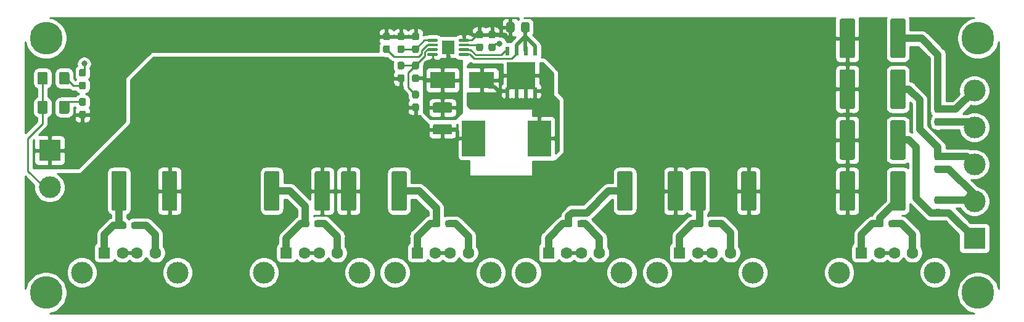
<source format=gbr>
%TF.GenerationSoftware,KiCad,Pcbnew,5.1.6*%
%TF.CreationDate,2020-06-19T21:58:21+02:00*%
%TF.ProjectId,laptop2usb,6c617074-6f70-4327-9573-622e6b696361,rev?*%
%TF.SameCoordinates,Original*%
%TF.FileFunction,Copper,L1,Top*%
%TF.FilePolarity,Positive*%
%FSLAX46Y46*%
G04 Gerber Fmt 4.6, Leading zero omitted, Abs format (unit mm)*
G04 Created by KiCad (PCBNEW 5.1.6) date 2020-06-19 21:58:21*
%MOMM*%
%LPD*%
G01*
G04 APERTURE LIST*
%TA.AperFunction,ComponentPad*%
%ADD10C,3.000000*%
%TD*%
%TA.AperFunction,ComponentPad*%
%ADD11R,3.000000X3.000000*%
%TD*%
%TA.AperFunction,SMDPad,CuDef*%
%ADD12R,3.175000X4.950000*%
%TD*%
%TA.AperFunction,ViaPad*%
%ADD13C,0.500000*%
%TD*%
%TA.AperFunction,SMDPad,CuDef*%
%ADD14R,1.730000X1.850000*%
%TD*%
%TA.AperFunction,SMDPad,CuDef*%
%ADD15R,3.910000X3.810000*%
%TD*%
%TA.AperFunction,SMDPad,CuDef*%
%ADD16R,0.610000X1.020000*%
%TD*%
%TA.AperFunction,SMDPad,CuDef*%
%ADD17R,0.610000X1.270000*%
%TD*%
%TA.AperFunction,ComponentPad*%
%ADD18C,1.600000*%
%TD*%
%TA.AperFunction,ComponentPad*%
%ADD19R,1.600000X1.500000*%
%TD*%
%TA.AperFunction,SMDPad,CuDef*%
%ADD20R,3.500000X2.300000*%
%TD*%
%TA.AperFunction,ViaPad*%
%ADD21C,4.500000*%
%TD*%
%TA.AperFunction,ViaPad*%
%ADD22C,0.800000*%
%TD*%
%TA.AperFunction,Conductor*%
%ADD23C,1.000000*%
%TD*%
%TA.AperFunction,Conductor*%
%ADD24C,0.250000*%
%TD*%
%TA.AperFunction,Conductor*%
%ADD25C,0.500000*%
%TD*%
%TA.AperFunction,Conductor*%
%ADD26C,0.254000*%
%TD*%
G04 APERTURE END LIST*
%TO.P,R4,2*%
%TO.N,Net-(Q1-Pad1)*%
%TA.AperFunction,SMDPad,CuDef*%
G36*
G01*
X121250000Y-92950001D02*
X121250000Y-92049999D01*
G75*
G02*
X121499999Y-91800000I249999J0D01*
G01*
X122150001Y-91800000D01*
G75*
G02*
X122400000Y-92049999I0J-249999D01*
G01*
X122400000Y-92950001D01*
G75*
G02*
X122150001Y-93200000I-249999J0D01*
G01*
X121499999Y-93200000D01*
G75*
G02*
X121250000Y-92950001I0J249999D01*
G01*
G37*
%TD.AperFunction*%
%TO.P,R4,1*%
%TO.N,Net-(C1-Pad1)*%
%TA.AperFunction,SMDPad,CuDef*%
G36*
G01*
X119200000Y-92950001D02*
X119200000Y-92049999D01*
G75*
G02*
X119449999Y-91800000I249999J0D01*
G01*
X120100001Y-91800000D01*
G75*
G02*
X120350000Y-92049999I0J-249999D01*
G01*
X120350000Y-92950001D01*
G75*
G02*
X120100001Y-93200000I-249999J0D01*
G01*
X119449999Y-93200000D01*
G75*
G02*
X119200000Y-92950001I0J249999D01*
G01*
G37*
%TD.AperFunction*%
%TD*%
%TO.P,C3,2*%
%TO.N,GND*%
%TA.AperFunction,SMDPad,CuDef*%
G36*
G01*
X92850000Y-119737500D02*
X92850000Y-119262500D01*
G75*
G02*
X93087500Y-119025000I237500J0D01*
G01*
X93662500Y-119025000D01*
G75*
G02*
X93900000Y-119262500I0J-237500D01*
G01*
X93900000Y-119737500D01*
G75*
G02*
X93662500Y-119975000I-237500J0D01*
G01*
X93087500Y-119975000D01*
G75*
G02*
X92850000Y-119737500I0J237500D01*
G01*
G37*
%TD.AperFunction*%
%TO.P,C3,1*%
%TO.N,Net-(C3-Pad1)*%
%TA.AperFunction,SMDPad,CuDef*%
G36*
G01*
X91100000Y-119737500D02*
X91100000Y-119262500D01*
G75*
G02*
X91337500Y-119025000I237500J0D01*
G01*
X91912500Y-119025000D01*
G75*
G02*
X92150000Y-119262500I0J-237500D01*
G01*
X92150000Y-119737500D01*
G75*
G02*
X91912500Y-119975000I-237500J0D01*
G01*
X91337500Y-119975000D01*
G75*
G02*
X91100000Y-119737500I0J237500D01*
G01*
G37*
%TD.AperFunction*%
%TD*%
D10*
%TO.P,J8,5*%
%TO.N,Net-(C14-Pad1)*%
X183500000Y-101180000D03*
%TO.P,J8,4*%
%TO.N,GND*%
X183500000Y-106260000D03*
D11*
%TO.P,J8,1*%
%TO.N,Net-(C11-Pad1)*%
X183500000Y-121500000D03*
D10*
%TO.P,J8,3*%
%TO.N,Net-(C12-Pad1)*%
X183500000Y-111340000D03*
%TO.P,J8,2*%
%TO.N,GND*%
X183500000Y-116420000D03*
%TD*%
%TO.P,J1,2*%
%TO.N,GND*%
X56500000Y-114500000D03*
D11*
%TO.P,J1,1*%
%TO.N,Net-(C1-Pad1)*%
X56500000Y-109420000D03*
%TD*%
%TO.P,C13,2*%
%TO.N,GND*%
%TA.AperFunction,SMDPad,CuDef*%
G36*
G01*
X111525000Y-104262500D02*
X109375000Y-104262500D01*
G75*
G02*
X109125000Y-104012500I0J250000D01*
G01*
X109125000Y-103087500D01*
G75*
G02*
X109375000Y-102837500I250000J0D01*
G01*
X111525000Y-102837500D01*
G75*
G02*
X111775000Y-103087500I0J-250000D01*
G01*
X111775000Y-104012500D01*
G75*
G02*
X111525000Y-104262500I-250000J0D01*
G01*
G37*
%TD.AperFunction*%
%TO.P,C13,1*%
%TO.N,+5V*%
%TA.AperFunction,SMDPad,CuDef*%
G36*
G01*
X111525000Y-107237500D02*
X109375000Y-107237500D01*
G75*
G02*
X109125000Y-106987500I0J250000D01*
G01*
X109125000Y-106062500D01*
G75*
G02*
X109375000Y-105812500I250000J0D01*
G01*
X111525000Y-105812500D01*
G75*
G02*
X111775000Y-106062500I0J-250000D01*
G01*
X111775000Y-106987500D01*
G75*
G02*
X111525000Y-107237500I-250000J0D01*
G01*
G37*
%TD.AperFunction*%
%TD*%
D12*
%TO.P,L1,2*%
%TO.N,Net-(D2-Pad1)*%
X123757500Y-107750000D03*
%TO.P,L1,1*%
%TO.N,+5V*%
X114742500Y-107750000D03*
%TD*%
D13*
%TO.N,GND*%
%TO.C,U1*%
X111800000Y-95900000D03*
X110700000Y-95900000D03*
X111800000Y-94600000D03*
X110700000Y-94600000D03*
D14*
%TD*%
%TO.P,U1,9*%
%TO.N,GND*%
X111250000Y-95250000D03*
%TO.P,U1,8*%
%TO.N,Net-(C1-Pad1)*%
%TA.AperFunction,SMDPad,CuDef*%
G36*
G01*
X112700000Y-94375000D02*
X112700000Y-94175000D01*
G75*
G02*
X112800000Y-94075000I100000J0D01*
G01*
X114025000Y-94075000D01*
G75*
G02*
X114125000Y-94175000I0J-100000D01*
G01*
X114125000Y-94375000D01*
G75*
G02*
X114025000Y-94475000I-100000J0D01*
G01*
X112800000Y-94475000D01*
G75*
G02*
X112700000Y-94375000I0J100000D01*
G01*
G37*
%TD.AperFunction*%
%TO.P,U1,7*%
%TO.N,Net-(C6-Pad2)*%
%TA.AperFunction,SMDPad,CuDef*%
G36*
G01*
X112700000Y-95025000D02*
X112700000Y-94825000D01*
G75*
G02*
X112800000Y-94725000I100000J0D01*
G01*
X114025000Y-94725000D01*
G75*
G02*
X114125000Y-94825000I0J-100000D01*
G01*
X114125000Y-95025000D01*
G75*
G02*
X114025000Y-95125000I-100000J0D01*
G01*
X112800000Y-95125000D01*
G75*
G02*
X112700000Y-95025000I0J100000D01*
G01*
G37*
%TD.AperFunction*%
%TO.P,U1,6*%
%TO.N,Net-(Q1-Pad4)*%
%TA.AperFunction,SMDPad,CuDef*%
G36*
G01*
X112700000Y-95675000D02*
X112700000Y-95475000D01*
G75*
G02*
X112800000Y-95375000I100000J0D01*
G01*
X114025000Y-95375000D01*
G75*
G02*
X114125000Y-95475000I0J-100000D01*
G01*
X114125000Y-95675000D01*
G75*
G02*
X114025000Y-95775000I-100000J0D01*
G01*
X112800000Y-95775000D01*
G75*
G02*
X112700000Y-95675000I0J100000D01*
G01*
G37*
%TD.AperFunction*%
%TO.P,U1,5*%
%TO.N,Net-(Q1-Pad1)*%
%TA.AperFunction,SMDPad,CuDef*%
G36*
G01*
X112700000Y-96325000D02*
X112700000Y-96125000D01*
G75*
G02*
X112800000Y-96025000I100000J0D01*
G01*
X114025000Y-96025000D01*
G75*
G02*
X114125000Y-96125000I0J-100000D01*
G01*
X114125000Y-96325000D01*
G75*
G02*
X114025000Y-96425000I-100000J0D01*
G01*
X112800000Y-96425000D01*
G75*
G02*
X112700000Y-96325000I0J100000D01*
G01*
G37*
%TD.AperFunction*%
%TO.P,U1,4*%
%TO.N,GND*%
%TA.AperFunction,SMDPad,CuDef*%
G36*
G01*
X108375000Y-96325000D02*
X108375000Y-96125000D01*
G75*
G02*
X108475000Y-96025000I100000J0D01*
G01*
X109700000Y-96025000D01*
G75*
G02*
X109800000Y-96125000I0J-100000D01*
G01*
X109800000Y-96325000D01*
G75*
G02*
X109700000Y-96425000I-100000J0D01*
G01*
X108475000Y-96425000D01*
G75*
G02*
X108375000Y-96325000I0J100000D01*
G01*
G37*
%TD.AperFunction*%
%TO.P,U1,3*%
%TO.N,Net-(C10-Pad2)*%
%TA.AperFunction,SMDPad,CuDef*%
G36*
G01*
X108375000Y-95675000D02*
X108375000Y-95475000D01*
G75*
G02*
X108475000Y-95375000I100000J0D01*
G01*
X109700000Y-95375000D01*
G75*
G02*
X109800000Y-95475000I0J-100000D01*
G01*
X109800000Y-95675000D01*
G75*
G02*
X109700000Y-95775000I-100000J0D01*
G01*
X108475000Y-95775000D01*
G75*
G02*
X108375000Y-95675000I0J100000D01*
G01*
G37*
%TD.AperFunction*%
%TO.P,U1,2*%
%TO.N,Net-(R2-Pad2)*%
%TA.AperFunction,SMDPad,CuDef*%
G36*
G01*
X108375000Y-95025000D02*
X108375000Y-94825000D01*
G75*
G02*
X108475000Y-94725000I100000J0D01*
G01*
X109700000Y-94725000D01*
G75*
G02*
X109800000Y-94825000I0J-100000D01*
G01*
X109800000Y-95025000D01*
G75*
G02*
X109700000Y-95125000I-100000J0D01*
G01*
X108475000Y-95125000D01*
G75*
G02*
X108375000Y-95025000I0J100000D01*
G01*
G37*
%TD.AperFunction*%
%TO.P,U1,1*%
%TO.N,Net-(C7-Pad2)*%
%TA.AperFunction,SMDPad,CuDef*%
G36*
G01*
X108375000Y-94375000D02*
X108375000Y-94175000D01*
G75*
G02*
X108475000Y-94075000I100000J0D01*
G01*
X109700000Y-94075000D01*
G75*
G02*
X109800000Y-94175000I0J-100000D01*
G01*
X109800000Y-94375000D01*
G75*
G02*
X109700000Y-94475000I-100000J0D01*
G01*
X108475000Y-94475000D01*
G75*
G02*
X108375000Y-94375000I0J100000D01*
G01*
G37*
%TD.AperFunction*%
%TD*%
%TO.P,R7,2*%
%TO.N,Net-(D3-Pad2)*%
%TA.AperFunction,SMDPad,CuDef*%
G36*
G01*
X60762500Y-99975000D02*
X61237500Y-99975000D01*
G75*
G02*
X61475000Y-100212500I0J-237500D01*
G01*
X61475000Y-100787500D01*
G75*
G02*
X61237500Y-101025000I-237500J0D01*
G01*
X60762500Y-101025000D01*
G75*
G02*
X60525000Y-100787500I0J237500D01*
G01*
X60525000Y-100212500D01*
G75*
G02*
X60762500Y-99975000I237500J0D01*
G01*
G37*
%TD.AperFunction*%
%TO.P,R7,1*%
%TO.N,+5V*%
%TA.AperFunction,SMDPad,CuDef*%
G36*
G01*
X60762500Y-98225000D02*
X61237500Y-98225000D01*
G75*
G02*
X61475000Y-98462500I0J-237500D01*
G01*
X61475000Y-99037500D01*
G75*
G02*
X61237500Y-99275000I-237500J0D01*
G01*
X60762500Y-99275000D01*
G75*
G02*
X60525000Y-99037500I0J237500D01*
G01*
X60525000Y-98462500D01*
G75*
G02*
X60762500Y-98225000I237500J0D01*
G01*
G37*
%TD.AperFunction*%
%TD*%
%TO.P,R6,2*%
%TO.N,GND*%
%TA.AperFunction,SMDPad,CuDef*%
G36*
G01*
X106512500Y-98975000D02*
X106987500Y-98975000D01*
G75*
G02*
X107225000Y-99212500I0J-237500D01*
G01*
X107225000Y-99787500D01*
G75*
G02*
X106987500Y-100025000I-237500J0D01*
G01*
X106512500Y-100025000D01*
G75*
G02*
X106275000Y-99787500I0J237500D01*
G01*
X106275000Y-99212500D01*
G75*
G02*
X106512500Y-98975000I237500J0D01*
G01*
G37*
%TD.AperFunction*%
%TO.P,R6,1*%
%TO.N,Net-(C10-Pad2)*%
%TA.AperFunction,SMDPad,CuDef*%
G36*
G01*
X106512500Y-97225000D02*
X106987500Y-97225000D01*
G75*
G02*
X107225000Y-97462500I0J-237500D01*
G01*
X107225000Y-98037500D01*
G75*
G02*
X106987500Y-98275000I-237500J0D01*
G01*
X106512500Y-98275000D01*
G75*
G02*
X106275000Y-98037500I0J237500D01*
G01*
X106275000Y-97462500D01*
G75*
G02*
X106512500Y-97225000I237500J0D01*
G01*
G37*
%TD.AperFunction*%
%TD*%
%TO.P,R5,2*%
%TO.N,Net-(C10-Pad2)*%
%TA.AperFunction,SMDPad,CuDef*%
G36*
G01*
X106987500Y-102275000D02*
X106512500Y-102275000D01*
G75*
G02*
X106275000Y-102037500I0J237500D01*
G01*
X106275000Y-101462500D01*
G75*
G02*
X106512500Y-101225000I237500J0D01*
G01*
X106987500Y-101225000D01*
G75*
G02*
X107225000Y-101462500I0J-237500D01*
G01*
X107225000Y-102037500D01*
G75*
G02*
X106987500Y-102275000I-237500J0D01*
G01*
G37*
%TD.AperFunction*%
%TO.P,R5,1*%
%TO.N,+5V*%
%TA.AperFunction,SMDPad,CuDef*%
G36*
G01*
X106987500Y-104025000D02*
X106512500Y-104025000D01*
G75*
G02*
X106275000Y-103787500I0J237500D01*
G01*
X106275000Y-103212500D01*
G75*
G02*
X106512500Y-102975000I237500J0D01*
G01*
X106987500Y-102975000D01*
G75*
G02*
X107225000Y-103212500I0J-237500D01*
G01*
X107225000Y-103787500D01*
G75*
G02*
X106987500Y-104025000I-237500J0D01*
G01*
G37*
%TD.AperFunction*%
%TD*%
%TO.P,R3,2*%
%TO.N,Net-(C7-Pad2)*%
%TA.AperFunction,SMDPad,CuDef*%
G36*
G01*
X104512500Y-94975000D02*
X104987500Y-94975000D01*
G75*
G02*
X105225000Y-95212500I0J-237500D01*
G01*
X105225000Y-95787500D01*
G75*
G02*
X104987500Y-96025000I-237500J0D01*
G01*
X104512500Y-96025000D01*
G75*
G02*
X104275000Y-95787500I0J237500D01*
G01*
X104275000Y-95212500D01*
G75*
G02*
X104512500Y-94975000I237500J0D01*
G01*
G37*
%TD.AperFunction*%
%TO.P,R3,1*%
%TO.N,Net-(C1-Pad1)*%
%TA.AperFunction,SMDPad,CuDef*%
G36*
G01*
X104512500Y-93225000D02*
X104987500Y-93225000D01*
G75*
G02*
X105225000Y-93462500I0J-237500D01*
G01*
X105225000Y-94037500D01*
G75*
G02*
X104987500Y-94275000I-237500J0D01*
G01*
X104512500Y-94275000D01*
G75*
G02*
X104275000Y-94037500I0J237500D01*
G01*
X104275000Y-93462500D01*
G75*
G02*
X104512500Y-93225000I237500J0D01*
G01*
G37*
%TD.AperFunction*%
%TD*%
%TO.P,R2,2*%
%TO.N,Net-(R2-Pad2)*%
%TA.AperFunction,SMDPad,CuDef*%
G36*
G01*
X102512500Y-94975000D02*
X102987500Y-94975000D01*
G75*
G02*
X103225000Y-95212500I0J-237500D01*
G01*
X103225000Y-95787500D01*
G75*
G02*
X102987500Y-96025000I-237500J0D01*
G01*
X102512500Y-96025000D01*
G75*
G02*
X102275000Y-95787500I0J237500D01*
G01*
X102275000Y-95212500D01*
G75*
G02*
X102512500Y-94975000I237500J0D01*
G01*
G37*
%TD.AperFunction*%
%TO.P,R2,1*%
%TO.N,Net-(C1-Pad1)*%
%TA.AperFunction,SMDPad,CuDef*%
G36*
G01*
X102512500Y-93225000D02*
X102987500Y-93225000D01*
G75*
G02*
X103225000Y-93462500I0J-237500D01*
G01*
X103225000Y-94037500D01*
G75*
G02*
X102987500Y-94275000I-237500J0D01*
G01*
X102512500Y-94275000D01*
G75*
G02*
X102275000Y-94037500I0J237500D01*
G01*
X102275000Y-93462500D01*
G75*
G02*
X102512500Y-93225000I237500J0D01*
G01*
G37*
%TD.AperFunction*%
%TD*%
%TO.P,R1,2*%
%TO.N,Net-(D1-Pad2)*%
%TA.AperFunction,SMDPad,CuDef*%
G36*
G01*
X61237500Y-103275000D02*
X60762500Y-103275000D01*
G75*
G02*
X60525000Y-103037500I0J237500D01*
G01*
X60525000Y-102462500D01*
G75*
G02*
X60762500Y-102225000I237500J0D01*
G01*
X61237500Y-102225000D01*
G75*
G02*
X61475000Y-102462500I0J-237500D01*
G01*
X61475000Y-103037500D01*
G75*
G02*
X61237500Y-103275000I-237500J0D01*
G01*
G37*
%TD.AperFunction*%
%TO.P,R1,1*%
%TO.N,Net-(C1-Pad1)*%
%TA.AperFunction,SMDPad,CuDef*%
G36*
G01*
X61237500Y-105025000D02*
X60762500Y-105025000D01*
G75*
G02*
X60525000Y-104787500I0J237500D01*
G01*
X60525000Y-104212500D01*
G75*
G02*
X60762500Y-103975000I237500J0D01*
G01*
X61237500Y-103975000D01*
G75*
G02*
X61475000Y-104212500I0J-237500D01*
G01*
X61475000Y-104787500D01*
G75*
G02*
X61237500Y-105025000I-237500J0D01*
G01*
G37*
%TD.AperFunction*%
%TD*%
D15*
%TO.P,Q1,5*%
%TO.N,Net-(D2-Pad1)*%
X121250000Y-99140000D03*
D16*
X123155000Y-101245000D03*
X121885000Y-101245000D03*
X120615000Y-101245000D03*
X119345000Y-101245000D03*
D17*
%TO.P,Q1,4*%
%TO.N,Net-(Q1-Pad4)*%
X119345000Y-95780000D03*
%TO.P,Q1,3*%
%TO.N,Net-(Q1-Pad1)*%
X120615000Y-95780000D03*
%TO.P,Q1,2*%
X121885000Y-95780000D03*
%TO.P,Q1,1*%
X123155000Y-95780000D03*
%TD*%
D18*
%TO.P,J7,4*%
%TO.N,GND*%
X175000000Y-123500000D03*
%TO.P,J7,3*%
%TO.N,Net-(J7-Pad2)*%
X172500000Y-123500000D03*
%TO.P,J7,2*%
X170500000Y-123500000D03*
D19*
%TO.P,J7,1*%
%TO.N,Net-(C9-Pad1)*%
X168000000Y-123500000D03*
D10*
%TO.P,J7,5*%
%TO.N,GND*%
X178070000Y-126210000D03*
X164930000Y-126210000D03*
%TD*%
D18*
%TO.P,J6,4*%
%TO.N,GND*%
X150000000Y-123500000D03*
%TO.P,J6,3*%
%TO.N,Net-(J6-Pad2)*%
X147500000Y-123500000D03*
%TO.P,J6,2*%
X145500000Y-123500000D03*
D19*
%TO.P,J6,1*%
%TO.N,Net-(C8-Pad1)*%
X143000000Y-123500000D03*
D10*
%TO.P,J6,5*%
%TO.N,GND*%
X153070000Y-126210000D03*
X139930000Y-126210000D03*
%TD*%
D18*
%TO.P,J5,4*%
%TO.N,GND*%
X132000000Y-123500000D03*
%TO.P,J5,3*%
%TO.N,Net-(J5-Pad2)*%
X129500000Y-123500000D03*
%TO.P,J5,2*%
X127500000Y-123500000D03*
D19*
%TO.P,J5,1*%
%TO.N,Net-(C5-Pad1)*%
X125000000Y-123500000D03*
D10*
%TO.P,J5,5*%
%TO.N,GND*%
X135070000Y-126210000D03*
X121930000Y-126210000D03*
%TD*%
D18*
%TO.P,J4,4*%
%TO.N,GND*%
X114000000Y-123500000D03*
%TO.P,J4,3*%
%TO.N,Net-(J4-Pad2)*%
X111500000Y-123500000D03*
%TO.P,J4,2*%
X109500000Y-123500000D03*
D19*
%TO.P,J4,1*%
%TO.N,Net-(C4-Pad1)*%
X107000000Y-123500000D03*
D10*
%TO.P,J4,5*%
%TO.N,GND*%
X117070000Y-126210000D03*
X103930000Y-126210000D03*
%TD*%
D18*
%TO.P,J3,4*%
%TO.N,GND*%
X96000000Y-123500000D03*
%TO.P,J3,3*%
%TO.N,Net-(J3-Pad2)*%
X93500000Y-123500000D03*
%TO.P,J3,2*%
X91500000Y-123500000D03*
D19*
%TO.P,J3,1*%
%TO.N,Net-(C3-Pad1)*%
X89000000Y-123500000D03*
D10*
%TO.P,J3,5*%
%TO.N,GND*%
X99070000Y-126210000D03*
X85930000Y-126210000D03*
%TD*%
D18*
%TO.P,J2,4*%
%TO.N,GND*%
X71000000Y-123500000D03*
%TO.P,J2,3*%
%TO.N,Net-(J2-Pad2)*%
X68500000Y-123500000D03*
%TO.P,J2,2*%
X66500000Y-123500000D03*
D19*
%TO.P,J2,1*%
%TO.N,Net-(C2-Pad1)*%
X64000000Y-123500000D03*
D10*
%TO.P,J2,5*%
%TO.N,GND*%
X74070000Y-126210000D03*
X60930000Y-126210000D03*
%TD*%
%TO.P,F9,2*%
%TO.N,Net-(C14-Pad1)*%
%TA.AperFunction,SMDPad,CuDef*%
G36*
G01*
X171950000Y-96475000D02*
X171950000Y-91525000D01*
G75*
G02*
X172200000Y-91275000I250000J0D01*
G01*
X173800000Y-91275000D01*
G75*
G02*
X174050000Y-91525000I0J-250000D01*
G01*
X174050000Y-96475000D01*
G75*
G02*
X173800000Y-96725000I-250000J0D01*
G01*
X172200000Y-96725000D01*
G75*
G02*
X171950000Y-96475000I0J250000D01*
G01*
G37*
%TD.AperFunction*%
%TO.P,F9,1*%
%TO.N,+5V*%
%TA.AperFunction,SMDPad,CuDef*%
G36*
G01*
X165000000Y-96475000D02*
X165000000Y-91525000D01*
G75*
G02*
X165250000Y-91275000I250000J0D01*
G01*
X166850000Y-91275000D01*
G75*
G02*
X167100000Y-91525000I0J-250000D01*
G01*
X167100000Y-96475000D01*
G75*
G02*
X166850000Y-96725000I-250000J0D01*
G01*
X165250000Y-96725000D01*
G75*
G02*
X165000000Y-96475000I0J250000D01*
G01*
G37*
%TD.AperFunction*%
%TD*%
%TO.P,F8,2*%
%TO.N,Net-(C12-Pad1)*%
%TA.AperFunction,SMDPad,CuDef*%
G36*
G01*
X171950000Y-103475000D02*
X171950000Y-98525000D01*
G75*
G02*
X172200000Y-98275000I250000J0D01*
G01*
X173800000Y-98275000D01*
G75*
G02*
X174050000Y-98525000I0J-250000D01*
G01*
X174050000Y-103475000D01*
G75*
G02*
X173800000Y-103725000I-250000J0D01*
G01*
X172200000Y-103725000D01*
G75*
G02*
X171950000Y-103475000I0J250000D01*
G01*
G37*
%TD.AperFunction*%
%TO.P,F8,1*%
%TO.N,+5V*%
%TA.AperFunction,SMDPad,CuDef*%
G36*
G01*
X165000000Y-103475000D02*
X165000000Y-98525000D01*
G75*
G02*
X165250000Y-98275000I250000J0D01*
G01*
X166850000Y-98275000D01*
G75*
G02*
X167100000Y-98525000I0J-250000D01*
G01*
X167100000Y-103475000D01*
G75*
G02*
X166850000Y-103725000I-250000J0D01*
G01*
X165250000Y-103725000D01*
G75*
G02*
X165000000Y-103475000I0J250000D01*
G01*
G37*
%TD.AperFunction*%
%TD*%
%TO.P,F7,2*%
%TO.N,+5V*%
%TA.AperFunction,SMDPad,CuDef*%
G36*
G01*
X167100000Y-105525000D02*
X167100000Y-110475000D01*
G75*
G02*
X166850000Y-110725000I-250000J0D01*
G01*
X165250000Y-110725000D01*
G75*
G02*
X165000000Y-110475000I0J250000D01*
G01*
X165000000Y-105525000D01*
G75*
G02*
X165250000Y-105275000I250000J0D01*
G01*
X166850000Y-105275000D01*
G75*
G02*
X167100000Y-105525000I0J-250000D01*
G01*
G37*
%TD.AperFunction*%
%TO.P,F7,1*%
%TO.N,Net-(C11-Pad1)*%
%TA.AperFunction,SMDPad,CuDef*%
G36*
G01*
X174050000Y-105525000D02*
X174050000Y-110475000D01*
G75*
G02*
X173800000Y-110725000I-250000J0D01*
G01*
X172200000Y-110725000D01*
G75*
G02*
X171950000Y-110475000I0J250000D01*
G01*
X171950000Y-105525000D01*
G75*
G02*
X172200000Y-105275000I250000J0D01*
G01*
X173800000Y-105275000D01*
G75*
G02*
X174050000Y-105525000I0J-250000D01*
G01*
G37*
%TD.AperFunction*%
%TD*%
%TO.P,F6,2*%
%TO.N,Net-(C9-Pad1)*%
%TA.AperFunction,SMDPad,CuDef*%
G36*
G01*
X171950000Y-117475000D02*
X171950000Y-112525000D01*
G75*
G02*
X172200000Y-112275000I250000J0D01*
G01*
X173800000Y-112275000D01*
G75*
G02*
X174050000Y-112525000I0J-250000D01*
G01*
X174050000Y-117475000D01*
G75*
G02*
X173800000Y-117725000I-250000J0D01*
G01*
X172200000Y-117725000D01*
G75*
G02*
X171950000Y-117475000I0J250000D01*
G01*
G37*
%TD.AperFunction*%
%TO.P,F6,1*%
%TO.N,+5V*%
%TA.AperFunction,SMDPad,CuDef*%
G36*
G01*
X165000000Y-117475000D02*
X165000000Y-112525000D01*
G75*
G02*
X165250000Y-112275000I250000J0D01*
G01*
X166850000Y-112275000D01*
G75*
G02*
X167100000Y-112525000I0J-250000D01*
G01*
X167100000Y-117475000D01*
G75*
G02*
X166850000Y-117725000I-250000J0D01*
G01*
X165250000Y-117725000D01*
G75*
G02*
X165000000Y-117475000I0J250000D01*
G01*
G37*
%TD.AperFunction*%
%TD*%
%TO.P,F5,2*%
%TO.N,Net-(C8-Pad1)*%
%TA.AperFunction,SMDPad,CuDef*%
G36*
G01*
X146600000Y-112525000D02*
X146600000Y-117475000D01*
G75*
G02*
X146350000Y-117725000I-250000J0D01*
G01*
X144750000Y-117725000D01*
G75*
G02*
X144500000Y-117475000I0J250000D01*
G01*
X144500000Y-112525000D01*
G75*
G02*
X144750000Y-112275000I250000J0D01*
G01*
X146350000Y-112275000D01*
G75*
G02*
X146600000Y-112525000I0J-250000D01*
G01*
G37*
%TD.AperFunction*%
%TO.P,F5,1*%
%TO.N,+5V*%
%TA.AperFunction,SMDPad,CuDef*%
G36*
G01*
X153550000Y-112525000D02*
X153550000Y-117475000D01*
G75*
G02*
X153300000Y-117725000I-250000J0D01*
G01*
X151700000Y-117725000D01*
G75*
G02*
X151450000Y-117475000I0J250000D01*
G01*
X151450000Y-112525000D01*
G75*
G02*
X151700000Y-112275000I250000J0D01*
G01*
X153300000Y-112275000D01*
G75*
G02*
X153550000Y-112525000I0J-250000D01*
G01*
G37*
%TD.AperFunction*%
%TD*%
%TO.P,F4,2*%
%TO.N,Net-(C5-Pad1)*%
%TA.AperFunction,SMDPad,CuDef*%
G36*
G01*
X136550000Y-112525000D02*
X136550000Y-117475000D01*
G75*
G02*
X136300000Y-117725000I-250000J0D01*
G01*
X134700000Y-117725000D01*
G75*
G02*
X134450000Y-117475000I0J250000D01*
G01*
X134450000Y-112525000D01*
G75*
G02*
X134700000Y-112275000I250000J0D01*
G01*
X136300000Y-112275000D01*
G75*
G02*
X136550000Y-112525000I0J-250000D01*
G01*
G37*
%TD.AperFunction*%
%TO.P,F4,1*%
%TO.N,+5V*%
%TA.AperFunction,SMDPad,CuDef*%
G36*
G01*
X143500000Y-112525000D02*
X143500000Y-117475000D01*
G75*
G02*
X143250000Y-117725000I-250000J0D01*
G01*
X141650000Y-117725000D01*
G75*
G02*
X141400000Y-117475000I0J250000D01*
G01*
X141400000Y-112525000D01*
G75*
G02*
X141650000Y-112275000I250000J0D01*
G01*
X143250000Y-112275000D01*
G75*
G02*
X143500000Y-112525000I0J-250000D01*
G01*
G37*
%TD.AperFunction*%
%TD*%
%TO.P,F3,2*%
%TO.N,Net-(C4-Pad1)*%
%TA.AperFunction,SMDPad,CuDef*%
G36*
G01*
X103450000Y-117475000D02*
X103450000Y-112525000D01*
G75*
G02*
X103700000Y-112275000I250000J0D01*
G01*
X105300000Y-112275000D01*
G75*
G02*
X105550000Y-112525000I0J-250000D01*
G01*
X105550000Y-117475000D01*
G75*
G02*
X105300000Y-117725000I-250000J0D01*
G01*
X103700000Y-117725000D01*
G75*
G02*
X103450000Y-117475000I0J250000D01*
G01*
G37*
%TD.AperFunction*%
%TO.P,F3,1*%
%TO.N,+5V*%
%TA.AperFunction,SMDPad,CuDef*%
G36*
G01*
X96500000Y-117475000D02*
X96500000Y-112525000D01*
G75*
G02*
X96750000Y-112275000I250000J0D01*
G01*
X98350000Y-112275000D01*
G75*
G02*
X98600000Y-112525000I0J-250000D01*
G01*
X98600000Y-117475000D01*
G75*
G02*
X98350000Y-117725000I-250000J0D01*
G01*
X96750000Y-117725000D01*
G75*
G02*
X96500000Y-117475000I0J250000D01*
G01*
G37*
%TD.AperFunction*%
%TD*%
%TO.P,F2,2*%
%TO.N,Net-(C3-Pad1)*%
%TA.AperFunction,SMDPad,CuDef*%
G36*
G01*
X88050000Y-112525000D02*
X88050000Y-117475000D01*
G75*
G02*
X87800000Y-117725000I-250000J0D01*
G01*
X86200000Y-117725000D01*
G75*
G02*
X85950000Y-117475000I0J250000D01*
G01*
X85950000Y-112525000D01*
G75*
G02*
X86200000Y-112275000I250000J0D01*
G01*
X87800000Y-112275000D01*
G75*
G02*
X88050000Y-112525000I0J-250000D01*
G01*
G37*
%TD.AperFunction*%
%TO.P,F2,1*%
%TO.N,+5V*%
%TA.AperFunction,SMDPad,CuDef*%
G36*
G01*
X95000000Y-112525000D02*
X95000000Y-117475000D01*
G75*
G02*
X94750000Y-117725000I-250000J0D01*
G01*
X93150000Y-117725000D01*
G75*
G02*
X92900000Y-117475000I0J250000D01*
G01*
X92900000Y-112525000D01*
G75*
G02*
X93150000Y-112275000I250000J0D01*
G01*
X94750000Y-112275000D01*
G75*
G02*
X95000000Y-112525000I0J-250000D01*
G01*
G37*
%TD.AperFunction*%
%TD*%
%TO.P,F1,2*%
%TO.N,Net-(C2-Pad1)*%
%TA.AperFunction,SMDPad,CuDef*%
G36*
G01*
X67075000Y-112525000D02*
X67075000Y-117475000D01*
G75*
G02*
X66825000Y-117725000I-250000J0D01*
G01*
X65225000Y-117725000D01*
G75*
G02*
X64975000Y-117475000I0J250000D01*
G01*
X64975000Y-112525000D01*
G75*
G02*
X65225000Y-112275000I250000J0D01*
G01*
X66825000Y-112275000D01*
G75*
G02*
X67075000Y-112525000I0J-250000D01*
G01*
G37*
%TD.AperFunction*%
%TO.P,F1,1*%
%TO.N,+5V*%
%TA.AperFunction,SMDPad,CuDef*%
G36*
G01*
X74025000Y-112525000D02*
X74025000Y-117475000D01*
G75*
G02*
X73775000Y-117725000I-250000J0D01*
G01*
X72175000Y-117725000D01*
G75*
G02*
X71925000Y-117475000I0J250000D01*
G01*
X71925000Y-112525000D01*
G75*
G02*
X72175000Y-112275000I250000J0D01*
G01*
X73775000Y-112275000D01*
G75*
G02*
X74025000Y-112525000I0J-250000D01*
G01*
G37*
%TD.AperFunction*%
%TD*%
%TO.P,D3,2*%
%TO.N,Net-(D3-Pad2)*%
%TA.AperFunction,SMDPad,CuDef*%
G36*
G01*
X57787500Y-100125000D02*
X57787500Y-98875000D01*
G75*
G02*
X58037500Y-98625000I250000J0D01*
G01*
X58962500Y-98625000D01*
G75*
G02*
X59212500Y-98875000I0J-250000D01*
G01*
X59212500Y-100125000D01*
G75*
G02*
X58962500Y-100375000I-250000J0D01*
G01*
X58037500Y-100375000D01*
G75*
G02*
X57787500Y-100125000I0J250000D01*
G01*
G37*
%TD.AperFunction*%
%TO.P,D3,1*%
%TO.N,GND*%
%TA.AperFunction,SMDPad,CuDef*%
G36*
G01*
X54812500Y-100125000D02*
X54812500Y-98875000D01*
G75*
G02*
X55062500Y-98625000I250000J0D01*
G01*
X55987500Y-98625000D01*
G75*
G02*
X56237500Y-98875000I0J-250000D01*
G01*
X56237500Y-100125000D01*
G75*
G02*
X55987500Y-100375000I-250000J0D01*
G01*
X55062500Y-100375000D01*
G75*
G02*
X54812500Y-100125000I0J250000D01*
G01*
G37*
%TD.AperFunction*%
%TD*%
D20*
%TO.P,D2,2*%
%TO.N,GND*%
X110450000Y-99750000D03*
%TO.P,D2,1*%
%TO.N,Net-(D2-Pad1)*%
X115850000Y-99750000D03*
%TD*%
%TO.P,D1,2*%
%TO.N,Net-(D1-Pad2)*%
%TA.AperFunction,SMDPad,CuDef*%
G36*
G01*
X57787500Y-104125000D02*
X57787500Y-102875000D01*
G75*
G02*
X58037500Y-102625000I250000J0D01*
G01*
X58962500Y-102625000D01*
G75*
G02*
X59212500Y-102875000I0J-250000D01*
G01*
X59212500Y-104125000D01*
G75*
G02*
X58962500Y-104375000I-250000J0D01*
G01*
X58037500Y-104375000D01*
G75*
G02*
X57787500Y-104125000I0J250000D01*
G01*
G37*
%TD.AperFunction*%
%TO.P,D1,1*%
%TO.N,GND*%
%TA.AperFunction,SMDPad,CuDef*%
G36*
G01*
X54812500Y-104125000D02*
X54812500Y-102875000D01*
G75*
G02*
X55062500Y-102625000I250000J0D01*
G01*
X55987500Y-102625000D01*
G75*
G02*
X56237500Y-102875000I0J-250000D01*
G01*
X56237500Y-104125000D01*
G75*
G02*
X55987500Y-104375000I-250000J0D01*
G01*
X55062500Y-104375000D01*
G75*
G02*
X54812500Y-104125000I0J250000D01*
G01*
G37*
%TD.AperFunction*%
%TD*%
%TO.P,C14,2*%
%TO.N,GND*%
%TA.AperFunction,SMDPad,CuDef*%
G36*
G01*
X178262500Y-104975000D02*
X178737500Y-104975000D01*
G75*
G02*
X178975000Y-105212500I0J-237500D01*
G01*
X178975000Y-105787500D01*
G75*
G02*
X178737500Y-106025000I-237500J0D01*
G01*
X178262500Y-106025000D01*
G75*
G02*
X178025000Y-105787500I0J237500D01*
G01*
X178025000Y-105212500D01*
G75*
G02*
X178262500Y-104975000I237500J0D01*
G01*
G37*
%TD.AperFunction*%
%TO.P,C14,1*%
%TO.N,Net-(C14-Pad1)*%
%TA.AperFunction,SMDPad,CuDef*%
G36*
G01*
X178262500Y-103225000D02*
X178737500Y-103225000D01*
G75*
G02*
X178975000Y-103462500I0J-237500D01*
G01*
X178975000Y-104037500D01*
G75*
G02*
X178737500Y-104275000I-237500J0D01*
G01*
X178262500Y-104275000D01*
G75*
G02*
X178025000Y-104037500I0J237500D01*
G01*
X178025000Y-103462500D01*
G75*
G02*
X178262500Y-103225000I237500J0D01*
G01*
G37*
%TD.AperFunction*%
%TD*%
%TO.P,C12,2*%
%TO.N,GND*%
%TA.AperFunction,SMDPad,CuDef*%
G36*
G01*
X178262500Y-111475000D02*
X178737500Y-111475000D01*
G75*
G02*
X178975000Y-111712500I0J-237500D01*
G01*
X178975000Y-112287500D01*
G75*
G02*
X178737500Y-112525000I-237500J0D01*
G01*
X178262500Y-112525000D01*
G75*
G02*
X178025000Y-112287500I0J237500D01*
G01*
X178025000Y-111712500D01*
G75*
G02*
X178262500Y-111475000I237500J0D01*
G01*
G37*
%TD.AperFunction*%
%TO.P,C12,1*%
%TO.N,Net-(C12-Pad1)*%
%TA.AperFunction,SMDPad,CuDef*%
G36*
G01*
X178262500Y-109725000D02*
X178737500Y-109725000D01*
G75*
G02*
X178975000Y-109962500I0J-237500D01*
G01*
X178975000Y-110537500D01*
G75*
G02*
X178737500Y-110775000I-237500J0D01*
G01*
X178262500Y-110775000D01*
G75*
G02*
X178025000Y-110537500I0J237500D01*
G01*
X178025000Y-109962500D01*
G75*
G02*
X178262500Y-109725000I237500J0D01*
G01*
G37*
%TD.AperFunction*%
%TD*%
%TO.P,C11,2*%
%TO.N,GND*%
%TA.AperFunction,SMDPad,CuDef*%
G36*
G01*
X178737500Y-116775000D02*
X178262500Y-116775000D01*
G75*
G02*
X178025000Y-116537500I0J237500D01*
G01*
X178025000Y-115962500D01*
G75*
G02*
X178262500Y-115725000I237500J0D01*
G01*
X178737500Y-115725000D01*
G75*
G02*
X178975000Y-115962500I0J-237500D01*
G01*
X178975000Y-116537500D01*
G75*
G02*
X178737500Y-116775000I-237500J0D01*
G01*
G37*
%TD.AperFunction*%
%TO.P,C11,1*%
%TO.N,Net-(C11-Pad1)*%
%TA.AperFunction,SMDPad,CuDef*%
G36*
G01*
X178737500Y-118525000D02*
X178262500Y-118525000D01*
G75*
G02*
X178025000Y-118287500I0J237500D01*
G01*
X178025000Y-117712500D01*
G75*
G02*
X178262500Y-117475000I237500J0D01*
G01*
X178737500Y-117475000D01*
G75*
G02*
X178975000Y-117712500I0J-237500D01*
G01*
X178975000Y-118287500D01*
G75*
G02*
X178737500Y-118525000I-237500J0D01*
G01*
G37*
%TD.AperFunction*%
%TD*%
%TO.P,C10,2*%
%TO.N,Net-(C10-Pad2)*%
%TA.AperFunction,SMDPad,CuDef*%
G36*
G01*
X104987500Y-98275000D02*
X104512500Y-98275000D01*
G75*
G02*
X104275000Y-98037500I0J237500D01*
G01*
X104275000Y-97462500D01*
G75*
G02*
X104512500Y-97225000I237500J0D01*
G01*
X104987500Y-97225000D01*
G75*
G02*
X105225000Y-97462500I0J-237500D01*
G01*
X105225000Y-98037500D01*
G75*
G02*
X104987500Y-98275000I-237500J0D01*
G01*
G37*
%TD.AperFunction*%
%TO.P,C10,1*%
%TO.N,+5V*%
%TA.AperFunction,SMDPad,CuDef*%
G36*
G01*
X104987500Y-100025000D02*
X104512500Y-100025000D01*
G75*
G02*
X104275000Y-99787500I0J237500D01*
G01*
X104275000Y-99212500D01*
G75*
G02*
X104512500Y-98975000I237500J0D01*
G01*
X104987500Y-98975000D01*
G75*
G02*
X105225000Y-99212500I0J-237500D01*
G01*
X105225000Y-99787500D01*
G75*
G02*
X104987500Y-100025000I-237500J0D01*
G01*
G37*
%TD.AperFunction*%
%TD*%
%TO.P,C9,2*%
%TO.N,GND*%
%TA.AperFunction,SMDPad,CuDef*%
G36*
G01*
X171725000Y-119737500D02*
X171725000Y-119262500D01*
G75*
G02*
X171962500Y-119025000I237500J0D01*
G01*
X172537500Y-119025000D01*
G75*
G02*
X172775000Y-119262500I0J-237500D01*
G01*
X172775000Y-119737500D01*
G75*
G02*
X172537500Y-119975000I-237500J0D01*
G01*
X171962500Y-119975000D01*
G75*
G02*
X171725000Y-119737500I0J237500D01*
G01*
G37*
%TD.AperFunction*%
%TO.P,C9,1*%
%TO.N,Net-(C9-Pad1)*%
%TA.AperFunction,SMDPad,CuDef*%
G36*
G01*
X169975000Y-119737500D02*
X169975000Y-119262500D01*
G75*
G02*
X170212500Y-119025000I237500J0D01*
G01*
X170787500Y-119025000D01*
G75*
G02*
X171025000Y-119262500I0J-237500D01*
G01*
X171025000Y-119737500D01*
G75*
G02*
X170787500Y-119975000I-237500J0D01*
G01*
X170212500Y-119975000D01*
G75*
G02*
X169975000Y-119737500I0J237500D01*
G01*
G37*
%TD.AperFunction*%
%TD*%
%TO.P,C8,2*%
%TO.N,GND*%
%TA.AperFunction,SMDPad,CuDef*%
G36*
G01*
X146975000Y-119737500D02*
X146975000Y-119262500D01*
G75*
G02*
X147212500Y-119025000I237500J0D01*
G01*
X147787500Y-119025000D01*
G75*
G02*
X148025000Y-119262500I0J-237500D01*
G01*
X148025000Y-119737500D01*
G75*
G02*
X147787500Y-119975000I-237500J0D01*
G01*
X147212500Y-119975000D01*
G75*
G02*
X146975000Y-119737500I0J237500D01*
G01*
G37*
%TD.AperFunction*%
%TO.P,C8,1*%
%TO.N,Net-(C8-Pad1)*%
%TA.AperFunction,SMDPad,CuDef*%
G36*
G01*
X145225000Y-119737500D02*
X145225000Y-119262500D01*
G75*
G02*
X145462500Y-119025000I237500J0D01*
G01*
X146037500Y-119025000D01*
G75*
G02*
X146275000Y-119262500I0J-237500D01*
G01*
X146275000Y-119737500D01*
G75*
G02*
X146037500Y-119975000I-237500J0D01*
G01*
X145462500Y-119975000D01*
G75*
G02*
X145225000Y-119737500I0J237500D01*
G01*
G37*
%TD.AperFunction*%
%TD*%
%TO.P,C7,2*%
%TO.N,Net-(C7-Pad2)*%
%TA.AperFunction,SMDPad,CuDef*%
G36*
G01*
X106512500Y-94975000D02*
X106987500Y-94975000D01*
G75*
G02*
X107225000Y-95212500I0J-237500D01*
G01*
X107225000Y-95787500D01*
G75*
G02*
X106987500Y-96025000I-237500J0D01*
G01*
X106512500Y-96025000D01*
G75*
G02*
X106275000Y-95787500I0J237500D01*
G01*
X106275000Y-95212500D01*
G75*
G02*
X106512500Y-94975000I237500J0D01*
G01*
G37*
%TD.AperFunction*%
%TO.P,C7,1*%
%TO.N,Net-(C1-Pad1)*%
%TA.AperFunction,SMDPad,CuDef*%
G36*
G01*
X106512500Y-93225000D02*
X106987500Y-93225000D01*
G75*
G02*
X107225000Y-93462500I0J-237500D01*
G01*
X107225000Y-94037500D01*
G75*
G02*
X106987500Y-94275000I-237500J0D01*
G01*
X106512500Y-94275000D01*
G75*
G02*
X106275000Y-94037500I0J237500D01*
G01*
X106275000Y-93462500D01*
G75*
G02*
X106512500Y-93225000I237500J0D01*
G01*
G37*
%TD.AperFunction*%
%TD*%
%TO.P,C6,2*%
%TO.N,Net-(C6-Pad2)*%
%TA.AperFunction,SMDPad,CuDef*%
G36*
G01*
X115312500Y-94725000D02*
X115787500Y-94725000D01*
G75*
G02*
X116025000Y-94962500I0J-237500D01*
G01*
X116025000Y-95537500D01*
G75*
G02*
X115787500Y-95775000I-237500J0D01*
G01*
X115312500Y-95775000D01*
G75*
G02*
X115075000Y-95537500I0J237500D01*
G01*
X115075000Y-94962500D01*
G75*
G02*
X115312500Y-94725000I237500J0D01*
G01*
G37*
%TD.AperFunction*%
%TO.P,C6,1*%
%TO.N,Net-(C1-Pad1)*%
%TA.AperFunction,SMDPad,CuDef*%
G36*
G01*
X115312500Y-92975000D02*
X115787500Y-92975000D01*
G75*
G02*
X116025000Y-93212500I0J-237500D01*
G01*
X116025000Y-93787500D01*
G75*
G02*
X115787500Y-94025000I-237500J0D01*
G01*
X115312500Y-94025000D01*
G75*
G02*
X115075000Y-93787500I0J237500D01*
G01*
X115075000Y-93212500D01*
G75*
G02*
X115312500Y-92975000I237500J0D01*
G01*
G37*
%TD.AperFunction*%
%TD*%
%TO.P,C5,2*%
%TO.N,GND*%
%TA.AperFunction,SMDPad,CuDef*%
G36*
G01*
X128975000Y-119737500D02*
X128975000Y-119262500D01*
G75*
G02*
X129212500Y-119025000I237500J0D01*
G01*
X129787500Y-119025000D01*
G75*
G02*
X130025000Y-119262500I0J-237500D01*
G01*
X130025000Y-119737500D01*
G75*
G02*
X129787500Y-119975000I-237500J0D01*
G01*
X129212500Y-119975000D01*
G75*
G02*
X128975000Y-119737500I0J237500D01*
G01*
G37*
%TD.AperFunction*%
%TO.P,C5,1*%
%TO.N,Net-(C5-Pad1)*%
%TA.AperFunction,SMDPad,CuDef*%
G36*
G01*
X127225000Y-119737500D02*
X127225000Y-119262500D01*
G75*
G02*
X127462500Y-119025000I237500J0D01*
G01*
X128037500Y-119025000D01*
G75*
G02*
X128275000Y-119262500I0J-237500D01*
G01*
X128275000Y-119737500D01*
G75*
G02*
X128037500Y-119975000I-237500J0D01*
G01*
X127462500Y-119975000D01*
G75*
G02*
X127225000Y-119737500I0J237500D01*
G01*
G37*
%TD.AperFunction*%
%TD*%
%TO.P,C4,2*%
%TO.N,GND*%
%TA.AperFunction,SMDPad,CuDef*%
G36*
G01*
X110850000Y-119737500D02*
X110850000Y-119262500D01*
G75*
G02*
X111087500Y-119025000I237500J0D01*
G01*
X111662500Y-119025000D01*
G75*
G02*
X111900000Y-119262500I0J-237500D01*
G01*
X111900000Y-119737500D01*
G75*
G02*
X111662500Y-119975000I-237500J0D01*
G01*
X111087500Y-119975000D01*
G75*
G02*
X110850000Y-119737500I0J237500D01*
G01*
G37*
%TD.AperFunction*%
%TO.P,C4,1*%
%TO.N,Net-(C4-Pad1)*%
%TA.AperFunction,SMDPad,CuDef*%
G36*
G01*
X109100000Y-119737500D02*
X109100000Y-119262500D01*
G75*
G02*
X109337500Y-119025000I237500J0D01*
G01*
X109912500Y-119025000D01*
G75*
G02*
X110150000Y-119262500I0J-237500D01*
G01*
X110150000Y-119737500D01*
G75*
G02*
X109912500Y-119975000I-237500J0D01*
G01*
X109337500Y-119975000D01*
G75*
G02*
X109100000Y-119737500I0J237500D01*
G01*
G37*
%TD.AperFunction*%
%TD*%
%TO.P,C2,2*%
%TO.N,GND*%
%TA.AperFunction,SMDPad,CuDef*%
G36*
G01*
X67725000Y-119987500D02*
X67725000Y-119512500D01*
G75*
G02*
X67962500Y-119275000I237500J0D01*
G01*
X68537500Y-119275000D01*
G75*
G02*
X68775000Y-119512500I0J-237500D01*
G01*
X68775000Y-119987500D01*
G75*
G02*
X68537500Y-120225000I-237500J0D01*
G01*
X67962500Y-120225000D01*
G75*
G02*
X67725000Y-119987500I0J237500D01*
G01*
G37*
%TD.AperFunction*%
%TO.P,C2,1*%
%TO.N,Net-(C2-Pad1)*%
%TA.AperFunction,SMDPad,CuDef*%
G36*
G01*
X65975000Y-119987500D02*
X65975000Y-119512500D01*
G75*
G02*
X66212500Y-119275000I237500J0D01*
G01*
X66787500Y-119275000D01*
G75*
G02*
X67025000Y-119512500I0J-237500D01*
G01*
X67025000Y-119987500D01*
G75*
G02*
X66787500Y-120225000I-237500J0D01*
G01*
X66212500Y-120225000D01*
G75*
G02*
X65975000Y-119987500I0J237500D01*
G01*
G37*
%TD.AperFunction*%
%TD*%
%TO.P,C1,2*%
%TO.N,GND*%
%TA.AperFunction,SMDPad,CuDef*%
G36*
G01*
X117012500Y-94725000D02*
X117487500Y-94725000D01*
G75*
G02*
X117725000Y-94962500I0J-237500D01*
G01*
X117725000Y-95537500D01*
G75*
G02*
X117487500Y-95775000I-237500J0D01*
G01*
X117012500Y-95775000D01*
G75*
G02*
X116775000Y-95537500I0J237500D01*
G01*
X116775000Y-94962500D01*
G75*
G02*
X117012500Y-94725000I237500J0D01*
G01*
G37*
%TD.AperFunction*%
%TO.P,C1,1*%
%TO.N,Net-(C1-Pad1)*%
%TA.AperFunction,SMDPad,CuDef*%
G36*
G01*
X117012500Y-92975000D02*
X117487500Y-92975000D01*
G75*
G02*
X117725000Y-93212500I0J-237500D01*
G01*
X117725000Y-93787500D01*
G75*
G02*
X117487500Y-94025000I-237500J0D01*
G01*
X117012500Y-94025000D01*
G75*
G02*
X116775000Y-93787500I0J237500D01*
G01*
X116775000Y-93212500D01*
G75*
G02*
X117012500Y-92975000I237500J0D01*
G01*
G37*
%TD.AperFunction*%
%TD*%
D21*
%TO.N,*%
X184000000Y-129000000D03*
X56000000Y-129000000D03*
X56000000Y-94000000D03*
X184000000Y-94000000D03*
D22*
%TO.N,GND*%
X110500000Y-101750000D03*
X112750000Y-101750000D03*
X108250000Y-101750000D03*
X108250000Y-103500000D03*
X112750000Y-103500000D03*
X110500000Y-97500000D03*
X112750000Y-97500000D03*
X108250000Y-97500000D03*
X118263682Y-94740212D03*
%TO.N,+5V*%
X68091853Y-99849343D03*
X61250000Y-97500000D03*
%TD*%
D23*
%TO.N,GND*%
X56500000Y-114500000D02*
X55500000Y-114500000D01*
D24*
X56500000Y-114500000D02*
X55750000Y-114500000D01*
X55750000Y-114500000D02*
X53500000Y-112250000D01*
X53500000Y-112250000D02*
X53500000Y-107750000D01*
X55525000Y-105725000D02*
X55525000Y-103500000D01*
X53500000Y-107750000D02*
X55525000Y-105725000D01*
X55525000Y-103500000D02*
X55525000Y-99500000D01*
D23*
X68250000Y-119750000D02*
X69750000Y-119750000D01*
X71000000Y-121000000D02*
X71000000Y-123500000D01*
X69750000Y-119750000D02*
X71000000Y-121000000D01*
X93375000Y-119500000D02*
X94250000Y-119500000D01*
X96000000Y-121250000D02*
X96000000Y-123500000D01*
X94250000Y-119500000D02*
X96000000Y-121250000D01*
X114000000Y-121250000D02*
X114000000Y-123500000D01*
X112250000Y-119500000D02*
X114000000Y-121250000D01*
X111375000Y-119500000D02*
X112250000Y-119500000D01*
X129500000Y-119500000D02*
X130000000Y-119500000D01*
X132000000Y-121500000D02*
X132000000Y-123500000D01*
X130000000Y-119500000D02*
X132000000Y-121500000D01*
X147500000Y-119500000D02*
X148750000Y-119500000D01*
X150000000Y-120750000D02*
X150000000Y-123500000D01*
X148750000Y-119500000D02*
X150000000Y-120750000D01*
X172250000Y-119500000D02*
X173500000Y-119500000D01*
X175000000Y-121000000D02*
X175000000Y-123500000D01*
X173500000Y-119500000D02*
X175000000Y-121000000D01*
X183330000Y-116250000D02*
X183500000Y-116420000D01*
X178500000Y-116250000D02*
X183330000Y-116250000D01*
X183500000Y-115500000D02*
X183500000Y-116420000D01*
X180000000Y-112000000D02*
X183500000Y-115500000D01*
X178500000Y-112000000D02*
X180000000Y-112000000D01*
X182740000Y-105500000D02*
X183500000Y-106260000D01*
X178500000Y-105500000D02*
X182740000Y-105500000D01*
D25*
X106750000Y-99500000D02*
X107750000Y-99500000D01*
X108000000Y-99750000D02*
X110450000Y-99750000D01*
X107750000Y-99500000D02*
X108000000Y-99750000D01*
D24*
X108750000Y-97500000D02*
X108250000Y-97500000D01*
X109087500Y-97162500D02*
X108750000Y-97500000D01*
X109087500Y-96225000D02*
X109087500Y-97162500D01*
X117759788Y-94740212D02*
X118263682Y-94740212D01*
X117250000Y-95250000D02*
X117759788Y-94740212D01*
D25*
X111800000Y-95800000D02*
X111250000Y-95250000D01*
X111800000Y-95900000D02*
X111800000Y-95800000D01*
X111350000Y-95900000D02*
X111250000Y-96000000D01*
X111800000Y-95900000D02*
X111350000Y-95900000D01*
X111250000Y-96750000D02*
X110750000Y-97250000D01*
X111250000Y-95250000D02*
X111250000Y-96750000D01*
D24*
%TO.N,Net-(C1-Pad1)*%
X115550000Y-93500000D02*
X115250000Y-93500000D01*
X114475000Y-94275000D02*
X113412500Y-94275000D01*
X115250000Y-93500000D02*
X114475000Y-94275000D01*
X115550000Y-93500000D02*
X117250000Y-93500000D01*
D25*
X119047009Y-93522009D02*
X119175000Y-93650000D01*
X117272009Y-93522009D02*
X119047009Y-93522009D01*
X117250000Y-93500000D02*
X117272009Y-93522009D01*
D23*
%TO.N,Net-(C2-Pad1)*%
X66500000Y-119750000D02*
X65250000Y-119750000D01*
X64000000Y-121000000D02*
X64000000Y-123500000D01*
X65250000Y-119750000D02*
X64000000Y-121000000D01*
X66025000Y-119275000D02*
X66500000Y-119750000D01*
X66025000Y-115000000D02*
X66025000Y-119275000D01*
%TO.N,Net-(C3-Pad1)*%
X91625000Y-119500000D02*
X91000000Y-119500000D01*
X89000000Y-121500000D02*
X89000000Y-123500000D01*
X91000000Y-119500000D02*
X89000000Y-121500000D01*
X87000000Y-115000000D02*
X89500000Y-115000000D01*
X91625000Y-117125000D02*
X91625000Y-119500000D01*
X89500000Y-115000000D02*
X91625000Y-117125000D01*
%TO.N,Net-(C4-Pad1)*%
X107000000Y-123500000D02*
X107000000Y-121250000D01*
X108750000Y-119500000D02*
X109625000Y-119500000D01*
X107000000Y-121250000D02*
X108750000Y-119500000D01*
X109625000Y-117375000D02*
X109625000Y-119500000D01*
X107250000Y-115000000D02*
X109625000Y-117375000D01*
X104500000Y-115000000D02*
X107250000Y-115000000D01*
%TO.N,Net-(C5-Pad1)*%
X127750000Y-119500000D02*
X127000000Y-119500000D01*
X125000000Y-121500000D02*
X125000000Y-123500000D01*
X127000000Y-119500000D02*
X125000000Y-121500000D01*
X133250000Y-115000000D02*
X135500000Y-115000000D01*
X130250000Y-118000000D02*
X133250000Y-115000000D01*
X128250000Y-118000000D02*
X130250000Y-118000000D01*
X127750000Y-118500000D02*
X128250000Y-118000000D01*
X127750000Y-119500000D02*
X127750000Y-118500000D01*
D24*
%TO.N,Net-(C6-Pad2)*%
X115225000Y-94925000D02*
X115550000Y-95250000D01*
X113412500Y-94925000D02*
X115225000Y-94925000D01*
%TO.N,Net-(C7-Pad2)*%
X104750000Y-95500000D02*
X106750000Y-95500000D01*
X107975000Y-94275000D02*
X106750000Y-95500000D01*
X109087500Y-94275000D02*
X107975000Y-94275000D01*
D23*
%TO.N,Net-(C8-Pad1)*%
X145750000Y-119500000D02*
X144750000Y-119500000D01*
X143000000Y-121250000D02*
X143000000Y-123500000D01*
X144750000Y-119500000D02*
X143000000Y-121250000D01*
X145750000Y-115200000D02*
X145550000Y-115000000D01*
X145750000Y-119500000D02*
X145750000Y-115200000D01*
%TO.N,Net-(C9-Pad1)*%
X170500000Y-119500000D02*
X169500000Y-119500000D01*
X168000000Y-121000000D02*
X168000000Y-123500000D01*
X169500000Y-119500000D02*
X168000000Y-121000000D01*
X170500000Y-119500000D02*
X170500000Y-118750000D01*
X173000000Y-116250000D02*
X173000000Y-115000000D01*
X170500000Y-118750000D02*
X173000000Y-116250000D01*
D24*
%TO.N,Net-(C10-Pad2)*%
X109087500Y-95575000D02*
X108360546Y-95575000D01*
X108360546Y-95575000D02*
X108040927Y-95894619D01*
X108040927Y-96459073D02*
X106750000Y-97750000D01*
X108040927Y-95894619D02*
X108040927Y-96459073D01*
X106750000Y-97750000D02*
X104750000Y-97750000D01*
X105750000Y-98750000D02*
X106750000Y-97750000D01*
X105750000Y-100750000D02*
X105750000Y-98750000D01*
X106750000Y-101750000D02*
X105750000Y-100750000D01*
D25*
%TO.N,+5V*%
X113750000Y-107750000D02*
X114742500Y-107750000D01*
X114742500Y-107750000D02*
X112500000Y-107750000D01*
X112500000Y-107750000D02*
X112500000Y-106750000D01*
X112275000Y-106525000D02*
X110450000Y-106525000D01*
X112500000Y-106750000D02*
X112275000Y-106525000D01*
D24*
X61250000Y-98500000D02*
X61000000Y-98750000D01*
X61250000Y-97500000D02*
X61250000Y-98500000D01*
D23*
%TO.N,Net-(C11-Pad1)*%
X180000000Y-118000000D02*
X183500000Y-121500000D01*
X178500000Y-118000000D02*
X180000000Y-118000000D01*
X174500000Y-108000000D02*
X173000000Y-108000000D01*
X175500000Y-109000000D02*
X174500000Y-108000000D01*
X175500000Y-116000000D02*
X175500000Y-109000000D01*
X177500000Y-118000000D02*
X175500000Y-116000000D01*
X178500000Y-118000000D02*
X177500000Y-118000000D01*
%TO.N,Net-(C12-Pad1)*%
X182410000Y-110250000D02*
X183500000Y-111340000D01*
X178500000Y-110250000D02*
X182410000Y-110250000D01*
X178500000Y-110250000D02*
X178500000Y-109000000D01*
X178500000Y-109000000D02*
X176000000Y-106500000D01*
X176000000Y-106500000D02*
X176000000Y-102500000D01*
X174500000Y-101000000D02*
X173000000Y-101000000D01*
X176000000Y-102500000D02*
X174500000Y-101000000D01*
%TO.N,Net-(C14-Pad1)*%
X180930000Y-103750000D02*
X183500000Y-101180000D01*
X178500000Y-103750000D02*
X180930000Y-103750000D01*
X178500000Y-103750000D02*
X178500000Y-96250000D01*
X176250000Y-94000000D02*
X173000000Y-94000000D01*
X178500000Y-96250000D02*
X176250000Y-94000000D01*
D24*
%TO.N,Net-(D1-Pad2)*%
X58500000Y-103500000D02*
X58500000Y-103250000D01*
X59000000Y-102750000D02*
X61000000Y-102750000D01*
X58500000Y-103250000D02*
X59000000Y-102750000D01*
D25*
%TO.N,Net-(D2-Pad1)*%
X116808849Y-100708849D02*
X115850000Y-99750000D01*
X117628339Y-100708849D02*
X116808849Y-100708849D01*
X118164490Y-101245000D02*
X117628339Y-100708849D01*
X119345000Y-101245000D02*
X118164490Y-101245000D01*
X123757500Y-107750000D02*
X123757500Y-106757500D01*
X119345000Y-101045000D02*
X121250000Y-99140000D01*
X119345000Y-101245000D02*
X119345000Y-101045000D01*
X120615000Y-99775000D02*
X121250000Y-99140000D01*
X120615000Y-101245000D02*
X120615000Y-99775000D01*
X121885000Y-101245000D02*
X121885000Y-102135000D01*
X123155000Y-101245000D02*
X123995000Y-101245000D01*
X123995000Y-101245000D02*
X124500000Y-101750000D01*
X124500000Y-101750000D02*
X124500000Y-103250000D01*
X123757500Y-103992500D02*
X123757500Y-107750000D01*
X124500000Y-103250000D02*
X123757500Y-103992500D01*
D24*
%TO.N,Net-(D3-Pad2)*%
X59750000Y-100500000D02*
X61000000Y-100500000D01*
X58750000Y-99500000D02*
X59750000Y-100500000D01*
X58500000Y-99500000D02*
X58750000Y-99500000D01*
D25*
%TO.N,Net-(J2-Pad2)*%
X66500000Y-123500000D02*
X68500000Y-123500000D01*
%TO.N,Net-(J3-Pad2)*%
X91500000Y-123500000D02*
X93500000Y-123500000D01*
%TO.N,Net-(J4-Pad2)*%
X109500000Y-123500000D02*
X111500000Y-123500000D01*
%TO.N,Net-(J5-Pad2)*%
X127500000Y-123500000D02*
X129500000Y-123500000D01*
%TO.N,Net-(J6-Pad2)*%
X145500000Y-123500000D02*
X147500000Y-123500000D01*
%TO.N,Net-(J7-Pad2)*%
X170500000Y-123500000D02*
X172500000Y-123500000D01*
D24*
%TO.N,Net-(Q1-Pad4)*%
X119020000Y-95780000D02*
X119345000Y-95780000D01*
X118510935Y-96289065D02*
X119020000Y-95780000D01*
X114316171Y-95575000D02*
X115030236Y-96289065D01*
X115030236Y-96289065D02*
X118510935Y-96289065D01*
X113412500Y-95575000D02*
X114316171Y-95575000D01*
%TO.N,Net-(Q1-Pad1)*%
X120615000Y-96085000D02*
X120615000Y-95780000D01*
X119935000Y-96765000D02*
X120615000Y-96085000D01*
X114225000Y-96225000D02*
X114765000Y-96765000D01*
X113412500Y-96225000D02*
X114225000Y-96225000D01*
X114765000Y-96765000D02*
X119935000Y-96765000D01*
D25*
X121825000Y-95720000D02*
X121885000Y-95780000D01*
X121825000Y-92500000D02*
X121825000Y-95720000D01*
X123155000Y-95055000D02*
X123155000Y-95780000D01*
X121825000Y-93725000D02*
X123155000Y-95055000D01*
X121825000Y-92500000D02*
X121825000Y-93725000D01*
X120615000Y-94935000D02*
X121825000Y-93725000D01*
X120615000Y-95780000D02*
X120615000Y-94935000D01*
D24*
%TO.N,Net-(R2-Pad2)*%
X103750000Y-96500000D02*
X102750000Y-95500000D01*
X107196805Y-96500000D02*
X103750000Y-96500000D01*
X107577086Y-96119719D02*
X107196805Y-96500000D01*
X107577086Y-95672914D02*
X107577086Y-96119719D01*
X108325000Y-94925000D02*
X107577086Y-95672914D01*
X109087500Y-94925000D02*
X108325000Y-94925000D01*
%TD*%
D26*
%TO.N,+5V*%
G36*
X164361928Y-91275000D02*
G01*
X164365000Y-93714250D01*
X164523750Y-93873000D01*
X165923000Y-93873000D01*
X165923000Y-93853000D01*
X166177000Y-93853000D01*
X166177000Y-93873000D01*
X167576250Y-93873000D01*
X167735000Y-93714250D01*
X167738072Y-91275000D01*
X167726746Y-91160000D01*
X171392971Y-91160000D01*
X171379528Y-91185150D01*
X171328992Y-91351746D01*
X171311928Y-91525000D01*
X171311928Y-96475000D01*
X171328992Y-96648254D01*
X171379528Y-96814850D01*
X171461595Y-96968386D01*
X171572038Y-97102962D01*
X171706614Y-97213405D01*
X171860150Y-97295472D01*
X172026746Y-97346008D01*
X172200000Y-97363072D01*
X173800000Y-97363072D01*
X173973254Y-97346008D01*
X174139850Y-97295472D01*
X174293386Y-97213405D01*
X174427962Y-97102962D01*
X174538405Y-96968386D01*
X174620472Y-96814850D01*
X174671008Y-96648254D01*
X174688072Y-96475000D01*
X174688072Y-95135000D01*
X175779869Y-95135000D01*
X177365001Y-96720134D01*
X177365000Y-103694248D01*
X177359509Y-103750000D01*
X177381423Y-103972499D01*
X177386928Y-103990646D01*
X177386928Y-104037500D01*
X177403752Y-104208316D01*
X177453577Y-104372567D01*
X177534488Y-104523942D01*
X177617425Y-104625000D01*
X177534488Y-104726058D01*
X177453577Y-104877433D01*
X177403752Y-105041684D01*
X177386928Y-105212500D01*
X177386928Y-105259354D01*
X177381423Y-105277501D01*
X177359509Y-105500000D01*
X177381423Y-105722499D01*
X177386928Y-105740646D01*
X177386928Y-105787500D01*
X177403752Y-105958316D01*
X177453577Y-106122567D01*
X177534488Y-106273942D01*
X177643377Y-106406623D01*
X177776058Y-106515512D01*
X177927433Y-106596423D01*
X178091684Y-106646248D01*
X178262500Y-106663072D01*
X178737500Y-106663072D01*
X178908316Y-106646248D01*
X178945396Y-106635000D01*
X181397765Y-106635000D01*
X181447047Y-106882756D01*
X181607988Y-107271302D01*
X181841637Y-107620983D01*
X182139017Y-107918363D01*
X182488698Y-108152012D01*
X182877244Y-108312953D01*
X183289721Y-108395000D01*
X183710279Y-108395000D01*
X184122756Y-108312953D01*
X184511302Y-108152012D01*
X184860983Y-107918363D01*
X185158363Y-107620983D01*
X185392012Y-107271302D01*
X185552953Y-106882756D01*
X185635000Y-106470279D01*
X185635000Y-106049721D01*
X185552953Y-105637244D01*
X185392012Y-105248698D01*
X185158363Y-104899017D01*
X184860983Y-104601637D01*
X184511302Y-104367988D01*
X184122756Y-104207047D01*
X183710279Y-104125000D01*
X183289721Y-104125000D01*
X182877244Y-104207047D01*
X182495912Y-104365000D01*
X181920131Y-104365000D01*
X183023155Y-103261977D01*
X183289721Y-103315000D01*
X183710279Y-103315000D01*
X184122756Y-103232953D01*
X184511302Y-103072012D01*
X184860983Y-102838363D01*
X185158363Y-102540983D01*
X185392012Y-102191302D01*
X185552953Y-101802756D01*
X185635000Y-101390279D01*
X185635000Y-100969721D01*
X185552953Y-100557244D01*
X185392012Y-100168698D01*
X185158363Y-99819017D01*
X184860983Y-99521637D01*
X184511302Y-99287988D01*
X184122756Y-99127047D01*
X183710279Y-99045000D01*
X183289721Y-99045000D01*
X182877244Y-99127047D01*
X182488698Y-99287988D01*
X182139017Y-99521637D01*
X181841637Y-99819017D01*
X181607988Y-100168698D01*
X181447047Y-100557244D01*
X181365000Y-100969721D01*
X181365000Y-101390279D01*
X181418023Y-101656845D01*
X180459869Y-102615000D01*
X179635000Y-102615000D01*
X179635000Y-96305752D01*
X179640491Y-96250000D01*
X179628397Y-96127201D01*
X179618577Y-96027501D01*
X179553676Y-95813553D01*
X179448284Y-95616377D01*
X179398668Y-95555920D01*
X179341989Y-95486856D01*
X179341987Y-95486854D01*
X179306449Y-95443551D01*
X179263146Y-95408013D01*
X177091996Y-93236864D01*
X177056449Y-93193551D01*
X176883623Y-93051716D01*
X176686447Y-92946324D01*
X176472499Y-92881423D01*
X176305752Y-92865000D01*
X176305751Y-92865000D01*
X176250000Y-92859509D01*
X176194249Y-92865000D01*
X174688072Y-92865000D01*
X174688072Y-91525000D01*
X174671008Y-91351746D01*
X174620472Y-91185150D01*
X174607029Y-91160000D01*
X183489622Y-91160000D01*
X183158477Y-91225869D01*
X182633440Y-91443346D01*
X182160920Y-91759074D01*
X181759074Y-92160920D01*
X181443346Y-92633440D01*
X181225869Y-93158477D01*
X181115000Y-93715852D01*
X181115000Y-94284148D01*
X181225869Y-94841523D01*
X181443346Y-95366560D01*
X181759074Y-95839080D01*
X182160920Y-96240926D01*
X182633440Y-96556654D01*
X183158477Y-96774131D01*
X183715852Y-96885000D01*
X184284148Y-96885000D01*
X184841523Y-96774131D01*
X185366560Y-96556654D01*
X185839080Y-96240926D01*
X186240926Y-95839080D01*
X186556654Y-95366560D01*
X186774131Y-94841523D01*
X186840001Y-94510373D01*
X186840000Y-128489622D01*
X186774131Y-128158477D01*
X186556654Y-127633440D01*
X186240926Y-127160920D01*
X185839080Y-126759074D01*
X185366560Y-126443346D01*
X184841523Y-126225869D01*
X184284148Y-126115000D01*
X183715852Y-126115000D01*
X183158477Y-126225869D01*
X182633440Y-126443346D01*
X182160920Y-126759074D01*
X181759074Y-127160920D01*
X181443346Y-127633440D01*
X181225869Y-128158477D01*
X181115000Y-128715852D01*
X181115000Y-129284148D01*
X181225869Y-129841523D01*
X181443346Y-130366560D01*
X181759074Y-130839080D01*
X182160920Y-131240926D01*
X182633440Y-131556654D01*
X183158477Y-131774131D01*
X183489622Y-131840000D01*
X56510378Y-131840000D01*
X56841523Y-131774131D01*
X57366560Y-131556654D01*
X57839080Y-131240926D01*
X58240926Y-130839080D01*
X58556654Y-130366560D01*
X58774131Y-129841523D01*
X58885000Y-129284148D01*
X58885000Y-128715852D01*
X58774131Y-128158477D01*
X58556654Y-127633440D01*
X58240926Y-127160920D01*
X57839080Y-126759074D01*
X57366560Y-126443346D01*
X56841523Y-126225869D01*
X56284148Y-126115000D01*
X55715852Y-126115000D01*
X55158477Y-126225869D01*
X54633440Y-126443346D01*
X54160920Y-126759074D01*
X53759074Y-127160920D01*
X53443346Y-127633440D01*
X53225869Y-128158477D01*
X53160000Y-128489622D01*
X53160000Y-125999721D01*
X58795000Y-125999721D01*
X58795000Y-126420279D01*
X58877047Y-126832756D01*
X59037988Y-127221302D01*
X59271637Y-127570983D01*
X59569017Y-127868363D01*
X59918698Y-128102012D01*
X60307244Y-128262953D01*
X60719721Y-128345000D01*
X61140279Y-128345000D01*
X61552756Y-128262953D01*
X61941302Y-128102012D01*
X62290983Y-127868363D01*
X62588363Y-127570983D01*
X62822012Y-127221302D01*
X62982953Y-126832756D01*
X63065000Y-126420279D01*
X63065000Y-125999721D01*
X71935000Y-125999721D01*
X71935000Y-126420279D01*
X72017047Y-126832756D01*
X72177988Y-127221302D01*
X72411637Y-127570983D01*
X72709017Y-127868363D01*
X73058698Y-128102012D01*
X73447244Y-128262953D01*
X73859721Y-128345000D01*
X74280279Y-128345000D01*
X74692756Y-128262953D01*
X75081302Y-128102012D01*
X75430983Y-127868363D01*
X75728363Y-127570983D01*
X75962012Y-127221302D01*
X76122953Y-126832756D01*
X76205000Y-126420279D01*
X76205000Y-125999721D01*
X83795000Y-125999721D01*
X83795000Y-126420279D01*
X83877047Y-126832756D01*
X84037988Y-127221302D01*
X84271637Y-127570983D01*
X84569017Y-127868363D01*
X84918698Y-128102012D01*
X85307244Y-128262953D01*
X85719721Y-128345000D01*
X86140279Y-128345000D01*
X86552756Y-128262953D01*
X86941302Y-128102012D01*
X87290983Y-127868363D01*
X87588363Y-127570983D01*
X87822012Y-127221302D01*
X87982953Y-126832756D01*
X88065000Y-126420279D01*
X88065000Y-125999721D01*
X96935000Y-125999721D01*
X96935000Y-126420279D01*
X97017047Y-126832756D01*
X97177988Y-127221302D01*
X97411637Y-127570983D01*
X97709017Y-127868363D01*
X98058698Y-128102012D01*
X98447244Y-128262953D01*
X98859721Y-128345000D01*
X99280279Y-128345000D01*
X99692756Y-128262953D01*
X100081302Y-128102012D01*
X100430983Y-127868363D01*
X100728363Y-127570983D01*
X100962012Y-127221302D01*
X101122953Y-126832756D01*
X101205000Y-126420279D01*
X101205000Y-125999721D01*
X101795000Y-125999721D01*
X101795000Y-126420279D01*
X101877047Y-126832756D01*
X102037988Y-127221302D01*
X102271637Y-127570983D01*
X102569017Y-127868363D01*
X102918698Y-128102012D01*
X103307244Y-128262953D01*
X103719721Y-128345000D01*
X104140279Y-128345000D01*
X104552756Y-128262953D01*
X104941302Y-128102012D01*
X105290983Y-127868363D01*
X105588363Y-127570983D01*
X105822012Y-127221302D01*
X105982953Y-126832756D01*
X106065000Y-126420279D01*
X106065000Y-125999721D01*
X114935000Y-125999721D01*
X114935000Y-126420279D01*
X115017047Y-126832756D01*
X115177988Y-127221302D01*
X115411637Y-127570983D01*
X115709017Y-127868363D01*
X116058698Y-128102012D01*
X116447244Y-128262953D01*
X116859721Y-128345000D01*
X117280279Y-128345000D01*
X117692756Y-128262953D01*
X118081302Y-128102012D01*
X118430983Y-127868363D01*
X118728363Y-127570983D01*
X118962012Y-127221302D01*
X119122953Y-126832756D01*
X119205000Y-126420279D01*
X119205000Y-125999721D01*
X119795000Y-125999721D01*
X119795000Y-126420279D01*
X119877047Y-126832756D01*
X120037988Y-127221302D01*
X120271637Y-127570983D01*
X120569017Y-127868363D01*
X120918698Y-128102012D01*
X121307244Y-128262953D01*
X121719721Y-128345000D01*
X122140279Y-128345000D01*
X122552756Y-128262953D01*
X122941302Y-128102012D01*
X123290983Y-127868363D01*
X123588363Y-127570983D01*
X123822012Y-127221302D01*
X123982953Y-126832756D01*
X124065000Y-126420279D01*
X124065000Y-125999721D01*
X132935000Y-125999721D01*
X132935000Y-126420279D01*
X133017047Y-126832756D01*
X133177988Y-127221302D01*
X133411637Y-127570983D01*
X133709017Y-127868363D01*
X134058698Y-128102012D01*
X134447244Y-128262953D01*
X134859721Y-128345000D01*
X135280279Y-128345000D01*
X135692756Y-128262953D01*
X136081302Y-128102012D01*
X136430983Y-127868363D01*
X136728363Y-127570983D01*
X136962012Y-127221302D01*
X137122953Y-126832756D01*
X137205000Y-126420279D01*
X137205000Y-125999721D01*
X137795000Y-125999721D01*
X137795000Y-126420279D01*
X137877047Y-126832756D01*
X138037988Y-127221302D01*
X138271637Y-127570983D01*
X138569017Y-127868363D01*
X138918698Y-128102012D01*
X139307244Y-128262953D01*
X139719721Y-128345000D01*
X140140279Y-128345000D01*
X140552756Y-128262953D01*
X140941302Y-128102012D01*
X141290983Y-127868363D01*
X141588363Y-127570983D01*
X141822012Y-127221302D01*
X141982953Y-126832756D01*
X142065000Y-126420279D01*
X142065000Y-125999721D01*
X150935000Y-125999721D01*
X150935000Y-126420279D01*
X151017047Y-126832756D01*
X151177988Y-127221302D01*
X151411637Y-127570983D01*
X151709017Y-127868363D01*
X152058698Y-128102012D01*
X152447244Y-128262953D01*
X152859721Y-128345000D01*
X153280279Y-128345000D01*
X153692756Y-128262953D01*
X154081302Y-128102012D01*
X154430983Y-127868363D01*
X154728363Y-127570983D01*
X154962012Y-127221302D01*
X155122953Y-126832756D01*
X155205000Y-126420279D01*
X155205000Y-125999721D01*
X162795000Y-125999721D01*
X162795000Y-126420279D01*
X162877047Y-126832756D01*
X163037988Y-127221302D01*
X163271637Y-127570983D01*
X163569017Y-127868363D01*
X163918698Y-128102012D01*
X164307244Y-128262953D01*
X164719721Y-128345000D01*
X165140279Y-128345000D01*
X165552756Y-128262953D01*
X165941302Y-128102012D01*
X166290983Y-127868363D01*
X166588363Y-127570983D01*
X166822012Y-127221302D01*
X166982953Y-126832756D01*
X167065000Y-126420279D01*
X167065000Y-125999721D01*
X175935000Y-125999721D01*
X175935000Y-126420279D01*
X176017047Y-126832756D01*
X176177988Y-127221302D01*
X176411637Y-127570983D01*
X176709017Y-127868363D01*
X177058698Y-128102012D01*
X177447244Y-128262953D01*
X177859721Y-128345000D01*
X178280279Y-128345000D01*
X178692756Y-128262953D01*
X179081302Y-128102012D01*
X179430983Y-127868363D01*
X179728363Y-127570983D01*
X179962012Y-127221302D01*
X180122953Y-126832756D01*
X180205000Y-126420279D01*
X180205000Y-125999721D01*
X180122953Y-125587244D01*
X179962012Y-125198698D01*
X179728363Y-124849017D01*
X179430983Y-124551637D01*
X179081302Y-124317988D01*
X178692756Y-124157047D01*
X178280279Y-124075000D01*
X177859721Y-124075000D01*
X177447244Y-124157047D01*
X177058698Y-124317988D01*
X176709017Y-124551637D01*
X176411637Y-124849017D01*
X176177988Y-125198698D01*
X176017047Y-125587244D01*
X175935000Y-125999721D01*
X167065000Y-125999721D01*
X166982953Y-125587244D01*
X166822012Y-125198698D01*
X166588363Y-124849017D01*
X166290983Y-124551637D01*
X165941302Y-124317988D01*
X165552756Y-124157047D01*
X165140279Y-124075000D01*
X164719721Y-124075000D01*
X164307244Y-124157047D01*
X163918698Y-124317988D01*
X163569017Y-124551637D01*
X163271637Y-124849017D01*
X163037988Y-125198698D01*
X162877047Y-125587244D01*
X162795000Y-125999721D01*
X155205000Y-125999721D01*
X155122953Y-125587244D01*
X154962012Y-125198698D01*
X154728363Y-124849017D01*
X154430983Y-124551637D01*
X154081302Y-124317988D01*
X153692756Y-124157047D01*
X153280279Y-124075000D01*
X152859721Y-124075000D01*
X152447244Y-124157047D01*
X152058698Y-124317988D01*
X151709017Y-124551637D01*
X151411637Y-124849017D01*
X151177988Y-125198698D01*
X151017047Y-125587244D01*
X150935000Y-125999721D01*
X142065000Y-125999721D01*
X141982953Y-125587244D01*
X141822012Y-125198698D01*
X141588363Y-124849017D01*
X141290983Y-124551637D01*
X140941302Y-124317988D01*
X140552756Y-124157047D01*
X140140279Y-124075000D01*
X139719721Y-124075000D01*
X139307244Y-124157047D01*
X138918698Y-124317988D01*
X138569017Y-124551637D01*
X138271637Y-124849017D01*
X138037988Y-125198698D01*
X137877047Y-125587244D01*
X137795000Y-125999721D01*
X137205000Y-125999721D01*
X137122953Y-125587244D01*
X136962012Y-125198698D01*
X136728363Y-124849017D01*
X136430983Y-124551637D01*
X136081302Y-124317988D01*
X135692756Y-124157047D01*
X135280279Y-124075000D01*
X134859721Y-124075000D01*
X134447244Y-124157047D01*
X134058698Y-124317988D01*
X133709017Y-124551637D01*
X133411637Y-124849017D01*
X133177988Y-125198698D01*
X133017047Y-125587244D01*
X132935000Y-125999721D01*
X124065000Y-125999721D01*
X123982953Y-125587244D01*
X123822012Y-125198698D01*
X123588363Y-124849017D01*
X123290983Y-124551637D01*
X122941302Y-124317988D01*
X122552756Y-124157047D01*
X122140279Y-124075000D01*
X121719721Y-124075000D01*
X121307244Y-124157047D01*
X120918698Y-124317988D01*
X120569017Y-124551637D01*
X120271637Y-124849017D01*
X120037988Y-125198698D01*
X119877047Y-125587244D01*
X119795000Y-125999721D01*
X119205000Y-125999721D01*
X119122953Y-125587244D01*
X118962012Y-125198698D01*
X118728363Y-124849017D01*
X118430983Y-124551637D01*
X118081302Y-124317988D01*
X117692756Y-124157047D01*
X117280279Y-124075000D01*
X116859721Y-124075000D01*
X116447244Y-124157047D01*
X116058698Y-124317988D01*
X115709017Y-124551637D01*
X115411637Y-124849017D01*
X115177988Y-125198698D01*
X115017047Y-125587244D01*
X114935000Y-125999721D01*
X106065000Y-125999721D01*
X105982953Y-125587244D01*
X105822012Y-125198698D01*
X105588363Y-124849017D01*
X105290983Y-124551637D01*
X104941302Y-124317988D01*
X104552756Y-124157047D01*
X104140279Y-124075000D01*
X103719721Y-124075000D01*
X103307244Y-124157047D01*
X102918698Y-124317988D01*
X102569017Y-124551637D01*
X102271637Y-124849017D01*
X102037988Y-125198698D01*
X101877047Y-125587244D01*
X101795000Y-125999721D01*
X101205000Y-125999721D01*
X101122953Y-125587244D01*
X100962012Y-125198698D01*
X100728363Y-124849017D01*
X100430983Y-124551637D01*
X100081302Y-124317988D01*
X99692756Y-124157047D01*
X99280279Y-124075000D01*
X98859721Y-124075000D01*
X98447244Y-124157047D01*
X98058698Y-124317988D01*
X97709017Y-124551637D01*
X97411637Y-124849017D01*
X97177988Y-125198698D01*
X97017047Y-125587244D01*
X96935000Y-125999721D01*
X88065000Y-125999721D01*
X87982953Y-125587244D01*
X87822012Y-125198698D01*
X87588363Y-124849017D01*
X87290983Y-124551637D01*
X86941302Y-124317988D01*
X86552756Y-124157047D01*
X86140279Y-124075000D01*
X85719721Y-124075000D01*
X85307244Y-124157047D01*
X84918698Y-124317988D01*
X84569017Y-124551637D01*
X84271637Y-124849017D01*
X84037988Y-125198698D01*
X83877047Y-125587244D01*
X83795000Y-125999721D01*
X76205000Y-125999721D01*
X76122953Y-125587244D01*
X75962012Y-125198698D01*
X75728363Y-124849017D01*
X75430983Y-124551637D01*
X75081302Y-124317988D01*
X74692756Y-124157047D01*
X74280279Y-124075000D01*
X73859721Y-124075000D01*
X73447244Y-124157047D01*
X73058698Y-124317988D01*
X72709017Y-124551637D01*
X72411637Y-124849017D01*
X72177988Y-125198698D01*
X72017047Y-125587244D01*
X71935000Y-125999721D01*
X63065000Y-125999721D01*
X62982953Y-125587244D01*
X62822012Y-125198698D01*
X62588363Y-124849017D01*
X62290983Y-124551637D01*
X61941302Y-124317988D01*
X61552756Y-124157047D01*
X61140279Y-124075000D01*
X60719721Y-124075000D01*
X60307244Y-124157047D01*
X59918698Y-124317988D01*
X59569017Y-124551637D01*
X59271637Y-124849017D01*
X59037988Y-125198698D01*
X58877047Y-125587244D01*
X58795000Y-125999721D01*
X53160000Y-125999721D01*
X53160000Y-122750000D01*
X62561928Y-122750000D01*
X62561928Y-124250000D01*
X62574188Y-124374482D01*
X62610498Y-124494180D01*
X62669463Y-124604494D01*
X62748815Y-124701185D01*
X62845506Y-124780537D01*
X62955820Y-124839502D01*
X63075518Y-124875812D01*
X63200000Y-124888072D01*
X64800000Y-124888072D01*
X64924482Y-124875812D01*
X65044180Y-124839502D01*
X65154494Y-124780537D01*
X65251185Y-124701185D01*
X65330537Y-124604494D01*
X65389502Y-124494180D01*
X65407023Y-124436419D01*
X65585241Y-124614637D01*
X65820273Y-124771680D01*
X66081426Y-124879853D01*
X66358665Y-124935000D01*
X66641335Y-124935000D01*
X66918574Y-124879853D01*
X67179727Y-124771680D01*
X67414759Y-124614637D01*
X67500000Y-124529396D01*
X67585241Y-124614637D01*
X67820273Y-124771680D01*
X68081426Y-124879853D01*
X68358665Y-124935000D01*
X68641335Y-124935000D01*
X68918574Y-124879853D01*
X69179727Y-124771680D01*
X69414759Y-124614637D01*
X69614637Y-124414759D01*
X69750000Y-124212173D01*
X69885363Y-124414759D01*
X70085241Y-124614637D01*
X70320273Y-124771680D01*
X70581426Y-124879853D01*
X70858665Y-124935000D01*
X71141335Y-124935000D01*
X71418574Y-124879853D01*
X71679727Y-124771680D01*
X71914759Y-124614637D01*
X72114637Y-124414759D01*
X72271680Y-124179727D01*
X72379853Y-123918574D01*
X72435000Y-123641335D01*
X72435000Y-123358665D01*
X72379853Y-123081426D01*
X72271680Y-122820273D01*
X72135000Y-122615716D01*
X72135000Y-121055751D01*
X72140491Y-121000000D01*
X72118577Y-120777501D01*
X72053676Y-120563553D01*
X72001272Y-120465512D01*
X71948284Y-120366377D01*
X71806449Y-120193551D01*
X71763140Y-120158008D01*
X70591996Y-118986865D01*
X70556449Y-118943551D01*
X70383623Y-118801716D01*
X70186447Y-118696324D01*
X69972499Y-118631423D01*
X69805752Y-118615000D01*
X69805751Y-118615000D01*
X69750000Y-118609509D01*
X69694249Y-118615000D01*
X68194248Y-118615000D01*
X68027501Y-118631423D01*
X68009354Y-118636928D01*
X67962500Y-118636928D01*
X67791684Y-118653752D01*
X67627433Y-118703577D01*
X67476058Y-118784488D01*
X67375000Y-118867425D01*
X67273942Y-118784488D01*
X67160000Y-118723585D01*
X67160000Y-118296943D01*
X67164850Y-118295472D01*
X67318386Y-118213405D01*
X67452962Y-118102962D01*
X67563405Y-117968386D01*
X67645472Y-117814850D01*
X67672727Y-117725000D01*
X71286928Y-117725000D01*
X71299188Y-117849482D01*
X71335498Y-117969180D01*
X71394463Y-118079494D01*
X71473815Y-118176185D01*
X71570506Y-118255537D01*
X71680820Y-118314502D01*
X71800518Y-118350812D01*
X71925000Y-118363072D01*
X72689250Y-118360000D01*
X72848000Y-118201250D01*
X72848000Y-115127000D01*
X73102000Y-115127000D01*
X73102000Y-118201250D01*
X73260750Y-118360000D01*
X74025000Y-118363072D01*
X74149482Y-118350812D01*
X74269180Y-118314502D01*
X74379494Y-118255537D01*
X74476185Y-118176185D01*
X74555537Y-118079494D01*
X74614502Y-117969180D01*
X74650812Y-117849482D01*
X74663072Y-117725000D01*
X74660000Y-115285750D01*
X74501250Y-115127000D01*
X73102000Y-115127000D01*
X72848000Y-115127000D01*
X71448750Y-115127000D01*
X71290000Y-115285750D01*
X71286928Y-117725000D01*
X67672727Y-117725000D01*
X67696008Y-117648254D01*
X67713072Y-117475000D01*
X67713072Y-112525000D01*
X67696008Y-112351746D01*
X67672728Y-112275000D01*
X71286928Y-112275000D01*
X71290000Y-114714250D01*
X71448750Y-114873000D01*
X72848000Y-114873000D01*
X72848000Y-111798750D01*
X73102000Y-111798750D01*
X73102000Y-114873000D01*
X74501250Y-114873000D01*
X74660000Y-114714250D01*
X74662757Y-112525000D01*
X85311928Y-112525000D01*
X85311928Y-117475000D01*
X85328992Y-117648254D01*
X85379528Y-117814850D01*
X85461595Y-117968386D01*
X85572038Y-118102962D01*
X85706614Y-118213405D01*
X85860150Y-118295472D01*
X86026746Y-118346008D01*
X86200000Y-118363072D01*
X87800000Y-118363072D01*
X87973254Y-118346008D01*
X88139850Y-118295472D01*
X88293386Y-118213405D01*
X88427962Y-118102962D01*
X88538405Y-117968386D01*
X88620472Y-117814850D01*
X88671008Y-117648254D01*
X88688072Y-117475000D01*
X88688072Y-116135000D01*
X89029869Y-116135000D01*
X90490000Y-117595132D01*
X90490001Y-118485638D01*
X90366377Y-118551716D01*
X90193551Y-118693551D01*
X90158009Y-118736859D01*
X88236865Y-120658004D01*
X88193551Y-120693551D01*
X88051716Y-120866377D01*
X87965594Y-121027502D01*
X87946324Y-121063554D01*
X87881423Y-121277502D01*
X87859509Y-121500000D01*
X87865000Y-121555752D01*
X87865000Y-122209043D01*
X87845506Y-122219463D01*
X87748815Y-122298815D01*
X87669463Y-122395506D01*
X87610498Y-122505820D01*
X87574188Y-122625518D01*
X87561928Y-122750000D01*
X87561928Y-124250000D01*
X87574188Y-124374482D01*
X87610498Y-124494180D01*
X87669463Y-124604494D01*
X87748815Y-124701185D01*
X87845506Y-124780537D01*
X87955820Y-124839502D01*
X88075518Y-124875812D01*
X88200000Y-124888072D01*
X89800000Y-124888072D01*
X89924482Y-124875812D01*
X90044180Y-124839502D01*
X90154494Y-124780537D01*
X90251185Y-124701185D01*
X90330537Y-124604494D01*
X90389502Y-124494180D01*
X90407023Y-124436419D01*
X90585241Y-124614637D01*
X90820273Y-124771680D01*
X91081426Y-124879853D01*
X91358665Y-124935000D01*
X91641335Y-124935000D01*
X91918574Y-124879853D01*
X92179727Y-124771680D01*
X92414759Y-124614637D01*
X92500000Y-124529396D01*
X92585241Y-124614637D01*
X92820273Y-124771680D01*
X93081426Y-124879853D01*
X93358665Y-124935000D01*
X93641335Y-124935000D01*
X93918574Y-124879853D01*
X94179727Y-124771680D01*
X94414759Y-124614637D01*
X94614637Y-124414759D01*
X94750000Y-124212173D01*
X94885363Y-124414759D01*
X95085241Y-124614637D01*
X95320273Y-124771680D01*
X95581426Y-124879853D01*
X95858665Y-124935000D01*
X96141335Y-124935000D01*
X96418574Y-124879853D01*
X96679727Y-124771680D01*
X96914759Y-124614637D01*
X97114637Y-124414759D01*
X97271680Y-124179727D01*
X97379853Y-123918574D01*
X97435000Y-123641335D01*
X97435000Y-123358665D01*
X97379853Y-123081426D01*
X97271680Y-122820273D01*
X97135000Y-122615716D01*
X97135000Y-121305752D01*
X97140491Y-121250000D01*
X97118577Y-121027501D01*
X97053676Y-120813553D01*
X96948284Y-120616377D01*
X96841989Y-120486856D01*
X96841987Y-120486854D01*
X96806449Y-120443551D01*
X96763146Y-120408013D01*
X95091995Y-118736864D01*
X95056449Y-118693551D01*
X94883623Y-118551716D01*
X94686447Y-118446324D01*
X94472499Y-118381423D01*
X94305752Y-118365000D01*
X94305751Y-118365000D01*
X94255804Y-118360081D01*
X95000000Y-118363072D01*
X95124482Y-118350812D01*
X95244180Y-118314502D01*
X95354494Y-118255537D01*
X95451185Y-118176185D01*
X95530537Y-118079494D01*
X95589502Y-117969180D01*
X95625812Y-117849482D01*
X95638072Y-117725000D01*
X95861928Y-117725000D01*
X95874188Y-117849482D01*
X95910498Y-117969180D01*
X95969463Y-118079494D01*
X96048815Y-118176185D01*
X96145506Y-118255537D01*
X96255820Y-118314502D01*
X96375518Y-118350812D01*
X96500000Y-118363072D01*
X97264250Y-118360000D01*
X97423000Y-118201250D01*
X97423000Y-115127000D01*
X97677000Y-115127000D01*
X97677000Y-118201250D01*
X97835750Y-118360000D01*
X98600000Y-118363072D01*
X98724482Y-118350812D01*
X98844180Y-118314502D01*
X98954494Y-118255537D01*
X99051185Y-118176185D01*
X99130537Y-118079494D01*
X99189502Y-117969180D01*
X99225812Y-117849482D01*
X99238072Y-117725000D01*
X99235000Y-115285750D01*
X99076250Y-115127000D01*
X97677000Y-115127000D01*
X97423000Y-115127000D01*
X96023750Y-115127000D01*
X95865000Y-115285750D01*
X95861928Y-117725000D01*
X95638072Y-117725000D01*
X95635000Y-115285750D01*
X95476250Y-115127000D01*
X94077000Y-115127000D01*
X94077000Y-118201250D01*
X94235750Y-118360000D01*
X94244651Y-118360036D01*
X94194249Y-118365000D01*
X93319248Y-118365000D01*
X93152501Y-118381423D01*
X93134354Y-118386928D01*
X93087500Y-118386928D01*
X92916684Y-118403752D01*
X92760000Y-118451282D01*
X92760000Y-118346105D01*
X92775518Y-118350812D01*
X92900000Y-118363072D01*
X93664250Y-118360000D01*
X93823000Y-118201250D01*
X93823000Y-115127000D01*
X92423750Y-115127000D01*
X92265000Y-115285750D01*
X92263901Y-116158769D01*
X90341996Y-114236865D01*
X90306449Y-114193551D01*
X90133623Y-114051716D01*
X89936447Y-113946324D01*
X89722499Y-113881423D01*
X89555752Y-113865000D01*
X89555751Y-113865000D01*
X89500000Y-113859509D01*
X89444249Y-113865000D01*
X88688072Y-113865000D01*
X88688072Y-112525000D01*
X88671008Y-112351746D01*
X88647728Y-112275000D01*
X92261928Y-112275000D01*
X92265000Y-114714250D01*
X92423750Y-114873000D01*
X93823000Y-114873000D01*
X93823000Y-111798750D01*
X94077000Y-111798750D01*
X94077000Y-114873000D01*
X95476250Y-114873000D01*
X95635000Y-114714250D01*
X95638072Y-112275000D01*
X95861928Y-112275000D01*
X95865000Y-114714250D01*
X96023750Y-114873000D01*
X97423000Y-114873000D01*
X97423000Y-111798750D01*
X97677000Y-111798750D01*
X97677000Y-114873000D01*
X99076250Y-114873000D01*
X99235000Y-114714250D01*
X99237757Y-112525000D01*
X102811928Y-112525000D01*
X102811928Y-117475000D01*
X102828992Y-117648254D01*
X102879528Y-117814850D01*
X102961595Y-117968386D01*
X103072038Y-118102962D01*
X103206614Y-118213405D01*
X103360150Y-118295472D01*
X103526746Y-118346008D01*
X103700000Y-118363072D01*
X105300000Y-118363072D01*
X105473254Y-118346008D01*
X105639850Y-118295472D01*
X105793386Y-118213405D01*
X105927962Y-118102962D01*
X106038405Y-117968386D01*
X106120472Y-117814850D01*
X106171008Y-117648254D01*
X106188072Y-117475000D01*
X106188072Y-116135000D01*
X106779869Y-116135000D01*
X108490000Y-117845132D01*
X108490000Y-118392799D01*
X108313553Y-118446324D01*
X108116377Y-118551716D01*
X107986856Y-118658011D01*
X107986855Y-118658012D01*
X107943551Y-118693551D01*
X107908013Y-118736854D01*
X106236860Y-120408009D01*
X106193552Y-120443551D01*
X106051717Y-120616377D01*
X106010094Y-120694249D01*
X105946324Y-120813554D01*
X105881423Y-121027502D01*
X105859509Y-121250000D01*
X105865001Y-121305761D01*
X105865001Y-122209043D01*
X105845506Y-122219463D01*
X105748815Y-122298815D01*
X105669463Y-122395506D01*
X105610498Y-122505820D01*
X105574188Y-122625518D01*
X105561928Y-122750000D01*
X105561928Y-124250000D01*
X105574188Y-124374482D01*
X105610498Y-124494180D01*
X105669463Y-124604494D01*
X105748815Y-124701185D01*
X105845506Y-124780537D01*
X105955820Y-124839502D01*
X106075518Y-124875812D01*
X106200000Y-124888072D01*
X107800000Y-124888072D01*
X107924482Y-124875812D01*
X108044180Y-124839502D01*
X108154494Y-124780537D01*
X108251185Y-124701185D01*
X108330537Y-124604494D01*
X108389502Y-124494180D01*
X108407023Y-124436419D01*
X108585241Y-124614637D01*
X108820273Y-124771680D01*
X109081426Y-124879853D01*
X109358665Y-124935000D01*
X109641335Y-124935000D01*
X109918574Y-124879853D01*
X110179727Y-124771680D01*
X110414759Y-124614637D01*
X110500000Y-124529396D01*
X110585241Y-124614637D01*
X110820273Y-124771680D01*
X111081426Y-124879853D01*
X111358665Y-124935000D01*
X111641335Y-124935000D01*
X111918574Y-124879853D01*
X112179727Y-124771680D01*
X112414759Y-124614637D01*
X112614637Y-124414759D01*
X112750000Y-124212173D01*
X112885363Y-124414759D01*
X113085241Y-124614637D01*
X113320273Y-124771680D01*
X113581426Y-124879853D01*
X113858665Y-124935000D01*
X114141335Y-124935000D01*
X114418574Y-124879853D01*
X114679727Y-124771680D01*
X114914759Y-124614637D01*
X115114637Y-124414759D01*
X115271680Y-124179727D01*
X115379853Y-123918574D01*
X115435000Y-123641335D01*
X115435000Y-123358665D01*
X115379853Y-123081426D01*
X115271680Y-122820273D01*
X115224726Y-122750000D01*
X123561928Y-122750000D01*
X123561928Y-124250000D01*
X123574188Y-124374482D01*
X123610498Y-124494180D01*
X123669463Y-124604494D01*
X123748815Y-124701185D01*
X123845506Y-124780537D01*
X123955820Y-124839502D01*
X124075518Y-124875812D01*
X124200000Y-124888072D01*
X125800000Y-124888072D01*
X125924482Y-124875812D01*
X126044180Y-124839502D01*
X126154494Y-124780537D01*
X126251185Y-124701185D01*
X126330537Y-124604494D01*
X126389502Y-124494180D01*
X126407023Y-124436419D01*
X126585241Y-124614637D01*
X126820273Y-124771680D01*
X127081426Y-124879853D01*
X127358665Y-124935000D01*
X127641335Y-124935000D01*
X127918574Y-124879853D01*
X128179727Y-124771680D01*
X128414759Y-124614637D01*
X128500000Y-124529396D01*
X128585241Y-124614637D01*
X128820273Y-124771680D01*
X129081426Y-124879853D01*
X129358665Y-124935000D01*
X129641335Y-124935000D01*
X129918574Y-124879853D01*
X130179727Y-124771680D01*
X130414759Y-124614637D01*
X130614637Y-124414759D01*
X130750000Y-124212173D01*
X130885363Y-124414759D01*
X131085241Y-124614637D01*
X131320273Y-124771680D01*
X131581426Y-124879853D01*
X131858665Y-124935000D01*
X132141335Y-124935000D01*
X132418574Y-124879853D01*
X132679727Y-124771680D01*
X132914759Y-124614637D01*
X133114637Y-124414759D01*
X133271680Y-124179727D01*
X133379853Y-123918574D01*
X133435000Y-123641335D01*
X133435000Y-123358665D01*
X133379853Y-123081426D01*
X133271680Y-122820273D01*
X133224726Y-122750000D01*
X141561928Y-122750000D01*
X141561928Y-124250000D01*
X141574188Y-124374482D01*
X141610498Y-124494180D01*
X141669463Y-124604494D01*
X141748815Y-124701185D01*
X141845506Y-124780537D01*
X141955820Y-124839502D01*
X142075518Y-124875812D01*
X142200000Y-124888072D01*
X143800000Y-124888072D01*
X143924482Y-124875812D01*
X144044180Y-124839502D01*
X144154494Y-124780537D01*
X144251185Y-124701185D01*
X144330537Y-124604494D01*
X144389502Y-124494180D01*
X144407023Y-124436419D01*
X144585241Y-124614637D01*
X144820273Y-124771680D01*
X145081426Y-124879853D01*
X145358665Y-124935000D01*
X145641335Y-124935000D01*
X145918574Y-124879853D01*
X146179727Y-124771680D01*
X146414759Y-124614637D01*
X146500000Y-124529396D01*
X146585241Y-124614637D01*
X146820273Y-124771680D01*
X147081426Y-124879853D01*
X147358665Y-124935000D01*
X147641335Y-124935000D01*
X147918574Y-124879853D01*
X148179727Y-124771680D01*
X148414759Y-124614637D01*
X148614637Y-124414759D01*
X148750000Y-124212173D01*
X148885363Y-124414759D01*
X149085241Y-124614637D01*
X149320273Y-124771680D01*
X149581426Y-124879853D01*
X149858665Y-124935000D01*
X150141335Y-124935000D01*
X150418574Y-124879853D01*
X150679727Y-124771680D01*
X150914759Y-124614637D01*
X151114637Y-124414759D01*
X151271680Y-124179727D01*
X151379853Y-123918574D01*
X151435000Y-123641335D01*
X151435000Y-123358665D01*
X151379853Y-123081426D01*
X151271680Y-122820273D01*
X151224726Y-122750000D01*
X166561928Y-122750000D01*
X166561928Y-124250000D01*
X166574188Y-124374482D01*
X166610498Y-124494180D01*
X166669463Y-124604494D01*
X166748815Y-124701185D01*
X166845506Y-124780537D01*
X166955820Y-124839502D01*
X167075518Y-124875812D01*
X167200000Y-124888072D01*
X168800000Y-124888072D01*
X168924482Y-124875812D01*
X169044180Y-124839502D01*
X169154494Y-124780537D01*
X169251185Y-124701185D01*
X169330537Y-124604494D01*
X169389502Y-124494180D01*
X169407023Y-124436419D01*
X169585241Y-124614637D01*
X169820273Y-124771680D01*
X170081426Y-124879853D01*
X170358665Y-124935000D01*
X170641335Y-124935000D01*
X170918574Y-124879853D01*
X171179727Y-124771680D01*
X171414759Y-124614637D01*
X171500000Y-124529396D01*
X171585241Y-124614637D01*
X171820273Y-124771680D01*
X172081426Y-124879853D01*
X172358665Y-124935000D01*
X172641335Y-124935000D01*
X172918574Y-124879853D01*
X173179727Y-124771680D01*
X173414759Y-124614637D01*
X173614637Y-124414759D01*
X173750000Y-124212173D01*
X173885363Y-124414759D01*
X174085241Y-124614637D01*
X174320273Y-124771680D01*
X174581426Y-124879853D01*
X174858665Y-124935000D01*
X175141335Y-124935000D01*
X175418574Y-124879853D01*
X175679727Y-124771680D01*
X175914759Y-124614637D01*
X176114637Y-124414759D01*
X176271680Y-124179727D01*
X176379853Y-123918574D01*
X176435000Y-123641335D01*
X176435000Y-123358665D01*
X176379853Y-123081426D01*
X176271680Y-122820273D01*
X176135000Y-122615716D01*
X176135000Y-121055741D01*
X176140490Y-120999999D01*
X176135000Y-120944257D01*
X176135000Y-120944248D01*
X176118577Y-120777501D01*
X176053676Y-120563553D01*
X175948284Y-120366377D01*
X175806449Y-120193551D01*
X175763140Y-120158008D01*
X174341996Y-118736865D01*
X174306449Y-118693551D01*
X174133623Y-118551716D01*
X173936447Y-118446324D01*
X173722499Y-118381423D01*
X173555752Y-118365000D01*
X173555751Y-118365000D01*
X173536176Y-118363072D01*
X173800000Y-118363072D01*
X173973254Y-118346008D01*
X174139850Y-118295472D01*
X174293386Y-118213405D01*
X174427962Y-118102962D01*
X174538405Y-117968386D01*
X174620472Y-117814850D01*
X174671008Y-117648254D01*
X174688072Y-117475000D01*
X174688072Y-116799773D01*
X174693551Y-116806449D01*
X174736865Y-116841996D01*
X176658009Y-118763141D01*
X176693551Y-118806449D01*
X176866377Y-118948284D01*
X177063553Y-119053676D01*
X177204470Y-119096423D01*
X177277500Y-119118577D01*
X177499999Y-119140491D01*
X177555751Y-119135000D01*
X178054604Y-119135000D01*
X178091684Y-119146248D01*
X178262500Y-119163072D01*
X178737500Y-119163072D01*
X178908316Y-119146248D01*
X178945396Y-119135000D01*
X179529869Y-119135000D01*
X181361928Y-120967060D01*
X181361928Y-123000000D01*
X181374188Y-123124482D01*
X181410498Y-123244180D01*
X181469463Y-123354494D01*
X181548815Y-123451185D01*
X181645506Y-123530537D01*
X181755820Y-123589502D01*
X181875518Y-123625812D01*
X182000000Y-123638072D01*
X185000000Y-123638072D01*
X185124482Y-123625812D01*
X185244180Y-123589502D01*
X185354494Y-123530537D01*
X185451185Y-123451185D01*
X185530537Y-123354494D01*
X185589502Y-123244180D01*
X185625812Y-123124482D01*
X185638072Y-123000000D01*
X185638072Y-120000000D01*
X185625812Y-119875518D01*
X185589502Y-119755820D01*
X185530537Y-119645506D01*
X185451185Y-119548815D01*
X185354494Y-119469463D01*
X185244180Y-119410498D01*
X185124482Y-119374188D01*
X185000000Y-119361928D01*
X182967060Y-119361928D01*
X180990131Y-117385000D01*
X181588809Y-117385000D01*
X181607988Y-117431302D01*
X181841637Y-117780983D01*
X182139017Y-118078363D01*
X182488698Y-118312012D01*
X182877244Y-118472953D01*
X183289721Y-118555000D01*
X183710279Y-118555000D01*
X184122756Y-118472953D01*
X184511302Y-118312012D01*
X184860983Y-118078363D01*
X185158363Y-117780983D01*
X185392012Y-117431302D01*
X185552953Y-117042756D01*
X185635000Y-116630279D01*
X185635000Y-116209721D01*
X185552953Y-115797244D01*
X185392012Y-115408698D01*
X185158363Y-115059017D01*
X184860983Y-114761637D01*
X184511302Y-114527988D01*
X184122756Y-114367047D01*
X183934790Y-114329658D01*
X183028090Y-113422958D01*
X183289721Y-113475000D01*
X183710279Y-113475000D01*
X184122756Y-113392953D01*
X184511302Y-113232012D01*
X184860983Y-112998363D01*
X185158363Y-112700983D01*
X185392012Y-112351302D01*
X185552953Y-111962756D01*
X185635000Y-111550279D01*
X185635000Y-111129721D01*
X185552953Y-110717244D01*
X185392012Y-110328698D01*
X185158363Y-109979017D01*
X184860983Y-109681637D01*
X184511302Y-109447988D01*
X184122756Y-109287047D01*
X183710279Y-109205000D01*
X183289721Y-109205000D01*
X182978498Y-109266906D01*
X182846447Y-109196324D01*
X182632499Y-109131423D01*
X182465752Y-109115000D01*
X182465751Y-109115000D01*
X182410000Y-109109509D01*
X182354249Y-109115000D01*
X179635000Y-109115000D01*
X179635000Y-109055751D01*
X179640491Y-109000000D01*
X179618577Y-108777501D01*
X179553676Y-108563553D01*
X179448284Y-108366377D01*
X179404440Y-108312953D01*
X179306449Y-108193551D01*
X179263141Y-108158009D01*
X177135000Y-106029869D01*
X177135000Y-102555741D01*
X177140490Y-102499999D01*
X177135000Y-102444257D01*
X177135000Y-102444248D01*
X177118577Y-102277501D01*
X177053676Y-102063553D01*
X176948284Y-101866377D01*
X176806449Y-101693551D01*
X176763140Y-101658008D01*
X175341996Y-100236865D01*
X175306449Y-100193551D01*
X175133623Y-100051716D01*
X174936447Y-99946324D01*
X174722499Y-99881423D01*
X174688072Y-99878032D01*
X174688072Y-98525000D01*
X174671008Y-98351746D01*
X174620472Y-98185150D01*
X174538405Y-98031614D01*
X174427962Y-97897038D01*
X174293386Y-97786595D01*
X174139850Y-97704528D01*
X173973254Y-97653992D01*
X173800000Y-97636928D01*
X172200000Y-97636928D01*
X172026746Y-97653992D01*
X171860150Y-97704528D01*
X171706614Y-97786595D01*
X171572038Y-97897038D01*
X171461595Y-98031614D01*
X171379528Y-98185150D01*
X171328992Y-98351746D01*
X171311928Y-98525000D01*
X171311928Y-103475000D01*
X171328992Y-103648254D01*
X171379528Y-103814850D01*
X171461595Y-103968386D01*
X171572038Y-104102962D01*
X171706614Y-104213405D01*
X171860150Y-104295472D01*
X172026746Y-104346008D01*
X172200000Y-104363072D01*
X173800000Y-104363072D01*
X173973254Y-104346008D01*
X174139850Y-104295472D01*
X174293386Y-104213405D01*
X174427962Y-104102962D01*
X174538405Y-103968386D01*
X174620472Y-103814850D01*
X174671008Y-103648254D01*
X174688072Y-103475000D01*
X174688072Y-102793204D01*
X174865001Y-102970133D01*
X174865000Y-106444248D01*
X174859509Y-106500000D01*
X174865000Y-106555751D01*
X174881423Y-106722498D01*
X174946324Y-106936446D01*
X174957666Y-106957666D01*
X174936447Y-106946324D01*
X174722499Y-106881423D01*
X174688072Y-106878032D01*
X174688072Y-105525000D01*
X174671008Y-105351746D01*
X174620472Y-105185150D01*
X174538405Y-105031614D01*
X174427962Y-104897038D01*
X174293386Y-104786595D01*
X174139850Y-104704528D01*
X173973254Y-104653992D01*
X173800000Y-104636928D01*
X172200000Y-104636928D01*
X172026746Y-104653992D01*
X171860150Y-104704528D01*
X171706614Y-104786595D01*
X171572038Y-104897038D01*
X171461595Y-105031614D01*
X171379528Y-105185150D01*
X171328992Y-105351746D01*
X171311928Y-105525000D01*
X171311928Y-110475000D01*
X171328992Y-110648254D01*
X171379528Y-110814850D01*
X171461595Y-110968386D01*
X171572038Y-111102962D01*
X171706614Y-111213405D01*
X171860150Y-111295472D01*
X172026746Y-111346008D01*
X172200000Y-111363072D01*
X173800000Y-111363072D01*
X173973254Y-111346008D01*
X174139850Y-111295472D01*
X174293386Y-111213405D01*
X174365001Y-111154633D01*
X174365001Y-111845367D01*
X174293386Y-111786595D01*
X174139850Y-111704528D01*
X173973254Y-111653992D01*
X173800000Y-111636928D01*
X172200000Y-111636928D01*
X172026746Y-111653992D01*
X171860150Y-111704528D01*
X171706614Y-111786595D01*
X171572038Y-111897038D01*
X171461595Y-112031614D01*
X171379528Y-112185150D01*
X171328992Y-112351746D01*
X171311928Y-112525000D01*
X171311928Y-116332940D01*
X169736860Y-117908009D01*
X169693552Y-117943551D01*
X169551717Y-118116377D01*
X169446324Y-118313553D01*
X169430301Y-118366374D01*
X169277501Y-118381423D01*
X169063553Y-118446324D01*
X168866377Y-118551716D01*
X168693551Y-118693551D01*
X168658008Y-118736860D01*
X167236865Y-120158004D01*
X167193551Y-120193551D01*
X167051716Y-120366377D01*
X166951604Y-120553676D01*
X166946324Y-120563554D01*
X166881423Y-120777502D01*
X166859509Y-121000000D01*
X166865000Y-121055752D01*
X166865000Y-122209043D01*
X166845506Y-122219463D01*
X166748815Y-122298815D01*
X166669463Y-122395506D01*
X166610498Y-122505820D01*
X166574188Y-122625518D01*
X166561928Y-122750000D01*
X151224726Y-122750000D01*
X151135000Y-122615716D01*
X151135000Y-120805751D01*
X151140491Y-120750000D01*
X151118577Y-120527501D01*
X151053676Y-120313553D01*
X151005778Y-120223942D01*
X150948284Y-120116377D01*
X150806449Y-119943551D01*
X150763140Y-119908008D01*
X149591996Y-118736865D01*
X149556449Y-118693551D01*
X149383623Y-118551716D01*
X149186447Y-118446324D01*
X148972499Y-118381423D01*
X148805752Y-118365000D01*
X148805751Y-118365000D01*
X148750000Y-118359509D01*
X148694249Y-118365000D01*
X147444248Y-118365000D01*
X147277501Y-118381423D01*
X147259354Y-118386928D01*
X147212500Y-118386928D01*
X147041684Y-118403752D01*
X146885000Y-118451282D01*
X146885000Y-118179253D01*
X146977962Y-118102962D01*
X147088405Y-117968386D01*
X147170472Y-117814850D01*
X147197727Y-117725000D01*
X150811928Y-117725000D01*
X150824188Y-117849482D01*
X150860498Y-117969180D01*
X150919463Y-118079494D01*
X150998815Y-118176185D01*
X151095506Y-118255537D01*
X151205820Y-118314502D01*
X151325518Y-118350812D01*
X151450000Y-118363072D01*
X152214250Y-118360000D01*
X152373000Y-118201250D01*
X152373000Y-115127000D01*
X152627000Y-115127000D01*
X152627000Y-118201250D01*
X152785750Y-118360000D01*
X153550000Y-118363072D01*
X153674482Y-118350812D01*
X153794180Y-118314502D01*
X153904494Y-118255537D01*
X154001185Y-118176185D01*
X154080537Y-118079494D01*
X154139502Y-117969180D01*
X154175812Y-117849482D01*
X154188072Y-117725000D01*
X164361928Y-117725000D01*
X164374188Y-117849482D01*
X164410498Y-117969180D01*
X164469463Y-118079494D01*
X164548815Y-118176185D01*
X164645506Y-118255537D01*
X164755820Y-118314502D01*
X164875518Y-118350812D01*
X165000000Y-118363072D01*
X165764250Y-118360000D01*
X165923000Y-118201250D01*
X165923000Y-115127000D01*
X166177000Y-115127000D01*
X166177000Y-118201250D01*
X166335750Y-118360000D01*
X167100000Y-118363072D01*
X167224482Y-118350812D01*
X167344180Y-118314502D01*
X167454494Y-118255537D01*
X167551185Y-118176185D01*
X167630537Y-118079494D01*
X167689502Y-117969180D01*
X167725812Y-117849482D01*
X167738072Y-117725000D01*
X167735000Y-115285750D01*
X167576250Y-115127000D01*
X166177000Y-115127000D01*
X165923000Y-115127000D01*
X164523750Y-115127000D01*
X164365000Y-115285750D01*
X164361928Y-117725000D01*
X154188072Y-117725000D01*
X154185000Y-115285750D01*
X154026250Y-115127000D01*
X152627000Y-115127000D01*
X152373000Y-115127000D01*
X150973750Y-115127000D01*
X150815000Y-115285750D01*
X150811928Y-117725000D01*
X147197727Y-117725000D01*
X147221008Y-117648254D01*
X147238072Y-117475000D01*
X147238072Y-112525000D01*
X147221008Y-112351746D01*
X147197728Y-112275000D01*
X150811928Y-112275000D01*
X150815000Y-114714250D01*
X150973750Y-114873000D01*
X152373000Y-114873000D01*
X152373000Y-111798750D01*
X152627000Y-111798750D01*
X152627000Y-114873000D01*
X154026250Y-114873000D01*
X154185000Y-114714250D01*
X154188072Y-112275000D01*
X164361928Y-112275000D01*
X164365000Y-114714250D01*
X164523750Y-114873000D01*
X165923000Y-114873000D01*
X165923000Y-111798750D01*
X166177000Y-111798750D01*
X166177000Y-114873000D01*
X167576250Y-114873000D01*
X167735000Y-114714250D01*
X167738072Y-112275000D01*
X167725812Y-112150518D01*
X167689502Y-112030820D01*
X167630537Y-111920506D01*
X167551185Y-111823815D01*
X167454494Y-111744463D01*
X167344180Y-111685498D01*
X167224482Y-111649188D01*
X167100000Y-111636928D01*
X166335750Y-111640000D01*
X166177000Y-111798750D01*
X165923000Y-111798750D01*
X165764250Y-111640000D01*
X165000000Y-111636928D01*
X164875518Y-111649188D01*
X164755820Y-111685498D01*
X164645506Y-111744463D01*
X164548815Y-111823815D01*
X164469463Y-111920506D01*
X164410498Y-112030820D01*
X164374188Y-112150518D01*
X164361928Y-112275000D01*
X154188072Y-112275000D01*
X154175812Y-112150518D01*
X154139502Y-112030820D01*
X154080537Y-111920506D01*
X154001185Y-111823815D01*
X153904494Y-111744463D01*
X153794180Y-111685498D01*
X153674482Y-111649188D01*
X153550000Y-111636928D01*
X152785750Y-111640000D01*
X152627000Y-111798750D01*
X152373000Y-111798750D01*
X152214250Y-111640000D01*
X151450000Y-111636928D01*
X151325518Y-111649188D01*
X151205820Y-111685498D01*
X151095506Y-111744463D01*
X150998815Y-111823815D01*
X150919463Y-111920506D01*
X150860498Y-112030820D01*
X150824188Y-112150518D01*
X150811928Y-112275000D01*
X147197728Y-112275000D01*
X147170472Y-112185150D01*
X147088405Y-112031614D01*
X146977962Y-111897038D01*
X146843386Y-111786595D01*
X146689850Y-111704528D01*
X146523254Y-111653992D01*
X146350000Y-111636928D01*
X144750000Y-111636928D01*
X144576746Y-111653992D01*
X144410150Y-111704528D01*
X144256614Y-111786595D01*
X144122038Y-111897038D01*
X144059031Y-111973813D01*
X144030537Y-111920506D01*
X143951185Y-111823815D01*
X143854494Y-111744463D01*
X143744180Y-111685498D01*
X143624482Y-111649188D01*
X143500000Y-111636928D01*
X142735750Y-111640000D01*
X142577000Y-111798750D01*
X142577000Y-114873000D01*
X142597000Y-114873000D01*
X142597000Y-115127000D01*
X142577000Y-115127000D01*
X142577000Y-118201250D01*
X142735750Y-118360000D01*
X143500000Y-118363072D01*
X143624482Y-118350812D01*
X143744180Y-118314502D01*
X143854494Y-118255537D01*
X143951185Y-118176185D01*
X144030537Y-118079494D01*
X144059031Y-118026187D01*
X144122038Y-118102962D01*
X144256614Y-118213405D01*
X144410150Y-118295472D01*
X144576746Y-118346008D01*
X144615000Y-118349776D01*
X144615000Y-118372805D01*
X144527501Y-118381423D01*
X144313553Y-118446324D01*
X144116377Y-118551716D01*
X143986856Y-118658011D01*
X143986855Y-118658012D01*
X143943551Y-118693551D01*
X143908013Y-118736854D01*
X142236864Y-120408005D01*
X142193551Y-120443551D01*
X142051716Y-120616377D01*
X141965594Y-120777502D01*
X141946324Y-120813554D01*
X141881423Y-121027502D01*
X141859509Y-121250000D01*
X141865000Y-121305752D01*
X141865000Y-122209043D01*
X141845506Y-122219463D01*
X141748815Y-122298815D01*
X141669463Y-122395506D01*
X141610498Y-122505820D01*
X141574188Y-122625518D01*
X141561928Y-122750000D01*
X133224726Y-122750000D01*
X133135000Y-122615716D01*
X133135000Y-121555751D01*
X133140491Y-121499999D01*
X133118577Y-121277500D01*
X133101892Y-121222498D01*
X133053676Y-121063553D01*
X132948284Y-120866377D01*
X132806449Y-120693551D01*
X132763141Y-120658009D01*
X130976880Y-118871749D01*
X131056449Y-118806449D01*
X131091996Y-118763135D01*
X133720133Y-116135000D01*
X133811928Y-116135000D01*
X133811928Y-117475000D01*
X133828992Y-117648254D01*
X133879528Y-117814850D01*
X133961595Y-117968386D01*
X134072038Y-118102962D01*
X134206614Y-118213405D01*
X134360150Y-118295472D01*
X134526746Y-118346008D01*
X134700000Y-118363072D01*
X136300000Y-118363072D01*
X136473254Y-118346008D01*
X136639850Y-118295472D01*
X136793386Y-118213405D01*
X136927962Y-118102962D01*
X137038405Y-117968386D01*
X137120472Y-117814850D01*
X137147727Y-117725000D01*
X140761928Y-117725000D01*
X140774188Y-117849482D01*
X140810498Y-117969180D01*
X140869463Y-118079494D01*
X140948815Y-118176185D01*
X141045506Y-118255537D01*
X141155820Y-118314502D01*
X141275518Y-118350812D01*
X141400000Y-118363072D01*
X142164250Y-118360000D01*
X142323000Y-118201250D01*
X142323000Y-115127000D01*
X140923750Y-115127000D01*
X140765000Y-115285750D01*
X140761928Y-117725000D01*
X137147727Y-117725000D01*
X137171008Y-117648254D01*
X137188072Y-117475000D01*
X137188072Y-112525000D01*
X137171008Y-112351746D01*
X137147728Y-112275000D01*
X140761928Y-112275000D01*
X140765000Y-114714250D01*
X140923750Y-114873000D01*
X142323000Y-114873000D01*
X142323000Y-111798750D01*
X142164250Y-111640000D01*
X141400000Y-111636928D01*
X141275518Y-111649188D01*
X141155820Y-111685498D01*
X141045506Y-111744463D01*
X140948815Y-111823815D01*
X140869463Y-111920506D01*
X140810498Y-112030820D01*
X140774188Y-112150518D01*
X140761928Y-112275000D01*
X137147728Y-112275000D01*
X137120472Y-112185150D01*
X137038405Y-112031614D01*
X136927962Y-111897038D01*
X136793386Y-111786595D01*
X136639850Y-111704528D01*
X136473254Y-111653992D01*
X136300000Y-111636928D01*
X134700000Y-111636928D01*
X134526746Y-111653992D01*
X134360150Y-111704528D01*
X134206614Y-111786595D01*
X134072038Y-111897038D01*
X133961595Y-112031614D01*
X133879528Y-112185150D01*
X133828992Y-112351746D01*
X133811928Y-112525000D01*
X133811928Y-113865000D01*
X133305752Y-113865000D01*
X133250000Y-113859509D01*
X133194248Y-113865000D01*
X133027501Y-113881423D01*
X132813553Y-113946324D01*
X132616377Y-114051716D01*
X132486856Y-114158011D01*
X132486855Y-114158012D01*
X132443551Y-114193551D01*
X132408013Y-114236854D01*
X129779869Y-116865000D01*
X128305752Y-116865000D01*
X128250000Y-116859509D01*
X128194248Y-116865000D01*
X128027501Y-116881423D01*
X127813553Y-116946324D01*
X127616377Y-117051716D01*
X127443551Y-117193551D01*
X127408004Y-117236865D01*
X126986860Y-117658009D01*
X126943552Y-117693551D01*
X126801717Y-117866377D01*
X126696324Y-118063553D01*
X126631423Y-118277501D01*
X126616534Y-118428675D01*
X126616374Y-118430301D01*
X126563553Y-118446324D01*
X126366377Y-118551716D01*
X126193551Y-118693551D01*
X126158009Y-118736859D01*
X124236865Y-120658004D01*
X124193551Y-120693551D01*
X124051716Y-120866377D01*
X123965594Y-121027502D01*
X123946324Y-121063554D01*
X123881423Y-121277502D01*
X123859509Y-121500000D01*
X123865000Y-121555752D01*
X123865000Y-122209043D01*
X123845506Y-122219463D01*
X123748815Y-122298815D01*
X123669463Y-122395506D01*
X123610498Y-122505820D01*
X123574188Y-122625518D01*
X123561928Y-122750000D01*
X115224726Y-122750000D01*
X115135000Y-122615716D01*
X115135000Y-121305752D01*
X115140491Y-121250000D01*
X115118577Y-121027501D01*
X115053676Y-120813553D01*
X114948284Y-120616377D01*
X114841989Y-120486856D01*
X114841987Y-120486854D01*
X114806449Y-120443551D01*
X114763146Y-120408013D01*
X113091995Y-118736864D01*
X113056449Y-118693551D01*
X112883623Y-118551716D01*
X112686447Y-118446324D01*
X112472499Y-118381423D01*
X112305752Y-118365000D01*
X112305751Y-118365000D01*
X112250000Y-118359509D01*
X112194249Y-118365000D01*
X111319248Y-118365000D01*
X111152501Y-118381423D01*
X111134354Y-118386928D01*
X111087500Y-118386928D01*
X110916684Y-118403752D01*
X110760000Y-118451282D01*
X110760000Y-117430743D01*
X110765490Y-117374999D01*
X110760000Y-117319255D01*
X110760000Y-117319248D01*
X110743577Y-117152501D01*
X110678676Y-116938553D01*
X110573284Y-116741377D01*
X110431449Y-116568551D01*
X110388141Y-116533009D01*
X108091996Y-114236865D01*
X108056449Y-114193551D01*
X107883623Y-114051716D01*
X107686447Y-113946324D01*
X107472499Y-113881423D01*
X107305752Y-113865000D01*
X107305751Y-113865000D01*
X107250000Y-113859509D01*
X107194249Y-113865000D01*
X106188072Y-113865000D01*
X106188072Y-112525000D01*
X106171008Y-112351746D01*
X106120472Y-112185150D01*
X106038405Y-112031614D01*
X105927962Y-111897038D01*
X105793386Y-111786595D01*
X105639850Y-111704528D01*
X105473254Y-111653992D01*
X105300000Y-111636928D01*
X103700000Y-111636928D01*
X103526746Y-111653992D01*
X103360150Y-111704528D01*
X103206614Y-111786595D01*
X103072038Y-111897038D01*
X102961595Y-112031614D01*
X102879528Y-112185150D01*
X102828992Y-112351746D01*
X102811928Y-112525000D01*
X99237757Y-112525000D01*
X99238072Y-112275000D01*
X99225812Y-112150518D01*
X99189502Y-112030820D01*
X99130537Y-111920506D01*
X99051185Y-111823815D01*
X98954494Y-111744463D01*
X98844180Y-111685498D01*
X98724482Y-111649188D01*
X98600000Y-111636928D01*
X97835750Y-111640000D01*
X97677000Y-111798750D01*
X97423000Y-111798750D01*
X97264250Y-111640000D01*
X96500000Y-111636928D01*
X96375518Y-111649188D01*
X96255820Y-111685498D01*
X96145506Y-111744463D01*
X96048815Y-111823815D01*
X95969463Y-111920506D01*
X95910498Y-112030820D01*
X95874188Y-112150518D01*
X95861928Y-112275000D01*
X95638072Y-112275000D01*
X95625812Y-112150518D01*
X95589502Y-112030820D01*
X95530537Y-111920506D01*
X95451185Y-111823815D01*
X95354494Y-111744463D01*
X95244180Y-111685498D01*
X95124482Y-111649188D01*
X95000000Y-111636928D01*
X94235750Y-111640000D01*
X94077000Y-111798750D01*
X93823000Y-111798750D01*
X93664250Y-111640000D01*
X92900000Y-111636928D01*
X92775518Y-111649188D01*
X92655820Y-111685498D01*
X92545506Y-111744463D01*
X92448815Y-111823815D01*
X92369463Y-111920506D01*
X92310498Y-112030820D01*
X92274188Y-112150518D01*
X92261928Y-112275000D01*
X88647728Y-112275000D01*
X88620472Y-112185150D01*
X88538405Y-112031614D01*
X88427962Y-111897038D01*
X88293386Y-111786595D01*
X88139850Y-111704528D01*
X87973254Y-111653992D01*
X87800000Y-111636928D01*
X86200000Y-111636928D01*
X86026746Y-111653992D01*
X85860150Y-111704528D01*
X85706614Y-111786595D01*
X85572038Y-111897038D01*
X85461595Y-112031614D01*
X85379528Y-112185150D01*
X85328992Y-112351746D01*
X85311928Y-112525000D01*
X74662757Y-112525000D01*
X74663072Y-112275000D01*
X74650812Y-112150518D01*
X74614502Y-112030820D01*
X74555537Y-111920506D01*
X74476185Y-111823815D01*
X74379494Y-111744463D01*
X74269180Y-111685498D01*
X74149482Y-111649188D01*
X74025000Y-111636928D01*
X73260750Y-111640000D01*
X73102000Y-111798750D01*
X72848000Y-111798750D01*
X72689250Y-111640000D01*
X71925000Y-111636928D01*
X71800518Y-111649188D01*
X71680820Y-111685498D01*
X71570506Y-111744463D01*
X71473815Y-111823815D01*
X71394463Y-111920506D01*
X71335498Y-112030820D01*
X71299188Y-112150518D01*
X71286928Y-112275000D01*
X67672728Y-112275000D01*
X67645472Y-112185150D01*
X67563405Y-112031614D01*
X67452962Y-111897038D01*
X67318386Y-111786595D01*
X67164850Y-111704528D01*
X66998254Y-111653992D01*
X66825000Y-111636928D01*
X65225000Y-111636928D01*
X65051746Y-111653992D01*
X64885150Y-111704528D01*
X64731614Y-111786595D01*
X64597038Y-111897038D01*
X64486595Y-112031614D01*
X64404528Y-112185150D01*
X64353992Y-112351746D01*
X64336928Y-112525000D01*
X64336928Y-117475000D01*
X64353992Y-117648254D01*
X64404528Y-117814850D01*
X64486595Y-117968386D01*
X64597038Y-118102962D01*
X64731614Y-118213405D01*
X64885150Y-118295472D01*
X64890001Y-118296943D01*
X64890001Y-118673134D01*
X64813553Y-118696324D01*
X64616377Y-118801716D01*
X64443551Y-118943551D01*
X64408011Y-118986857D01*
X63236865Y-120158004D01*
X63193551Y-120193551D01*
X63051716Y-120366377D01*
X62951604Y-120553676D01*
X62946324Y-120563554D01*
X62881423Y-120777502D01*
X62859509Y-121000000D01*
X62865000Y-121055752D01*
X62865000Y-122209043D01*
X62845506Y-122219463D01*
X62748815Y-122298815D01*
X62669463Y-122395506D01*
X62610498Y-122505820D01*
X62574188Y-122625518D01*
X62561928Y-122750000D01*
X53160000Y-122750000D01*
X53160000Y-112984801D01*
X54381578Y-114206379D01*
X54365000Y-114289721D01*
X54365000Y-114444248D01*
X54359509Y-114500000D01*
X54365000Y-114555752D01*
X54365000Y-114710279D01*
X54447047Y-115122756D01*
X54607988Y-115511302D01*
X54841637Y-115860983D01*
X55139017Y-116158363D01*
X55488698Y-116392012D01*
X55877244Y-116552953D01*
X56289721Y-116635000D01*
X56710279Y-116635000D01*
X57122756Y-116552953D01*
X57511302Y-116392012D01*
X57860983Y-116158363D01*
X58158363Y-115860983D01*
X58392012Y-115511302D01*
X58552953Y-115122756D01*
X58635000Y-114710279D01*
X58635000Y-114289721D01*
X58552953Y-113877244D01*
X58392012Y-113488698D01*
X58158363Y-113139017D01*
X57860983Y-112841637D01*
X57551728Y-112635000D01*
X60500000Y-112635000D01*
X60623882Y-112622799D01*
X60743004Y-112586664D01*
X60852787Y-112527983D01*
X60949013Y-112449013D01*
X66160526Y-107237500D01*
X108486928Y-107237500D01*
X108499188Y-107361982D01*
X108535498Y-107481680D01*
X108594463Y-107591994D01*
X108673815Y-107688685D01*
X108770506Y-107768037D01*
X108880820Y-107827002D01*
X109000518Y-107863312D01*
X109125000Y-107875572D01*
X110164250Y-107872500D01*
X110323000Y-107713750D01*
X110323000Y-106652000D01*
X110577000Y-106652000D01*
X110577000Y-107713750D01*
X110735750Y-107872500D01*
X111775000Y-107875572D01*
X111899482Y-107863312D01*
X112019180Y-107827002D01*
X112129494Y-107768037D01*
X112226185Y-107688685D01*
X112305537Y-107591994D01*
X112364502Y-107481680D01*
X112400812Y-107361982D01*
X112413072Y-107237500D01*
X112410000Y-106810750D01*
X112251250Y-106652000D01*
X110577000Y-106652000D01*
X110323000Y-106652000D01*
X108648750Y-106652000D01*
X108490000Y-106810750D01*
X108486928Y-107237500D01*
X66160526Y-107237500D01*
X67449013Y-105949013D01*
X67527983Y-105852787D01*
X67586664Y-105743004D01*
X67622799Y-105623882D01*
X67635000Y-105500000D01*
X67635000Y-104025000D01*
X105636928Y-104025000D01*
X105649188Y-104149482D01*
X105685498Y-104269180D01*
X105744463Y-104379494D01*
X105823815Y-104476185D01*
X105920506Y-104555537D01*
X106030820Y-104614502D01*
X106150518Y-104650812D01*
X106275000Y-104663072D01*
X106464250Y-104660000D01*
X106623000Y-104501250D01*
X106623000Y-103627000D01*
X105798750Y-103627000D01*
X105640000Y-103785750D01*
X105636928Y-104025000D01*
X67635000Y-104025000D01*
X67635000Y-100025000D01*
X103636928Y-100025000D01*
X103649188Y-100149482D01*
X103685498Y-100269180D01*
X103744463Y-100379494D01*
X103823815Y-100476185D01*
X103920506Y-100555537D01*
X104030820Y-100614502D01*
X104150518Y-100650812D01*
X104275000Y-100663072D01*
X104464250Y-100660000D01*
X104623000Y-100501250D01*
X104623000Y-99627000D01*
X103798750Y-99627000D01*
X103640000Y-99785750D01*
X103636928Y-100025000D01*
X67635000Y-100025000D01*
X67635000Y-99763026D01*
X70763026Y-96635000D01*
X102304604Y-96635000D01*
X102341684Y-96646248D01*
X102512500Y-96663072D01*
X102838270Y-96663072D01*
X103186201Y-97011003D01*
X103209999Y-97040001D01*
X103238997Y-97063799D01*
X103325724Y-97134974D01*
X103457753Y-97205546D01*
X103601014Y-97249003D01*
X103664794Y-97255285D01*
X103653752Y-97291684D01*
X103636928Y-97462500D01*
X103636928Y-98037500D01*
X103653752Y-98208316D01*
X103703577Y-98372567D01*
X103784488Y-98523942D01*
X103804099Y-98547839D01*
X103744463Y-98620506D01*
X103685498Y-98730820D01*
X103649188Y-98850518D01*
X103636928Y-98975000D01*
X103640000Y-99214250D01*
X103798750Y-99373000D01*
X104623000Y-99373000D01*
X104623000Y-99353000D01*
X104877000Y-99353000D01*
X104877000Y-99373000D01*
X104897000Y-99373000D01*
X104897000Y-99627000D01*
X104877000Y-99627000D01*
X104877000Y-100501250D01*
X104990000Y-100614250D01*
X104990000Y-100712677D01*
X104986324Y-100750000D01*
X104990000Y-100787322D01*
X104990000Y-100787332D01*
X105000997Y-100898985D01*
X105043773Y-101040001D01*
X105044454Y-101042246D01*
X105115026Y-101174276D01*
X105137388Y-101201524D01*
X105209999Y-101290001D01*
X105239002Y-101313804D01*
X105636928Y-101711729D01*
X105636928Y-102037500D01*
X105653752Y-102208316D01*
X105703577Y-102372567D01*
X105784488Y-102523942D01*
X105804099Y-102547839D01*
X105744463Y-102620506D01*
X105685498Y-102730820D01*
X105649188Y-102850518D01*
X105636928Y-102975000D01*
X105640000Y-103214250D01*
X105798750Y-103373000D01*
X106623000Y-103373000D01*
X106623000Y-103353000D01*
X106877000Y-103353000D01*
X106877000Y-103373000D01*
X106897000Y-103373000D01*
X106897000Y-103627000D01*
X106877000Y-103627000D01*
X106877000Y-104501250D01*
X107035750Y-104660000D01*
X107225000Y-104663072D01*
X107268015Y-104658836D01*
X107300987Y-104699013D01*
X108300987Y-105699013D01*
X108397213Y-105777983D01*
X108487025Y-105825989D01*
X108490000Y-106239250D01*
X108648750Y-106398000D01*
X110323000Y-106398000D01*
X110323000Y-106378000D01*
X110577000Y-106378000D01*
X110577000Y-106398000D01*
X112251250Y-106398000D01*
X112410000Y-106239250D01*
X112412723Y-105861017D01*
X112493004Y-105836664D01*
X112517698Y-105823465D01*
X112520000Y-107464250D01*
X112678750Y-107623000D01*
X114123000Y-107623000D01*
X114123000Y-107877000D01*
X112678750Y-107877000D01*
X112520000Y-108035750D01*
X112516928Y-110225000D01*
X112529188Y-110349482D01*
X112565498Y-110469180D01*
X112624463Y-110579494D01*
X112703815Y-110676185D01*
X112800506Y-110755537D01*
X112910820Y-110814502D01*
X113030518Y-110850812D01*
X113155000Y-110863072D01*
X114123000Y-110860788D01*
X114123000Y-112837213D01*
X114125440Y-112861989D01*
X114132667Y-112885814D01*
X114144403Y-112907770D01*
X114160197Y-112927016D01*
X114179443Y-112942810D01*
X114201399Y-112954546D01*
X114225224Y-112961773D01*
X114250000Y-112964213D01*
X122750000Y-112964213D01*
X122774776Y-112961773D01*
X122798601Y-112954546D01*
X122820557Y-112942810D01*
X122839803Y-112927016D01*
X122855597Y-112907770D01*
X122867333Y-112885814D01*
X122874560Y-112861989D01*
X122877000Y-112837213D01*
X122877000Y-110885000D01*
X125750000Y-110885000D01*
X125873882Y-110872799D01*
X125993004Y-110836664D01*
X126102787Y-110777983D01*
X126167347Y-110725000D01*
X164361928Y-110725000D01*
X164374188Y-110849482D01*
X164410498Y-110969180D01*
X164469463Y-111079494D01*
X164548815Y-111176185D01*
X164645506Y-111255537D01*
X164755820Y-111314502D01*
X164875518Y-111350812D01*
X165000000Y-111363072D01*
X165764250Y-111360000D01*
X165923000Y-111201250D01*
X165923000Y-108127000D01*
X166177000Y-108127000D01*
X166177000Y-111201250D01*
X166335750Y-111360000D01*
X167100000Y-111363072D01*
X167224482Y-111350812D01*
X167344180Y-111314502D01*
X167454494Y-111255537D01*
X167551185Y-111176185D01*
X167630537Y-111079494D01*
X167689502Y-110969180D01*
X167725812Y-110849482D01*
X167738072Y-110725000D01*
X167735000Y-108285750D01*
X167576250Y-108127000D01*
X166177000Y-108127000D01*
X165923000Y-108127000D01*
X164523750Y-108127000D01*
X164365000Y-108285750D01*
X164361928Y-110725000D01*
X126167347Y-110725000D01*
X126199013Y-110699013D01*
X126949013Y-109949013D01*
X127027983Y-109852787D01*
X127086664Y-109743004D01*
X127122799Y-109623882D01*
X127135000Y-109500000D01*
X127135000Y-105275000D01*
X164361928Y-105275000D01*
X164365000Y-107714250D01*
X164523750Y-107873000D01*
X165923000Y-107873000D01*
X165923000Y-104798750D01*
X166177000Y-104798750D01*
X166177000Y-107873000D01*
X167576250Y-107873000D01*
X167735000Y-107714250D01*
X167738072Y-105275000D01*
X167725812Y-105150518D01*
X167689502Y-105030820D01*
X167630537Y-104920506D01*
X167551185Y-104823815D01*
X167454494Y-104744463D01*
X167344180Y-104685498D01*
X167224482Y-104649188D01*
X167100000Y-104636928D01*
X166335750Y-104640000D01*
X166177000Y-104798750D01*
X165923000Y-104798750D01*
X165764250Y-104640000D01*
X165000000Y-104636928D01*
X164875518Y-104649188D01*
X164755820Y-104685498D01*
X164645506Y-104744463D01*
X164548815Y-104823815D01*
X164469463Y-104920506D01*
X164410498Y-105030820D01*
X164374188Y-105150518D01*
X164361928Y-105275000D01*
X127135000Y-105275000D01*
X127135000Y-103725000D01*
X164361928Y-103725000D01*
X164374188Y-103849482D01*
X164410498Y-103969180D01*
X164469463Y-104079494D01*
X164548815Y-104176185D01*
X164645506Y-104255537D01*
X164755820Y-104314502D01*
X164875518Y-104350812D01*
X165000000Y-104363072D01*
X165764250Y-104360000D01*
X165923000Y-104201250D01*
X165923000Y-101127000D01*
X166177000Y-101127000D01*
X166177000Y-104201250D01*
X166335750Y-104360000D01*
X167100000Y-104363072D01*
X167224482Y-104350812D01*
X167344180Y-104314502D01*
X167454494Y-104255537D01*
X167551185Y-104176185D01*
X167630537Y-104079494D01*
X167689502Y-103969180D01*
X167725812Y-103849482D01*
X167738072Y-103725000D01*
X167735000Y-101285750D01*
X167576250Y-101127000D01*
X166177000Y-101127000D01*
X165923000Y-101127000D01*
X164523750Y-101127000D01*
X164365000Y-101285750D01*
X164361928Y-103725000D01*
X127135000Y-103725000D01*
X127135000Y-102500000D01*
X127122799Y-102376118D01*
X127086664Y-102256996D01*
X127027983Y-102147213D01*
X126949013Y-102050987D01*
X126385000Y-101486974D01*
X126385000Y-98750000D01*
X126372799Y-98626118D01*
X126336664Y-98506996D01*
X126277983Y-98397213D01*
X126199013Y-98300987D01*
X126173026Y-98275000D01*
X164361928Y-98275000D01*
X164365000Y-100714250D01*
X164523750Y-100873000D01*
X165923000Y-100873000D01*
X165923000Y-97798750D01*
X166177000Y-97798750D01*
X166177000Y-100873000D01*
X167576250Y-100873000D01*
X167735000Y-100714250D01*
X167738072Y-98275000D01*
X167725812Y-98150518D01*
X167689502Y-98030820D01*
X167630537Y-97920506D01*
X167551185Y-97823815D01*
X167454494Y-97744463D01*
X167344180Y-97685498D01*
X167224482Y-97649188D01*
X167100000Y-97636928D01*
X166335750Y-97640000D01*
X166177000Y-97798750D01*
X165923000Y-97798750D01*
X165764250Y-97640000D01*
X165000000Y-97636928D01*
X164875518Y-97649188D01*
X164755820Y-97685498D01*
X164645506Y-97744463D01*
X164548815Y-97823815D01*
X164469463Y-97920506D01*
X164410498Y-98030820D01*
X164374188Y-98150518D01*
X164361928Y-98275000D01*
X126173026Y-98275000D01*
X124699013Y-96800987D01*
X124606422Y-96725000D01*
X164361928Y-96725000D01*
X164374188Y-96849482D01*
X164410498Y-96969180D01*
X164469463Y-97079494D01*
X164548815Y-97176185D01*
X164645506Y-97255537D01*
X164755820Y-97314502D01*
X164875518Y-97350812D01*
X165000000Y-97363072D01*
X165764250Y-97360000D01*
X165923000Y-97201250D01*
X165923000Y-94127000D01*
X166177000Y-94127000D01*
X166177000Y-97201250D01*
X166335750Y-97360000D01*
X167100000Y-97363072D01*
X167224482Y-97350812D01*
X167344180Y-97314502D01*
X167454494Y-97255537D01*
X167551185Y-97176185D01*
X167630537Y-97079494D01*
X167689502Y-96969180D01*
X167725812Y-96849482D01*
X167738072Y-96725000D01*
X167735000Y-94285750D01*
X167576250Y-94127000D01*
X166177000Y-94127000D01*
X165923000Y-94127000D01*
X164523750Y-94127000D01*
X164365000Y-94285750D01*
X164361928Y-96725000D01*
X124606422Y-96725000D01*
X124602787Y-96722017D01*
X124493004Y-96663336D01*
X124373882Y-96627201D01*
X124250000Y-96615000D01*
X124062904Y-96615000D01*
X124085812Y-96539482D01*
X124098072Y-96415000D01*
X124098072Y-95145000D01*
X124085812Y-95020518D01*
X124049502Y-94900820D01*
X124011467Y-94829663D01*
X123976589Y-94714687D01*
X123894411Y-94560941D01*
X123821081Y-94471589D01*
X123811532Y-94459953D01*
X123811530Y-94459951D01*
X123783817Y-94426183D01*
X123750050Y-94398471D01*
X122846287Y-93494708D01*
X122888405Y-93443387D01*
X122970472Y-93289851D01*
X123021008Y-93123255D01*
X123038072Y-92950001D01*
X123038072Y-92049999D01*
X123021008Y-91876745D01*
X122970472Y-91710149D01*
X122888405Y-91556613D01*
X122777962Y-91422038D01*
X122643387Y-91311595D01*
X122489851Y-91229528D01*
X122323255Y-91178992D01*
X122150001Y-91161928D01*
X121635000Y-91161928D01*
X121635000Y-91160000D01*
X164373254Y-91160000D01*
X164361928Y-91275000D01*
G37*
X164361928Y-91275000D02*
X164365000Y-93714250D01*
X164523750Y-93873000D01*
X165923000Y-93873000D01*
X165923000Y-93853000D01*
X166177000Y-93853000D01*
X166177000Y-93873000D01*
X167576250Y-93873000D01*
X167735000Y-93714250D01*
X167738072Y-91275000D01*
X167726746Y-91160000D01*
X171392971Y-91160000D01*
X171379528Y-91185150D01*
X171328992Y-91351746D01*
X171311928Y-91525000D01*
X171311928Y-96475000D01*
X171328992Y-96648254D01*
X171379528Y-96814850D01*
X171461595Y-96968386D01*
X171572038Y-97102962D01*
X171706614Y-97213405D01*
X171860150Y-97295472D01*
X172026746Y-97346008D01*
X172200000Y-97363072D01*
X173800000Y-97363072D01*
X173973254Y-97346008D01*
X174139850Y-97295472D01*
X174293386Y-97213405D01*
X174427962Y-97102962D01*
X174538405Y-96968386D01*
X174620472Y-96814850D01*
X174671008Y-96648254D01*
X174688072Y-96475000D01*
X174688072Y-95135000D01*
X175779869Y-95135000D01*
X177365001Y-96720134D01*
X177365000Y-103694248D01*
X177359509Y-103750000D01*
X177381423Y-103972499D01*
X177386928Y-103990646D01*
X177386928Y-104037500D01*
X177403752Y-104208316D01*
X177453577Y-104372567D01*
X177534488Y-104523942D01*
X177617425Y-104625000D01*
X177534488Y-104726058D01*
X177453577Y-104877433D01*
X177403752Y-105041684D01*
X177386928Y-105212500D01*
X177386928Y-105259354D01*
X177381423Y-105277501D01*
X177359509Y-105500000D01*
X177381423Y-105722499D01*
X177386928Y-105740646D01*
X177386928Y-105787500D01*
X177403752Y-105958316D01*
X177453577Y-106122567D01*
X177534488Y-106273942D01*
X177643377Y-106406623D01*
X177776058Y-106515512D01*
X177927433Y-106596423D01*
X178091684Y-106646248D01*
X178262500Y-106663072D01*
X178737500Y-106663072D01*
X178908316Y-106646248D01*
X178945396Y-106635000D01*
X181397765Y-106635000D01*
X181447047Y-106882756D01*
X181607988Y-107271302D01*
X181841637Y-107620983D01*
X182139017Y-107918363D01*
X182488698Y-108152012D01*
X182877244Y-108312953D01*
X183289721Y-108395000D01*
X183710279Y-108395000D01*
X184122756Y-108312953D01*
X184511302Y-108152012D01*
X184860983Y-107918363D01*
X185158363Y-107620983D01*
X185392012Y-107271302D01*
X185552953Y-106882756D01*
X185635000Y-106470279D01*
X185635000Y-106049721D01*
X185552953Y-105637244D01*
X185392012Y-105248698D01*
X185158363Y-104899017D01*
X184860983Y-104601637D01*
X184511302Y-104367988D01*
X184122756Y-104207047D01*
X183710279Y-104125000D01*
X183289721Y-104125000D01*
X182877244Y-104207047D01*
X182495912Y-104365000D01*
X181920131Y-104365000D01*
X183023155Y-103261977D01*
X183289721Y-103315000D01*
X183710279Y-103315000D01*
X184122756Y-103232953D01*
X184511302Y-103072012D01*
X184860983Y-102838363D01*
X185158363Y-102540983D01*
X185392012Y-102191302D01*
X185552953Y-101802756D01*
X185635000Y-101390279D01*
X185635000Y-100969721D01*
X185552953Y-100557244D01*
X185392012Y-100168698D01*
X185158363Y-99819017D01*
X184860983Y-99521637D01*
X184511302Y-99287988D01*
X184122756Y-99127047D01*
X183710279Y-99045000D01*
X183289721Y-99045000D01*
X182877244Y-99127047D01*
X182488698Y-99287988D01*
X182139017Y-99521637D01*
X181841637Y-99819017D01*
X181607988Y-100168698D01*
X181447047Y-100557244D01*
X181365000Y-100969721D01*
X181365000Y-101390279D01*
X181418023Y-101656845D01*
X180459869Y-102615000D01*
X179635000Y-102615000D01*
X179635000Y-96305752D01*
X179640491Y-96250000D01*
X179628397Y-96127201D01*
X179618577Y-96027501D01*
X179553676Y-95813553D01*
X179448284Y-95616377D01*
X179398668Y-95555920D01*
X179341989Y-95486856D01*
X179341987Y-95486854D01*
X179306449Y-95443551D01*
X179263146Y-95408013D01*
X177091996Y-93236864D01*
X177056449Y-93193551D01*
X176883623Y-93051716D01*
X176686447Y-92946324D01*
X176472499Y-92881423D01*
X176305752Y-92865000D01*
X176305751Y-92865000D01*
X176250000Y-92859509D01*
X176194249Y-92865000D01*
X174688072Y-92865000D01*
X174688072Y-91525000D01*
X174671008Y-91351746D01*
X174620472Y-91185150D01*
X174607029Y-91160000D01*
X183489622Y-91160000D01*
X183158477Y-91225869D01*
X182633440Y-91443346D01*
X182160920Y-91759074D01*
X181759074Y-92160920D01*
X181443346Y-92633440D01*
X181225869Y-93158477D01*
X181115000Y-93715852D01*
X181115000Y-94284148D01*
X181225869Y-94841523D01*
X181443346Y-95366560D01*
X181759074Y-95839080D01*
X182160920Y-96240926D01*
X182633440Y-96556654D01*
X183158477Y-96774131D01*
X183715852Y-96885000D01*
X184284148Y-96885000D01*
X184841523Y-96774131D01*
X185366560Y-96556654D01*
X185839080Y-96240926D01*
X186240926Y-95839080D01*
X186556654Y-95366560D01*
X186774131Y-94841523D01*
X186840001Y-94510373D01*
X186840000Y-128489622D01*
X186774131Y-128158477D01*
X186556654Y-127633440D01*
X186240926Y-127160920D01*
X185839080Y-126759074D01*
X185366560Y-126443346D01*
X184841523Y-126225869D01*
X184284148Y-126115000D01*
X183715852Y-126115000D01*
X183158477Y-126225869D01*
X182633440Y-126443346D01*
X182160920Y-126759074D01*
X181759074Y-127160920D01*
X181443346Y-127633440D01*
X181225869Y-128158477D01*
X181115000Y-128715852D01*
X181115000Y-129284148D01*
X181225869Y-129841523D01*
X181443346Y-130366560D01*
X181759074Y-130839080D01*
X182160920Y-131240926D01*
X182633440Y-131556654D01*
X183158477Y-131774131D01*
X183489622Y-131840000D01*
X56510378Y-131840000D01*
X56841523Y-131774131D01*
X57366560Y-131556654D01*
X57839080Y-131240926D01*
X58240926Y-130839080D01*
X58556654Y-130366560D01*
X58774131Y-129841523D01*
X58885000Y-129284148D01*
X58885000Y-128715852D01*
X58774131Y-128158477D01*
X58556654Y-127633440D01*
X58240926Y-127160920D01*
X57839080Y-126759074D01*
X57366560Y-126443346D01*
X56841523Y-126225869D01*
X56284148Y-126115000D01*
X55715852Y-126115000D01*
X55158477Y-126225869D01*
X54633440Y-126443346D01*
X54160920Y-126759074D01*
X53759074Y-127160920D01*
X53443346Y-127633440D01*
X53225869Y-128158477D01*
X53160000Y-128489622D01*
X53160000Y-125999721D01*
X58795000Y-125999721D01*
X58795000Y-126420279D01*
X58877047Y-126832756D01*
X59037988Y-127221302D01*
X59271637Y-127570983D01*
X59569017Y-127868363D01*
X59918698Y-128102012D01*
X60307244Y-128262953D01*
X60719721Y-128345000D01*
X61140279Y-128345000D01*
X61552756Y-128262953D01*
X61941302Y-128102012D01*
X62290983Y-127868363D01*
X62588363Y-127570983D01*
X62822012Y-127221302D01*
X62982953Y-126832756D01*
X63065000Y-126420279D01*
X63065000Y-125999721D01*
X71935000Y-125999721D01*
X71935000Y-126420279D01*
X72017047Y-126832756D01*
X72177988Y-127221302D01*
X72411637Y-127570983D01*
X72709017Y-127868363D01*
X73058698Y-128102012D01*
X73447244Y-128262953D01*
X73859721Y-128345000D01*
X74280279Y-128345000D01*
X74692756Y-128262953D01*
X75081302Y-128102012D01*
X75430983Y-127868363D01*
X75728363Y-127570983D01*
X75962012Y-127221302D01*
X76122953Y-126832756D01*
X76205000Y-126420279D01*
X76205000Y-125999721D01*
X83795000Y-125999721D01*
X83795000Y-126420279D01*
X83877047Y-126832756D01*
X84037988Y-127221302D01*
X84271637Y-127570983D01*
X84569017Y-127868363D01*
X84918698Y-128102012D01*
X85307244Y-128262953D01*
X85719721Y-128345000D01*
X86140279Y-128345000D01*
X86552756Y-128262953D01*
X86941302Y-128102012D01*
X87290983Y-127868363D01*
X87588363Y-127570983D01*
X87822012Y-127221302D01*
X87982953Y-126832756D01*
X88065000Y-126420279D01*
X88065000Y-125999721D01*
X96935000Y-125999721D01*
X96935000Y-126420279D01*
X97017047Y-126832756D01*
X97177988Y-127221302D01*
X97411637Y-127570983D01*
X97709017Y-127868363D01*
X98058698Y-128102012D01*
X98447244Y-128262953D01*
X98859721Y-128345000D01*
X99280279Y-128345000D01*
X99692756Y-128262953D01*
X100081302Y-128102012D01*
X100430983Y-127868363D01*
X100728363Y-127570983D01*
X100962012Y-127221302D01*
X101122953Y-126832756D01*
X101205000Y-126420279D01*
X101205000Y-125999721D01*
X101795000Y-125999721D01*
X101795000Y-126420279D01*
X101877047Y-126832756D01*
X102037988Y-127221302D01*
X102271637Y-127570983D01*
X102569017Y-127868363D01*
X102918698Y-128102012D01*
X103307244Y-128262953D01*
X103719721Y-128345000D01*
X104140279Y-128345000D01*
X104552756Y-128262953D01*
X104941302Y-128102012D01*
X105290983Y-127868363D01*
X105588363Y-127570983D01*
X105822012Y-127221302D01*
X105982953Y-126832756D01*
X106065000Y-126420279D01*
X106065000Y-125999721D01*
X114935000Y-125999721D01*
X114935000Y-126420279D01*
X115017047Y-126832756D01*
X115177988Y-127221302D01*
X115411637Y-127570983D01*
X115709017Y-127868363D01*
X116058698Y-128102012D01*
X116447244Y-128262953D01*
X116859721Y-128345000D01*
X117280279Y-128345000D01*
X117692756Y-128262953D01*
X118081302Y-128102012D01*
X118430983Y-127868363D01*
X118728363Y-127570983D01*
X118962012Y-127221302D01*
X119122953Y-126832756D01*
X119205000Y-126420279D01*
X119205000Y-125999721D01*
X119795000Y-125999721D01*
X119795000Y-126420279D01*
X119877047Y-126832756D01*
X120037988Y-127221302D01*
X120271637Y-127570983D01*
X120569017Y-127868363D01*
X120918698Y-128102012D01*
X121307244Y-128262953D01*
X121719721Y-128345000D01*
X122140279Y-128345000D01*
X122552756Y-128262953D01*
X122941302Y-128102012D01*
X123290983Y-127868363D01*
X123588363Y-127570983D01*
X123822012Y-127221302D01*
X123982953Y-126832756D01*
X124065000Y-126420279D01*
X124065000Y-125999721D01*
X132935000Y-125999721D01*
X132935000Y-126420279D01*
X133017047Y-126832756D01*
X133177988Y-127221302D01*
X133411637Y-127570983D01*
X133709017Y-127868363D01*
X134058698Y-128102012D01*
X134447244Y-128262953D01*
X134859721Y-128345000D01*
X135280279Y-128345000D01*
X135692756Y-128262953D01*
X136081302Y-128102012D01*
X136430983Y-127868363D01*
X136728363Y-127570983D01*
X136962012Y-127221302D01*
X137122953Y-126832756D01*
X137205000Y-126420279D01*
X137205000Y-125999721D01*
X137795000Y-125999721D01*
X137795000Y-126420279D01*
X137877047Y-126832756D01*
X138037988Y-127221302D01*
X138271637Y-127570983D01*
X138569017Y-127868363D01*
X138918698Y-128102012D01*
X139307244Y-128262953D01*
X139719721Y-128345000D01*
X140140279Y-128345000D01*
X140552756Y-128262953D01*
X140941302Y-128102012D01*
X141290983Y-127868363D01*
X141588363Y-127570983D01*
X141822012Y-127221302D01*
X141982953Y-126832756D01*
X142065000Y-126420279D01*
X142065000Y-125999721D01*
X150935000Y-125999721D01*
X150935000Y-126420279D01*
X151017047Y-126832756D01*
X151177988Y-127221302D01*
X151411637Y-127570983D01*
X151709017Y-127868363D01*
X152058698Y-128102012D01*
X152447244Y-128262953D01*
X152859721Y-128345000D01*
X153280279Y-128345000D01*
X153692756Y-128262953D01*
X154081302Y-128102012D01*
X154430983Y-127868363D01*
X154728363Y-127570983D01*
X154962012Y-127221302D01*
X155122953Y-126832756D01*
X155205000Y-126420279D01*
X155205000Y-125999721D01*
X162795000Y-125999721D01*
X162795000Y-126420279D01*
X162877047Y-126832756D01*
X163037988Y-127221302D01*
X163271637Y-127570983D01*
X163569017Y-127868363D01*
X163918698Y-128102012D01*
X164307244Y-128262953D01*
X164719721Y-128345000D01*
X165140279Y-128345000D01*
X165552756Y-128262953D01*
X165941302Y-128102012D01*
X166290983Y-127868363D01*
X166588363Y-127570983D01*
X166822012Y-127221302D01*
X166982953Y-126832756D01*
X167065000Y-126420279D01*
X167065000Y-125999721D01*
X175935000Y-125999721D01*
X175935000Y-126420279D01*
X176017047Y-126832756D01*
X176177988Y-127221302D01*
X176411637Y-127570983D01*
X176709017Y-127868363D01*
X177058698Y-128102012D01*
X177447244Y-128262953D01*
X177859721Y-128345000D01*
X178280279Y-128345000D01*
X178692756Y-128262953D01*
X179081302Y-128102012D01*
X179430983Y-127868363D01*
X179728363Y-127570983D01*
X179962012Y-127221302D01*
X180122953Y-126832756D01*
X180205000Y-126420279D01*
X180205000Y-125999721D01*
X180122953Y-125587244D01*
X179962012Y-125198698D01*
X179728363Y-124849017D01*
X179430983Y-124551637D01*
X179081302Y-124317988D01*
X178692756Y-124157047D01*
X178280279Y-124075000D01*
X177859721Y-124075000D01*
X177447244Y-124157047D01*
X177058698Y-124317988D01*
X176709017Y-124551637D01*
X176411637Y-124849017D01*
X176177988Y-125198698D01*
X176017047Y-125587244D01*
X175935000Y-125999721D01*
X167065000Y-125999721D01*
X166982953Y-125587244D01*
X166822012Y-125198698D01*
X166588363Y-124849017D01*
X166290983Y-124551637D01*
X165941302Y-124317988D01*
X165552756Y-124157047D01*
X165140279Y-124075000D01*
X164719721Y-124075000D01*
X164307244Y-124157047D01*
X163918698Y-124317988D01*
X163569017Y-124551637D01*
X163271637Y-124849017D01*
X163037988Y-125198698D01*
X162877047Y-125587244D01*
X162795000Y-125999721D01*
X155205000Y-125999721D01*
X155122953Y-125587244D01*
X154962012Y-125198698D01*
X154728363Y-124849017D01*
X154430983Y-124551637D01*
X154081302Y-124317988D01*
X153692756Y-124157047D01*
X153280279Y-124075000D01*
X152859721Y-124075000D01*
X152447244Y-124157047D01*
X152058698Y-124317988D01*
X151709017Y-124551637D01*
X151411637Y-124849017D01*
X151177988Y-125198698D01*
X151017047Y-125587244D01*
X150935000Y-125999721D01*
X142065000Y-125999721D01*
X141982953Y-125587244D01*
X141822012Y-125198698D01*
X141588363Y-124849017D01*
X141290983Y-124551637D01*
X140941302Y-124317988D01*
X140552756Y-124157047D01*
X140140279Y-124075000D01*
X139719721Y-124075000D01*
X139307244Y-124157047D01*
X138918698Y-124317988D01*
X138569017Y-124551637D01*
X138271637Y-124849017D01*
X138037988Y-125198698D01*
X137877047Y-125587244D01*
X137795000Y-125999721D01*
X137205000Y-125999721D01*
X137122953Y-125587244D01*
X136962012Y-125198698D01*
X136728363Y-124849017D01*
X136430983Y-124551637D01*
X136081302Y-124317988D01*
X135692756Y-124157047D01*
X135280279Y-124075000D01*
X134859721Y-124075000D01*
X134447244Y-124157047D01*
X134058698Y-124317988D01*
X133709017Y-124551637D01*
X133411637Y-124849017D01*
X133177988Y-125198698D01*
X133017047Y-125587244D01*
X132935000Y-125999721D01*
X124065000Y-125999721D01*
X123982953Y-125587244D01*
X123822012Y-125198698D01*
X123588363Y-124849017D01*
X123290983Y-124551637D01*
X122941302Y-124317988D01*
X122552756Y-124157047D01*
X122140279Y-124075000D01*
X121719721Y-124075000D01*
X121307244Y-124157047D01*
X120918698Y-124317988D01*
X120569017Y-124551637D01*
X120271637Y-124849017D01*
X120037988Y-125198698D01*
X119877047Y-125587244D01*
X119795000Y-125999721D01*
X119205000Y-125999721D01*
X119122953Y-125587244D01*
X118962012Y-125198698D01*
X118728363Y-124849017D01*
X118430983Y-124551637D01*
X118081302Y-124317988D01*
X117692756Y-124157047D01*
X117280279Y-124075000D01*
X116859721Y-124075000D01*
X116447244Y-124157047D01*
X116058698Y-124317988D01*
X115709017Y-124551637D01*
X115411637Y-124849017D01*
X115177988Y-125198698D01*
X115017047Y-125587244D01*
X114935000Y-125999721D01*
X106065000Y-125999721D01*
X105982953Y-125587244D01*
X105822012Y-125198698D01*
X105588363Y-124849017D01*
X105290983Y-124551637D01*
X104941302Y-124317988D01*
X104552756Y-124157047D01*
X104140279Y-124075000D01*
X103719721Y-124075000D01*
X103307244Y-124157047D01*
X102918698Y-124317988D01*
X102569017Y-124551637D01*
X102271637Y-124849017D01*
X102037988Y-125198698D01*
X101877047Y-125587244D01*
X101795000Y-125999721D01*
X101205000Y-125999721D01*
X101122953Y-125587244D01*
X100962012Y-125198698D01*
X100728363Y-124849017D01*
X100430983Y-124551637D01*
X100081302Y-124317988D01*
X99692756Y-124157047D01*
X99280279Y-124075000D01*
X98859721Y-124075000D01*
X98447244Y-124157047D01*
X98058698Y-124317988D01*
X97709017Y-124551637D01*
X97411637Y-124849017D01*
X97177988Y-125198698D01*
X97017047Y-125587244D01*
X96935000Y-125999721D01*
X88065000Y-125999721D01*
X87982953Y-125587244D01*
X87822012Y-125198698D01*
X87588363Y-124849017D01*
X87290983Y-124551637D01*
X86941302Y-124317988D01*
X86552756Y-124157047D01*
X86140279Y-124075000D01*
X85719721Y-124075000D01*
X85307244Y-124157047D01*
X84918698Y-124317988D01*
X84569017Y-124551637D01*
X84271637Y-124849017D01*
X84037988Y-125198698D01*
X83877047Y-125587244D01*
X83795000Y-125999721D01*
X76205000Y-125999721D01*
X76122953Y-125587244D01*
X75962012Y-125198698D01*
X75728363Y-124849017D01*
X75430983Y-124551637D01*
X75081302Y-124317988D01*
X74692756Y-124157047D01*
X74280279Y-124075000D01*
X73859721Y-124075000D01*
X73447244Y-124157047D01*
X73058698Y-124317988D01*
X72709017Y-124551637D01*
X72411637Y-124849017D01*
X72177988Y-125198698D01*
X72017047Y-125587244D01*
X71935000Y-125999721D01*
X63065000Y-125999721D01*
X62982953Y-125587244D01*
X62822012Y-125198698D01*
X62588363Y-124849017D01*
X62290983Y-124551637D01*
X61941302Y-124317988D01*
X61552756Y-124157047D01*
X61140279Y-124075000D01*
X60719721Y-124075000D01*
X60307244Y-124157047D01*
X59918698Y-124317988D01*
X59569017Y-124551637D01*
X59271637Y-124849017D01*
X59037988Y-125198698D01*
X58877047Y-125587244D01*
X58795000Y-125999721D01*
X53160000Y-125999721D01*
X53160000Y-122750000D01*
X62561928Y-122750000D01*
X62561928Y-124250000D01*
X62574188Y-124374482D01*
X62610498Y-124494180D01*
X62669463Y-124604494D01*
X62748815Y-124701185D01*
X62845506Y-124780537D01*
X62955820Y-124839502D01*
X63075518Y-124875812D01*
X63200000Y-124888072D01*
X64800000Y-124888072D01*
X64924482Y-124875812D01*
X65044180Y-124839502D01*
X65154494Y-124780537D01*
X65251185Y-124701185D01*
X65330537Y-124604494D01*
X65389502Y-124494180D01*
X65407023Y-124436419D01*
X65585241Y-124614637D01*
X65820273Y-124771680D01*
X66081426Y-124879853D01*
X66358665Y-124935000D01*
X66641335Y-124935000D01*
X66918574Y-124879853D01*
X67179727Y-124771680D01*
X67414759Y-124614637D01*
X67500000Y-124529396D01*
X67585241Y-124614637D01*
X67820273Y-124771680D01*
X68081426Y-124879853D01*
X68358665Y-124935000D01*
X68641335Y-124935000D01*
X68918574Y-124879853D01*
X69179727Y-124771680D01*
X69414759Y-124614637D01*
X69614637Y-124414759D01*
X69750000Y-124212173D01*
X69885363Y-124414759D01*
X70085241Y-124614637D01*
X70320273Y-124771680D01*
X70581426Y-124879853D01*
X70858665Y-124935000D01*
X71141335Y-124935000D01*
X71418574Y-124879853D01*
X71679727Y-124771680D01*
X71914759Y-124614637D01*
X72114637Y-124414759D01*
X72271680Y-124179727D01*
X72379853Y-123918574D01*
X72435000Y-123641335D01*
X72435000Y-123358665D01*
X72379853Y-123081426D01*
X72271680Y-122820273D01*
X72135000Y-122615716D01*
X72135000Y-121055751D01*
X72140491Y-121000000D01*
X72118577Y-120777501D01*
X72053676Y-120563553D01*
X72001272Y-120465512D01*
X71948284Y-120366377D01*
X71806449Y-120193551D01*
X71763140Y-120158008D01*
X70591996Y-118986865D01*
X70556449Y-118943551D01*
X70383623Y-118801716D01*
X70186447Y-118696324D01*
X69972499Y-118631423D01*
X69805752Y-118615000D01*
X69805751Y-118615000D01*
X69750000Y-118609509D01*
X69694249Y-118615000D01*
X68194248Y-118615000D01*
X68027501Y-118631423D01*
X68009354Y-118636928D01*
X67962500Y-118636928D01*
X67791684Y-118653752D01*
X67627433Y-118703577D01*
X67476058Y-118784488D01*
X67375000Y-118867425D01*
X67273942Y-118784488D01*
X67160000Y-118723585D01*
X67160000Y-118296943D01*
X67164850Y-118295472D01*
X67318386Y-118213405D01*
X67452962Y-118102962D01*
X67563405Y-117968386D01*
X67645472Y-117814850D01*
X67672727Y-117725000D01*
X71286928Y-117725000D01*
X71299188Y-117849482D01*
X71335498Y-117969180D01*
X71394463Y-118079494D01*
X71473815Y-118176185D01*
X71570506Y-118255537D01*
X71680820Y-118314502D01*
X71800518Y-118350812D01*
X71925000Y-118363072D01*
X72689250Y-118360000D01*
X72848000Y-118201250D01*
X72848000Y-115127000D01*
X73102000Y-115127000D01*
X73102000Y-118201250D01*
X73260750Y-118360000D01*
X74025000Y-118363072D01*
X74149482Y-118350812D01*
X74269180Y-118314502D01*
X74379494Y-118255537D01*
X74476185Y-118176185D01*
X74555537Y-118079494D01*
X74614502Y-117969180D01*
X74650812Y-117849482D01*
X74663072Y-117725000D01*
X74660000Y-115285750D01*
X74501250Y-115127000D01*
X73102000Y-115127000D01*
X72848000Y-115127000D01*
X71448750Y-115127000D01*
X71290000Y-115285750D01*
X71286928Y-117725000D01*
X67672727Y-117725000D01*
X67696008Y-117648254D01*
X67713072Y-117475000D01*
X67713072Y-112525000D01*
X67696008Y-112351746D01*
X67672728Y-112275000D01*
X71286928Y-112275000D01*
X71290000Y-114714250D01*
X71448750Y-114873000D01*
X72848000Y-114873000D01*
X72848000Y-111798750D01*
X73102000Y-111798750D01*
X73102000Y-114873000D01*
X74501250Y-114873000D01*
X74660000Y-114714250D01*
X74662757Y-112525000D01*
X85311928Y-112525000D01*
X85311928Y-117475000D01*
X85328992Y-117648254D01*
X85379528Y-117814850D01*
X85461595Y-117968386D01*
X85572038Y-118102962D01*
X85706614Y-118213405D01*
X85860150Y-118295472D01*
X86026746Y-118346008D01*
X86200000Y-118363072D01*
X87800000Y-118363072D01*
X87973254Y-118346008D01*
X88139850Y-118295472D01*
X88293386Y-118213405D01*
X88427962Y-118102962D01*
X88538405Y-117968386D01*
X88620472Y-117814850D01*
X88671008Y-117648254D01*
X88688072Y-117475000D01*
X88688072Y-116135000D01*
X89029869Y-116135000D01*
X90490000Y-117595132D01*
X90490001Y-118485638D01*
X90366377Y-118551716D01*
X90193551Y-118693551D01*
X90158009Y-118736859D01*
X88236865Y-120658004D01*
X88193551Y-120693551D01*
X88051716Y-120866377D01*
X87965594Y-121027502D01*
X87946324Y-121063554D01*
X87881423Y-121277502D01*
X87859509Y-121500000D01*
X87865000Y-121555752D01*
X87865000Y-122209043D01*
X87845506Y-122219463D01*
X87748815Y-122298815D01*
X87669463Y-122395506D01*
X87610498Y-122505820D01*
X87574188Y-122625518D01*
X87561928Y-122750000D01*
X87561928Y-124250000D01*
X87574188Y-124374482D01*
X87610498Y-124494180D01*
X87669463Y-124604494D01*
X87748815Y-124701185D01*
X87845506Y-124780537D01*
X87955820Y-124839502D01*
X88075518Y-124875812D01*
X88200000Y-124888072D01*
X89800000Y-124888072D01*
X89924482Y-124875812D01*
X90044180Y-124839502D01*
X90154494Y-124780537D01*
X90251185Y-124701185D01*
X90330537Y-124604494D01*
X90389502Y-124494180D01*
X90407023Y-124436419D01*
X90585241Y-124614637D01*
X90820273Y-124771680D01*
X91081426Y-124879853D01*
X91358665Y-124935000D01*
X91641335Y-124935000D01*
X91918574Y-124879853D01*
X92179727Y-124771680D01*
X92414759Y-124614637D01*
X92500000Y-124529396D01*
X92585241Y-124614637D01*
X92820273Y-124771680D01*
X93081426Y-124879853D01*
X93358665Y-124935000D01*
X93641335Y-124935000D01*
X93918574Y-124879853D01*
X94179727Y-124771680D01*
X94414759Y-124614637D01*
X94614637Y-124414759D01*
X94750000Y-124212173D01*
X94885363Y-124414759D01*
X95085241Y-124614637D01*
X95320273Y-124771680D01*
X95581426Y-124879853D01*
X95858665Y-124935000D01*
X96141335Y-124935000D01*
X96418574Y-124879853D01*
X96679727Y-124771680D01*
X96914759Y-124614637D01*
X97114637Y-124414759D01*
X97271680Y-124179727D01*
X97379853Y-123918574D01*
X97435000Y-123641335D01*
X97435000Y-123358665D01*
X97379853Y-123081426D01*
X97271680Y-122820273D01*
X97135000Y-122615716D01*
X97135000Y-121305752D01*
X97140491Y-121250000D01*
X97118577Y-121027501D01*
X97053676Y-120813553D01*
X96948284Y-120616377D01*
X96841989Y-120486856D01*
X96841987Y-120486854D01*
X96806449Y-120443551D01*
X96763146Y-120408013D01*
X95091995Y-118736864D01*
X95056449Y-118693551D01*
X94883623Y-118551716D01*
X94686447Y-118446324D01*
X94472499Y-118381423D01*
X94305752Y-118365000D01*
X94305751Y-118365000D01*
X94255804Y-118360081D01*
X95000000Y-118363072D01*
X95124482Y-118350812D01*
X95244180Y-118314502D01*
X95354494Y-118255537D01*
X95451185Y-118176185D01*
X95530537Y-118079494D01*
X95589502Y-117969180D01*
X95625812Y-117849482D01*
X95638072Y-117725000D01*
X95861928Y-117725000D01*
X95874188Y-117849482D01*
X95910498Y-117969180D01*
X95969463Y-118079494D01*
X96048815Y-118176185D01*
X96145506Y-118255537D01*
X96255820Y-118314502D01*
X96375518Y-118350812D01*
X96500000Y-118363072D01*
X97264250Y-118360000D01*
X97423000Y-118201250D01*
X97423000Y-115127000D01*
X97677000Y-115127000D01*
X97677000Y-118201250D01*
X97835750Y-118360000D01*
X98600000Y-118363072D01*
X98724482Y-118350812D01*
X98844180Y-118314502D01*
X98954494Y-118255537D01*
X99051185Y-118176185D01*
X99130537Y-118079494D01*
X99189502Y-117969180D01*
X99225812Y-117849482D01*
X99238072Y-117725000D01*
X99235000Y-115285750D01*
X99076250Y-115127000D01*
X97677000Y-115127000D01*
X97423000Y-115127000D01*
X96023750Y-115127000D01*
X95865000Y-115285750D01*
X95861928Y-117725000D01*
X95638072Y-117725000D01*
X95635000Y-115285750D01*
X95476250Y-115127000D01*
X94077000Y-115127000D01*
X94077000Y-118201250D01*
X94235750Y-118360000D01*
X94244651Y-118360036D01*
X94194249Y-118365000D01*
X93319248Y-118365000D01*
X93152501Y-118381423D01*
X93134354Y-118386928D01*
X93087500Y-118386928D01*
X92916684Y-118403752D01*
X92760000Y-118451282D01*
X92760000Y-118346105D01*
X92775518Y-118350812D01*
X92900000Y-118363072D01*
X93664250Y-118360000D01*
X93823000Y-118201250D01*
X93823000Y-115127000D01*
X92423750Y-115127000D01*
X92265000Y-115285750D01*
X92263901Y-116158769D01*
X90341996Y-114236865D01*
X90306449Y-114193551D01*
X90133623Y-114051716D01*
X89936447Y-113946324D01*
X89722499Y-113881423D01*
X89555752Y-113865000D01*
X89555751Y-113865000D01*
X89500000Y-113859509D01*
X89444249Y-113865000D01*
X88688072Y-113865000D01*
X88688072Y-112525000D01*
X88671008Y-112351746D01*
X88647728Y-112275000D01*
X92261928Y-112275000D01*
X92265000Y-114714250D01*
X92423750Y-114873000D01*
X93823000Y-114873000D01*
X93823000Y-111798750D01*
X94077000Y-111798750D01*
X94077000Y-114873000D01*
X95476250Y-114873000D01*
X95635000Y-114714250D01*
X95638072Y-112275000D01*
X95861928Y-112275000D01*
X95865000Y-114714250D01*
X96023750Y-114873000D01*
X97423000Y-114873000D01*
X97423000Y-111798750D01*
X97677000Y-111798750D01*
X97677000Y-114873000D01*
X99076250Y-114873000D01*
X99235000Y-114714250D01*
X99237757Y-112525000D01*
X102811928Y-112525000D01*
X102811928Y-117475000D01*
X102828992Y-117648254D01*
X102879528Y-117814850D01*
X102961595Y-117968386D01*
X103072038Y-118102962D01*
X103206614Y-118213405D01*
X103360150Y-118295472D01*
X103526746Y-118346008D01*
X103700000Y-118363072D01*
X105300000Y-118363072D01*
X105473254Y-118346008D01*
X105639850Y-118295472D01*
X105793386Y-118213405D01*
X105927962Y-118102962D01*
X106038405Y-117968386D01*
X106120472Y-117814850D01*
X106171008Y-117648254D01*
X106188072Y-117475000D01*
X106188072Y-116135000D01*
X106779869Y-116135000D01*
X108490000Y-117845132D01*
X108490000Y-118392799D01*
X108313553Y-118446324D01*
X108116377Y-118551716D01*
X107986856Y-118658011D01*
X107986855Y-118658012D01*
X107943551Y-118693551D01*
X107908013Y-118736854D01*
X106236860Y-120408009D01*
X106193552Y-120443551D01*
X106051717Y-120616377D01*
X106010094Y-120694249D01*
X105946324Y-120813554D01*
X105881423Y-121027502D01*
X105859509Y-121250000D01*
X105865001Y-121305761D01*
X105865001Y-122209043D01*
X105845506Y-122219463D01*
X105748815Y-122298815D01*
X105669463Y-122395506D01*
X105610498Y-122505820D01*
X105574188Y-122625518D01*
X105561928Y-122750000D01*
X105561928Y-124250000D01*
X105574188Y-124374482D01*
X105610498Y-124494180D01*
X105669463Y-124604494D01*
X105748815Y-124701185D01*
X105845506Y-124780537D01*
X105955820Y-124839502D01*
X106075518Y-124875812D01*
X106200000Y-124888072D01*
X107800000Y-124888072D01*
X107924482Y-124875812D01*
X108044180Y-124839502D01*
X108154494Y-124780537D01*
X108251185Y-124701185D01*
X108330537Y-124604494D01*
X108389502Y-124494180D01*
X108407023Y-124436419D01*
X108585241Y-124614637D01*
X108820273Y-124771680D01*
X109081426Y-124879853D01*
X109358665Y-124935000D01*
X109641335Y-124935000D01*
X109918574Y-124879853D01*
X110179727Y-124771680D01*
X110414759Y-124614637D01*
X110500000Y-124529396D01*
X110585241Y-124614637D01*
X110820273Y-124771680D01*
X111081426Y-124879853D01*
X111358665Y-124935000D01*
X111641335Y-124935000D01*
X111918574Y-124879853D01*
X112179727Y-124771680D01*
X112414759Y-124614637D01*
X112614637Y-124414759D01*
X112750000Y-124212173D01*
X112885363Y-124414759D01*
X113085241Y-124614637D01*
X113320273Y-124771680D01*
X113581426Y-124879853D01*
X113858665Y-124935000D01*
X114141335Y-124935000D01*
X114418574Y-124879853D01*
X114679727Y-124771680D01*
X114914759Y-124614637D01*
X115114637Y-124414759D01*
X115271680Y-124179727D01*
X115379853Y-123918574D01*
X115435000Y-123641335D01*
X115435000Y-123358665D01*
X115379853Y-123081426D01*
X115271680Y-122820273D01*
X115224726Y-122750000D01*
X123561928Y-122750000D01*
X123561928Y-124250000D01*
X123574188Y-124374482D01*
X123610498Y-124494180D01*
X123669463Y-124604494D01*
X123748815Y-124701185D01*
X123845506Y-124780537D01*
X123955820Y-124839502D01*
X124075518Y-124875812D01*
X124200000Y-124888072D01*
X125800000Y-124888072D01*
X125924482Y-124875812D01*
X126044180Y-124839502D01*
X126154494Y-124780537D01*
X126251185Y-124701185D01*
X126330537Y-124604494D01*
X126389502Y-124494180D01*
X126407023Y-124436419D01*
X126585241Y-124614637D01*
X126820273Y-124771680D01*
X127081426Y-124879853D01*
X127358665Y-124935000D01*
X127641335Y-124935000D01*
X127918574Y-124879853D01*
X128179727Y-124771680D01*
X128414759Y-124614637D01*
X128500000Y-124529396D01*
X128585241Y-124614637D01*
X128820273Y-124771680D01*
X129081426Y-124879853D01*
X129358665Y-124935000D01*
X129641335Y-124935000D01*
X129918574Y-124879853D01*
X130179727Y-124771680D01*
X130414759Y-124614637D01*
X130614637Y-124414759D01*
X130750000Y-124212173D01*
X130885363Y-124414759D01*
X131085241Y-124614637D01*
X131320273Y-124771680D01*
X131581426Y-124879853D01*
X131858665Y-124935000D01*
X132141335Y-124935000D01*
X132418574Y-124879853D01*
X132679727Y-124771680D01*
X132914759Y-124614637D01*
X133114637Y-124414759D01*
X133271680Y-124179727D01*
X133379853Y-123918574D01*
X133435000Y-123641335D01*
X133435000Y-123358665D01*
X133379853Y-123081426D01*
X133271680Y-122820273D01*
X133224726Y-122750000D01*
X141561928Y-122750000D01*
X141561928Y-124250000D01*
X141574188Y-124374482D01*
X141610498Y-124494180D01*
X141669463Y-124604494D01*
X141748815Y-124701185D01*
X141845506Y-124780537D01*
X141955820Y-124839502D01*
X142075518Y-124875812D01*
X142200000Y-124888072D01*
X143800000Y-124888072D01*
X143924482Y-124875812D01*
X144044180Y-124839502D01*
X144154494Y-124780537D01*
X144251185Y-124701185D01*
X144330537Y-124604494D01*
X144389502Y-124494180D01*
X144407023Y-124436419D01*
X144585241Y-124614637D01*
X144820273Y-124771680D01*
X145081426Y-124879853D01*
X145358665Y-124935000D01*
X145641335Y-124935000D01*
X145918574Y-124879853D01*
X146179727Y-124771680D01*
X146414759Y-124614637D01*
X146500000Y-124529396D01*
X146585241Y-124614637D01*
X146820273Y-124771680D01*
X147081426Y-124879853D01*
X147358665Y-124935000D01*
X147641335Y-124935000D01*
X147918574Y-124879853D01*
X148179727Y-124771680D01*
X148414759Y-124614637D01*
X148614637Y-124414759D01*
X148750000Y-124212173D01*
X148885363Y-124414759D01*
X149085241Y-124614637D01*
X149320273Y-124771680D01*
X149581426Y-124879853D01*
X149858665Y-124935000D01*
X150141335Y-124935000D01*
X150418574Y-124879853D01*
X150679727Y-124771680D01*
X150914759Y-124614637D01*
X151114637Y-124414759D01*
X151271680Y-124179727D01*
X151379853Y-123918574D01*
X151435000Y-123641335D01*
X151435000Y-123358665D01*
X151379853Y-123081426D01*
X151271680Y-122820273D01*
X151224726Y-122750000D01*
X166561928Y-122750000D01*
X166561928Y-124250000D01*
X166574188Y-124374482D01*
X166610498Y-124494180D01*
X166669463Y-124604494D01*
X166748815Y-124701185D01*
X166845506Y-124780537D01*
X166955820Y-124839502D01*
X167075518Y-124875812D01*
X167200000Y-124888072D01*
X168800000Y-124888072D01*
X168924482Y-124875812D01*
X169044180Y-124839502D01*
X169154494Y-124780537D01*
X169251185Y-124701185D01*
X169330537Y-124604494D01*
X169389502Y-124494180D01*
X169407023Y-124436419D01*
X169585241Y-124614637D01*
X169820273Y-124771680D01*
X170081426Y-124879853D01*
X170358665Y-124935000D01*
X170641335Y-124935000D01*
X170918574Y-124879853D01*
X171179727Y-124771680D01*
X171414759Y-124614637D01*
X171500000Y-124529396D01*
X171585241Y-124614637D01*
X171820273Y-124771680D01*
X172081426Y-124879853D01*
X172358665Y-124935000D01*
X172641335Y-124935000D01*
X172918574Y-124879853D01*
X173179727Y-124771680D01*
X173414759Y-124614637D01*
X173614637Y-124414759D01*
X173750000Y-124212173D01*
X173885363Y-124414759D01*
X174085241Y-124614637D01*
X174320273Y-124771680D01*
X174581426Y-124879853D01*
X174858665Y-124935000D01*
X175141335Y-124935000D01*
X175418574Y-124879853D01*
X175679727Y-124771680D01*
X175914759Y-124614637D01*
X176114637Y-124414759D01*
X176271680Y-124179727D01*
X176379853Y-123918574D01*
X176435000Y-123641335D01*
X176435000Y-123358665D01*
X176379853Y-123081426D01*
X176271680Y-122820273D01*
X176135000Y-122615716D01*
X176135000Y-121055741D01*
X176140490Y-120999999D01*
X176135000Y-120944257D01*
X176135000Y-120944248D01*
X176118577Y-120777501D01*
X176053676Y-120563553D01*
X175948284Y-120366377D01*
X175806449Y-120193551D01*
X175763140Y-120158008D01*
X174341996Y-118736865D01*
X174306449Y-118693551D01*
X174133623Y-118551716D01*
X173936447Y-118446324D01*
X173722499Y-118381423D01*
X173555752Y-118365000D01*
X173555751Y-118365000D01*
X173536176Y-118363072D01*
X173800000Y-118363072D01*
X173973254Y-118346008D01*
X174139850Y-118295472D01*
X174293386Y-118213405D01*
X174427962Y-118102962D01*
X174538405Y-117968386D01*
X174620472Y-117814850D01*
X174671008Y-117648254D01*
X174688072Y-117475000D01*
X174688072Y-116799773D01*
X174693551Y-116806449D01*
X174736865Y-116841996D01*
X176658009Y-118763141D01*
X176693551Y-118806449D01*
X176866377Y-118948284D01*
X177063553Y-119053676D01*
X177204470Y-119096423D01*
X177277500Y-119118577D01*
X177499999Y-119140491D01*
X177555751Y-119135000D01*
X178054604Y-119135000D01*
X178091684Y-119146248D01*
X178262500Y-119163072D01*
X178737500Y-119163072D01*
X178908316Y-119146248D01*
X178945396Y-119135000D01*
X179529869Y-119135000D01*
X181361928Y-120967060D01*
X181361928Y-123000000D01*
X181374188Y-123124482D01*
X181410498Y-123244180D01*
X181469463Y-123354494D01*
X181548815Y-123451185D01*
X181645506Y-123530537D01*
X181755820Y-123589502D01*
X181875518Y-123625812D01*
X182000000Y-123638072D01*
X185000000Y-123638072D01*
X185124482Y-123625812D01*
X185244180Y-123589502D01*
X185354494Y-123530537D01*
X185451185Y-123451185D01*
X185530537Y-123354494D01*
X185589502Y-123244180D01*
X185625812Y-123124482D01*
X185638072Y-123000000D01*
X185638072Y-120000000D01*
X185625812Y-119875518D01*
X185589502Y-119755820D01*
X185530537Y-119645506D01*
X185451185Y-119548815D01*
X185354494Y-119469463D01*
X185244180Y-119410498D01*
X185124482Y-119374188D01*
X185000000Y-119361928D01*
X182967060Y-119361928D01*
X180990131Y-117385000D01*
X181588809Y-117385000D01*
X181607988Y-117431302D01*
X181841637Y-117780983D01*
X182139017Y-118078363D01*
X182488698Y-118312012D01*
X182877244Y-118472953D01*
X183289721Y-118555000D01*
X183710279Y-118555000D01*
X184122756Y-118472953D01*
X184511302Y-118312012D01*
X184860983Y-118078363D01*
X185158363Y-117780983D01*
X185392012Y-117431302D01*
X185552953Y-117042756D01*
X185635000Y-116630279D01*
X185635000Y-116209721D01*
X185552953Y-115797244D01*
X185392012Y-115408698D01*
X185158363Y-115059017D01*
X184860983Y-114761637D01*
X184511302Y-114527988D01*
X184122756Y-114367047D01*
X183934790Y-114329658D01*
X183028090Y-113422958D01*
X183289721Y-113475000D01*
X183710279Y-113475000D01*
X184122756Y-113392953D01*
X184511302Y-113232012D01*
X184860983Y-112998363D01*
X185158363Y-112700983D01*
X185392012Y-112351302D01*
X185552953Y-111962756D01*
X185635000Y-111550279D01*
X185635000Y-111129721D01*
X185552953Y-110717244D01*
X185392012Y-110328698D01*
X185158363Y-109979017D01*
X184860983Y-109681637D01*
X184511302Y-109447988D01*
X184122756Y-109287047D01*
X183710279Y-109205000D01*
X183289721Y-109205000D01*
X182978498Y-109266906D01*
X182846447Y-109196324D01*
X182632499Y-109131423D01*
X182465752Y-109115000D01*
X182465751Y-109115000D01*
X182410000Y-109109509D01*
X182354249Y-109115000D01*
X179635000Y-109115000D01*
X179635000Y-109055751D01*
X179640491Y-109000000D01*
X179618577Y-108777501D01*
X179553676Y-108563553D01*
X179448284Y-108366377D01*
X179404440Y-108312953D01*
X179306449Y-108193551D01*
X179263141Y-108158009D01*
X177135000Y-106029869D01*
X177135000Y-102555741D01*
X177140490Y-102499999D01*
X177135000Y-102444257D01*
X177135000Y-102444248D01*
X177118577Y-102277501D01*
X177053676Y-102063553D01*
X176948284Y-101866377D01*
X176806449Y-101693551D01*
X176763140Y-101658008D01*
X175341996Y-100236865D01*
X175306449Y-100193551D01*
X175133623Y-100051716D01*
X174936447Y-99946324D01*
X174722499Y-99881423D01*
X174688072Y-99878032D01*
X174688072Y-98525000D01*
X174671008Y-98351746D01*
X174620472Y-98185150D01*
X174538405Y-98031614D01*
X174427962Y-97897038D01*
X174293386Y-97786595D01*
X174139850Y-97704528D01*
X173973254Y-97653992D01*
X173800000Y-97636928D01*
X172200000Y-97636928D01*
X172026746Y-97653992D01*
X171860150Y-97704528D01*
X171706614Y-97786595D01*
X171572038Y-97897038D01*
X171461595Y-98031614D01*
X171379528Y-98185150D01*
X171328992Y-98351746D01*
X171311928Y-98525000D01*
X171311928Y-103475000D01*
X171328992Y-103648254D01*
X171379528Y-103814850D01*
X171461595Y-103968386D01*
X171572038Y-104102962D01*
X171706614Y-104213405D01*
X171860150Y-104295472D01*
X172026746Y-104346008D01*
X172200000Y-104363072D01*
X173800000Y-104363072D01*
X173973254Y-104346008D01*
X174139850Y-104295472D01*
X174293386Y-104213405D01*
X174427962Y-104102962D01*
X174538405Y-103968386D01*
X174620472Y-103814850D01*
X174671008Y-103648254D01*
X174688072Y-103475000D01*
X174688072Y-102793204D01*
X174865001Y-102970133D01*
X174865000Y-106444248D01*
X174859509Y-106500000D01*
X174865000Y-106555751D01*
X174881423Y-106722498D01*
X174946324Y-106936446D01*
X174957666Y-106957666D01*
X174936447Y-106946324D01*
X174722499Y-106881423D01*
X174688072Y-106878032D01*
X174688072Y-105525000D01*
X174671008Y-105351746D01*
X174620472Y-105185150D01*
X174538405Y-105031614D01*
X174427962Y-104897038D01*
X174293386Y-104786595D01*
X174139850Y-104704528D01*
X173973254Y-104653992D01*
X173800000Y-104636928D01*
X172200000Y-104636928D01*
X172026746Y-104653992D01*
X171860150Y-104704528D01*
X171706614Y-104786595D01*
X171572038Y-104897038D01*
X171461595Y-105031614D01*
X171379528Y-105185150D01*
X171328992Y-105351746D01*
X171311928Y-105525000D01*
X171311928Y-110475000D01*
X171328992Y-110648254D01*
X171379528Y-110814850D01*
X171461595Y-110968386D01*
X171572038Y-111102962D01*
X171706614Y-111213405D01*
X171860150Y-111295472D01*
X172026746Y-111346008D01*
X172200000Y-111363072D01*
X173800000Y-111363072D01*
X173973254Y-111346008D01*
X174139850Y-111295472D01*
X174293386Y-111213405D01*
X174365001Y-111154633D01*
X174365001Y-111845367D01*
X174293386Y-111786595D01*
X174139850Y-111704528D01*
X173973254Y-111653992D01*
X173800000Y-111636928D01*
X172200000Y-111636928D01*
X172026746Y-111653992D01*
X171860150Y-111704528D01*
X171706614Y-111786595D01*
X171572038Y-111897038D01*
X171461595Y-112031614D01*
X171379528Y-112185150D01*
X171328992Y-112351746D01*
X171311928Y-112525000D01*
X171311928Y-116332940D01*
X169736860Y-117908009D01*
X169693552Y-117943551D01*
X169551717Y-118116377D01*
X169446324Y-118313553D01*
X169430301Y-118366374D01*
X169277501Y-118381423D01*
X169063553Y-118446324D01*
X168866377Y-118551716D01*
X168693551Y-118693551D01*
X168658008Y-118736860D01*
X167236865Y-120158004D01*
X167193551Y-120193551D01*
X167051716Y-120366377D01*
X166951604Y-120553676D01*
X166946324Y-120563554D01*
X166881423Y-120777502D01*
X166859509Y-121000000D01*
X166865000Y-121055752D01*
X166865000Y-122209043D01*
X166845506Y-122219463D01*
X166748815Y-122298815D01*
X166669463Y-122395506D01*
X166610498Y-122505820D01*
X166574188Y-122625518D01*
X166561928Y-122750000D01*
X151224726Y-122750000D01*
X151135000Y-122615716D01*
X151135000Y-120805751D01*
X151140491Y-120750000D01*
X151118577Y-120527501D01*
X151053676Y-120313553D01*
X151005778Y-120223942D01*
X150948284Y-120116377D01*
X150806449Y-119943551D01*
X150763140Y-119908008D01*
X149591996Y-118736865D01*
X149556449Y-118693551D01*
X149383623Y-118551716D01*
X149186447Y-118446324D01*
X148972499Y-118381423D01*
X148805752Y-118365000D01*
X148805751Y-118365000D01*
X148750000Y-118359509D01*
X148694249Y-118365000D01*
X147444248Y-118365000D01*
X147277501Y-118381423D01*
X147259354Y-118386928D01*
X147212500Y-118386928D01*
X147041684Y-118403752D01*
X146885000Y-118451282D01*
X146885000Y-118179253D01*
X146977962Y-118102962D01*
X147088405Y-117968386D01*
X147170472Y-117814850D01*
X147197727Y-117725000D01*
X150811928Y-117725000D01*
X150824188Y-117849482D01*
X150860498Y-117969180D01*
X150919463Y-118079494D01*
X150998815Y-118176185D01*
X151095506Y-118255537D01*
X151205820Y-118314502D01*
X151325518Y-118350812D01*
X151450000Y-118363072D01*
X152214250Y-118360000D01*
X152373000Y-118201250D01*
X152373000Y-115127000D01*
X152627000Y-115127000D01*
X152627000Y-118201250D01*
X152785750Y-118360000D01*
X153550000Y-118363072D01*
X153674482Y-118350812D01*
X153794180Y-118314502D01*
X153904494Y-118255537D01*
X154001185Y-118176185D01*
X154080537Y-118079494D01*
X154139502Y-117969180D01*
X154175812Y-117849482D01*
X154188072Y-117725000D01*
X164361928Y-117725000D01*
X164374188Y-117849482D01*
X164410498Y-117969180D01*
X164469463Y-118079494D01*
X164548815Y-118176185D01*
X164645506Y-118255537D01*
X164755820Y-118314502D01*
X164875518Y-118350812D01*
X165000000Y-118363072D01*
X165764250Y-118360000D01*
X165923000Y-118201250D01*
X165923000Y-115127000D01*
X166177000Y-115127000D01*
X166177000Y-118201250D01*
X166335750Y-118360000D01*
X167100000Y-118363072D01*
X167224482Y-118350812D01*
X167344180Y-118314502D01*
X167454494Y-118255537D01*
X167551185Y-118176185D01*
X167630537Y-118079494D01*
X167689502Y-117969180D01*
X167725812Y-117849482D01*
X167738072Y-117725000D01*
X167735000Y-115285750D01*
X167576250Y-115127000D01*
X166177000Y-115127000D01*
X165923000Y-115127000D01*
X164523750Y-115127000D01*
X164365000Y-115285750D01*
X164361928Y-117725000D01*
X154188072Y-117725000D01*
X154185000Y-115285750D01*
X154026250Y-115127000D01*
X152627000Y-115127000D01*
X152373000Y-115127000D01*
X150973750Y-115127000D01*
X150815000Y-115285750D01*
X150811928Y-117725000D01*
X147197727Y-117725000D01*
X147221008Y-117648254D01*
X147238072Y-117475000D01*
X147238072Y-112525000D01*
X147221008Y-112351746D01*
X147197728Y-112275000D01*
X150811928Y-112275000D01*
X150815000Y-114714250D01*
X150973750Y-114873000D01*
X152373000Y-114873000D01*
X152373000Y-111798750D01*
X152627000Y-111798750D01*
X152627000Y-114873000D01*
X154026250Y-114873000D01*
X154185000Y-114714250D01*
X154188072Y-112275000D01*
X164361928Y-112275000D01*
X164365000Y-114714250D01*
X164523750Y-114873000D01*
X165923000Y-114873000D01*
X165923000Y-111798750D01*
X166177000Y-111798750D01*
X166177000Y-114873000D01*
X167576250Y-114873000D01*
X167735000Y-114714250D01*
X167738072Y-112275000D01*
X167725812Y-112150518D01*
X167689502Y-112030820D01*
X167630537Y-111920506D01*
X167551185Y-111823815D01*
X167454494Y-111744463D01*
X167344180Y-111685498D01*
X167224482Y-111649188D01*
X167100000Y-111636928D01*
X166335750Y-111640000D01*
X166177000Y-111798750D01*
X165923000Y-111798750D01*
X165764250Y-111640000D01*
X165000000Y-111636928D01*
X164875518Y-111649188D01*
X164755820Y-111685498D01*
X164645506Y-111744463D01*
X164548815Y-111823815D01*
X164469463Y-111920506D01*
X164410498Y-112030820D01*
X164374188Y-112150518D01*
X164361928Y-112275000D01*
X154188072Y-112275000D01*
X154175812Y-112150518D01*
X154139502Y-112030820D01*
X154080537Y-111920506D01*
X154001185Y-111823815D01*
X153904494Y-111744463D01*
X153794180Y-111685498D01*
X153674482Y-111649188D01*
X153550000Y-111636928D01*
X152785750Y-111640000D01*
X152627000Y-111798750D01*
X152373000Y-111798750D01*
X152214250Y-111640000D01*
X151450000Y-111636928D01*
X151325518Y-111649188D01*
X151205820Y-111685498D01*
X151095506Y-111744463D01*
X150998815Y-111823815D01*
X150919463Y-111920506D01*
X150860498Y-112030820D01*
X150824188Y-112150518D01*
X150811928Y-112275000D01*
X147197728Y-112275000D01*
X147170472Y-112185150D01*
X147088405Y-112031614D01*
X146977962Y-111897038D01*
X146843386Y-111786595D01*
X146689850Y-111704528D01*
X146523254Y-111653992D01*
X146350000Y-111636928D01*
X144750000Y-111636928D01*
X144576746Y-111653992D01*
X144410150Y-111704528D01*
X144256614Y-111786595D01*
X144122038Y-111897038D01*
X144059031Y-111973813D01*
X144030537Y-111920506D01*
X143951185Y-111823815D01*
X143854494Y-111744463D01*
X143744180Y-111685498D01*
X143624482Y-111649188D01*
X143500000Y-111636928D01*
X142735750Y-111640000D01*
X142577000Y-111798750D01*
X142577000Y-114873000D01*
X142597000Y-114873000D01*
X142597000Y-115127000D01*
X142577000Y-115127000D01*
X142577000Y-118201250D01*
X142735750Y-118360000D01*
X143500000Y-118363072D01*
X143624482Y-118350812D01*
X143744180Y-118314502D01*
X143854494Y-118255537D01*
X143951185Y-118176185D01*
X144030537Y-118079494D01*
X144059031Y-118026187D01*
X144122038Y-118102962D01*
X144256614Y-118213405D01*
X144410150Y-118295472D01*
X144576746Y-118346008D01*
X144615000Y-118349776D01*
X144615000Y-118372805D01*
X144527501Y-118381423D01*
X144313553Y-118446324D01*
X144116377Y-118551716D01*
X143986856Y-118658011D01*
X143986855Y-118658012D01*
X143943551Y-118693551D01*
X143908013Y-118736854D01*
X142236864Y-120408005D01*
X142193551Y-120443551D01*
X142051716Y-120616377D01*
X141965594Y-120777502D01*
X141946324Y-120813554D01*
X141881423Y-121027502D01*
X141859509Y-121250000D01*
X141865000Y-121305752D01*
X141865000Y-122209043D01*
X141845506Y-122219463D01*
X141748815Y-122298815D01*
X141669463Y-122395506D01*
X141610498Y-122505820D01*
X141574188Y-122625518D01*
X141561928Y-122750000D01*
X133224726Y-122750000D01*
X133135000Y-122615716D01*
X133135000Y-121555751D01*
X133140491Y-121499999D01*
X133118577Y-121277500D01*
X133101892Y-121222498D01*
X133053676Y-121063553D01*
X132948284Y-120866377D01*
X132806449Y-120693551D01*
X132763141Y-120658009D01*
X130976880Y-118871749D01*
X131056449Y-118806449D01*
X131091996Y-118763135D01*
X133720133Y-116135000D01*
X133811928Y-116135000D01*
X133811928Y-117475000D01*
X133828992Y-117648254D01*
X133879528Y-117814850D01*
X133961595Y-117968386D01*
X134072038Y-118102962D01*
X134206614Y-118213405D01*
X134360150Y-118295472D01*
X134526746Y-118346008D01*
X134700000Y-118363072D01*
X136300000Y-118363072D01*
X136473254Y-118346008D01*
X136639850Y-118295472D01*
X136793386Y-118213405D01*
X136927962Y-118102962D01*
X137038405Y-117968386D01*
X137120472Y-117814850D01*
X137147727Y-117725000D01*
X140761928Y-117725000D01*
X140774188Y-117849482D01*
X140810498Y-117969180D01*
X140869463Y-118079494D01*
X140948815Y-118176185D01*
X141045506Y-118255537D01*
X141155820Y-118314502D01*
X141275518Y-118350812D01*
X141400000Y-118363072D01*
X142164250Y-118360000D01*
X142323000Y-118201250D01*
X142323000Y-115127000D01*
X140923750Y-115127000D01*
X140765000Y-115285750D01*
X140761928Y-117725000D01*
X137147727Y-117725000D01*
X137171008Y-117648254D01*
X137188072Y-117475000D01*
X137188072Y-112525000D01*
X137171008Y-112351746D01*
X137147728Y-112275000D01*
X140761928Y-112275000D01*
X140765000Y-114714250D01*
X140923750Y-114873000D01*
X142323000Y-114873000D01*
X142323000Y-111798750D01*
X142164250Y-111640000D01*
X141400000Y-111636928D01*
X141275518Y-111649188D01*
X141155820Y-111685498D01*
X141045506Y-111744463D01*
X140948815Y-111823815D01*
X140869463Y-111920506D01*
X140810498Y-112030820D01*
X140774188Y-112150518D01*
X140761928Y-112275000D01*
X137147728Y-112275000D01*
X137120472Y-112185150D01*
X137038405Y-112031614D01*
X136927962Y-111897038D01*
X136793386Y-111786595D01*
X136639850Y-111704528D01*
X136473254Y-111653992D01*
X136300000Y-111636928D01*
X134700000Y-111636928D01*
X134526746Y-111653992D01*
X134360150Y-111704528D01*
X134206614Y-111786595D01*
X134072038Y-111897038D01*
X133961595Y-112031614D01*
X133879528Y-112185150D01*
X133828992Y-112351746D01*
X133811928Y-112525000D01*
X133811928Y-113865000D01*
X133305752Y-113865000D01*
X133250000Y-113859509D01*
X133194248Y-113865000D01*
X133027501Y-113881423D01*
X132813553Y-113946324D01*
X132616377Y-114051716D01*
X132486856Y-114158011D01*
X132486855Y-114158012D01*
X132443551Y-114193551D01*
X132408013Y-114236854D01*
X129779869Y-116865000D01*
X128305752Y-116865000D01*
X128250000Y-116859509D01*
X128194248Y-116865000D01*
X128027501Y-116881423D01*
X127813553Y-116946324D01*
X127616377Y-117051716D01*
X127443551Y-117193551D01*
X127408004Y-117236865D01*
X126986860Y-117658009D01*
X126943552Y-117693551D01*
X126801717Y-117866377D01*
X126696324Y-118063553D01*
X126631423Y-118277501D01*
X126616534Y-118428675D01*
X126616374Y-118430301D01*
X126563553Y-118446324D01*
X126366377Y-118551716D01*
X126193551Y-118693551D01*
X126158009Y-118736859D01*
X124236865Y-120658004D01*
X124193551Y-120693551D01*
X124051716Y-120866377D01*
X123965594Y-121027502D01*
X123946324Y-121063554D01*
X123881423Y-121277502D01*
X123859509Y-121500000D01*
X123865000Y-121555752D01*
X123865000Y-122209043D01*
X123845506Y-122219463D01*
X123748815Y-122298815D01*
X123669463Y-122395506D01*
X123610498Y-122505820D01*
X123574188Y-122625518D01*
X123561928Y-122750000D01*
X115224726Y-122750000D01*
X115135000Y-122615716D01*
X115135000Y-121305752D01*
X115140491Y-121250000D01*
X115118577Y-121027501D01*
X115053676Y-120813553D01*
X114948284Y-120616377D01*
X114841989Y-120486856D01*
X114841987Y-120486854D01*
X114806449Y-120443551D01*
X114763146Y-120408013D01*
X113091995Y-118736864D01*
X113056449Y-118693551D01*
X112883623Y-118551716D01*
X112686447Y-118446324D01*
X112472499Y-118381423D01*
X112305752Y-118365000D01*
X112305751Y-118365000D01*
X112250000Y-118359509D01*
X112194249Y-118365000D01*
X111319248Y-118365000D01*
X111152501Y-118381423D01*
X111134354Y-118386928D01*
X111087500Y-118386928D01*
X110916684Y-118403752D01*
X110760000Y-118451282D01*
X110760000Y-117430743D01*
X110765490Y-117374999D01*
X110760000Y-117319255D01*
X110760000Y-117319248D01*
X110743577Y-117152501D01*
X110678676Y-116938553D01*
X110573284Y-116741377D01*
X110431449Y-116568551D01*
X110388141Y-116533009D01*
X108091996Y-114236865D01*
X108056449Y-114193551D01*
X107883623Y-114051716D01*
X107686447Y-113946324D01*
X107472499Y-113881423D01*
X107305752Y-113865000D01*
X107305751Y-113865000D01*
X107250000Y-113859509D01*
X107194249Y-113865000D01*
X106188072Y-113865000D01*
X106188072Y-112525000D01*
X106171008Y-112351746D01*
X106120472Y-112185150D01*
X106038405Y-112031614D01*
X105927962Y-111897038D01*
X105793386Y-111786595D01*
X105639850Y-111704528D01*
X105473254Y-111653992D01*
X105300000Y-111636928D01*
X103700000Y-111636928D01*
X103526746Y-111653992D01*
X103360150Y-111704528D01*
X103206614Y-111786595D01*
X103072038Y-111897038D01*
X102961595Y-112031614D01*
X102879528Y-112185150D01*
X102828992Y-112351746D01*
X102811928Y-112525000D01*
X99237757Y-112525000D01*
X99238072Y-112275000D01*
X99225812Y-112150518D01*
X99189502Y-112030820D01*
X99130537Y-111920506D01*
X99051185Y-111823815D01*
X98954494Y-111744463D01*
X98844180Y-111685498D01*
X98724482Y-111649188D01*
X98600000Y-111636928D01*
X97835750Y-111640000D01*
X97677000Y-111798750D01*
X97423000Y-111798750D01*
X97264250Y-111640000D01*
X96500000Y-111636928D01*
X96375518Y-111649188D01*
X96255820Y-111685498D01*
X96145506Y-111744463D01*
X96048815Y-111823815D01*
X95969463Y-111920506D01*
X95910498Y-112030820D01*
X95874188Y-112150518D01*
X95861928Y-112275000D01*
X95638072Y-112275000D01*
X95625812Y-112150518D01*
X95589502Y-112030820D01*
X95530537Y-111920506D01*
X95451185Y-111823815D01*
X95354494Y-111744463D01*
X95244180Y-111685498D01*
X95124482Y-111649188D01*
X95000000Y-111636928D01*
X94235750Y-111640000D01*
X94077000Y-111798750D01*
X93823000Y-111798750D01*
X93664250Y-111640000D01*
X92900000Y-111636928D01*
X92775518Y-111649188D01*
X92655820Y-111685498D01*
X92545506Y-111744463D01*
X92448815Y-111823815D01*
X92369463Y-111920506D01*
X92310498Y-112030820D01*
X92274188Y-112150518D01*
X92261928Y-112275000D01*
X88647728Y-112275000D01*
X88620472Y-112185150D01*
X88538405Y-112031614D01*
X88427962Y-111897038D01*
X88293386Y-111786595D01*
X88139850Y-111704528D01*
X87973254Y-111653992D01*
X87800000Y-111636928D01*
X86200000Y-111636928D01*
X86026746Y-111653992D01*
X85860150Y-111704528D01*
X85706614Y-111786595D01*
X85572038Y-111897038D01*
X85461595Y-112031614D01*
X85379528Y-112185150D01*
X85328992Y-112351746D01*
X85311928Y-112525000D01*
X74662757Y-112525000D01*
X74663072Y-112275000D01*
X74650812Y-112150518D01*
X74614502Y-112030820D01*
X74555537Y-111920506D01*
X74476185Y-111823815D01*
X74379494Y-111744463D01*
X74269180Y-111685498D01*
X74149482Y-111649188D01*
X74025000Y-111636928D01*
X73260750Y-111640000D01*
X73102000Y-111798750D01*
X72848000Y-111798750D01*
X72689250Y-111640000D01*
X71925000Y-111636928D01*
X71800518Y-111649188D01*
X71680820Y-111685498D01*
X71570506Y-111744463D01*
X71473815Y-111823815D01*
X71394463Y-111920506D01*
X71335498Y-112030820D01*
X71299188Y-112150518D01*
X71286928Y-112275000D01*
X67672728Y-112275000D01*
X67645472Y-112185150D01*
X67563405Y-112031614D01*
X67452962Y-111897038D01*
X67318386Y-111786595D01*
X67164850Y-111704528D01*
X66998254Y-111653992D01*
X66825000Y-111636928D01*
X65225000Y-111636928D01*
X65051746Y-111653992D01*
X64885150Y-111704528D01*
X64731614Y-111786595D01*
X64597038Y-111897038D01*
X64486595Y-112031614D01*
X64404528Y-112185150D01*
X64353992Y-112351746D01*
X64336928Y-112525000D01*
X64336928Y-117475000D01*
X64353992Y-117648254D01*
X64404528Y-117814850D01*
X64486595Y-117968386D01*
X64597038Y-118102962D01*
X64731614Y-118213405D01*
X64885150Y-118295472D01*
X64890001Y-118296943D01*
X64890001Y-118673134D01*
X64813553Y-118696324D01*
X64616377Y-118801716D01*
X64443551Y-118943551D01*
X64408011Y-118986857D01*
X63236865Y-120158004D01*
X63193551Y-120193551D01*
X63051716Y-120366377D01*
X62951604Y-120553676D01*
X62946324Y-120563554D01*
X62881423Y-120777502D01*
X62859509Y-121000000D01*
X62865000Y-121055752D01*
X62865000Y-122209043D01*
X62845506Y-122219463D01*
X62748815Y-122298815D01*
X62669463Y-122395506D01*
X62610498Y-122505820D01*
X62574188Y-122625518D01*
X62561928Y-122750000D01*
X53160000Y-122750000D01*
X53160000Y-112984801D01*
X54381578Y-114206379D01*
X54365000Y-114289721D01*
X54365000Y-114444248D01*
X54359509Y-114500000D01*
X54365000Y-114555752D01*
X54365000Y-114710279D01*
X54447047Y-115122756D01*
X54607988Y-115511302D01*
X54841637Y-115860983D01*
X55139017Y-116158363D01*
X55488698Y-116392012D01*
X55877244Y-116552953D01*
X56289721Y-116635000D01*
X56710279Y-116635000D01*
X57122756Y-116552953D01*
X57511302Y-116392012D01*
X57860983Y-116158363D01*
X58158363Y-115860983D01*
X58392012Y-115511302D01*
X58552953Y-115122756D01*
X58635000Y-114710279D01*
X58635000Y-114289721D01*
X58552953Y-113877244D01*
X58392012Y-113488698D01*
X58158363Y-113139017D01*
X57860983Y-112841637D01*
X57551728Y-112635000D01*
X60500000Y-112635000D01*
X60623882Y-112622799D01*
X60743004Y-112586664D01*
X60852787Y-112527983D01*
X60949013Y-112449013D01*
X66160526Y-107237500D01*
X108486928Y-107237500D01*
X108499188Y-107361982D01*
X108535498Y-107481680D01*
X108594463Y-107591994D01*
X108673815Y-107688685D01*
X108770506Y-107768037D01*
X108880820Y-107827002D01*
X109000518Y-107863312D01*
X109125000Y-107875572D01*
X110164250Y-107872500D01*
X110323000Y-107713750D01*
X110323000Y-106652000D01*
X110577000Y-106652000D01*
X110577000Y-107713750D01*
X110735750Y-107872500D01*
X111775000Y-107875572D01*
X111899482Y-107863312D01*
X112019180Y-107827002D01*
X112129494Y-107768037D01*
X112226185Y-107688685D01*
X112305537Y-107591994D01*
X112364502Y-107481680D01*
X112400812Y-107361982D01*
X112413072Y-107237500D01*
X112410000Y-106810750D01*
X112251250Y-106652000D01*
X110577000Y-106652000D01*
X110323000Y-106652000D01*
X108648750Y-106652000D01*
X108490000Y-106810750D01*
X108486928Y-107237500D01*
X66160526Y-107237500D01*
X67449013Y-105949013D01*
X67527983Y-105852787D01*
X67586664Y-105743004D01*
X67622799Y-105623882D01*
X67635000Y-105500000D01*
X67635000Y-104025000D01*
X105636928Y-104025000D01*
X105649188Y-104149482D01*
X105685498Y-104269180D01*
X105744463Y-104379494D01*
X105823815Y-104476185D01*
X105920506Y-104555537D01*
X106030820Y-104614502D01*
X106150518Y-104650812D01*
X106275000Y-104663072D01*
X106464250Y-104660000D01*
X106623000Y-104501250D01*
X106623000Y-103627000D01*
X105798750Y-103627000D01*
X105640000Y-103785750D01*
X105636928Y-104025000D01*
X67635000Y-104025000D01*
X67635000Y-100025000D01*
X103636928Y-100025000D01*
X103649188Y-100149482D01*
X103685498Y-100269180D01*
X103744463Y-100379494D01*
X103823815Y-100476185D01*
X103920506Y-100555537D01*
X104030820Y-100614502D01*
X104150518Y-100650812D01*
X104275000Y-100663072D01*
X104464250Y-100660000D01*
X104623000Y-100501250D01*
X104623000Y-99627000D01*
X103798750Y-99627000D01*
X103640000Y-99785750D01*
X103636928Y-100025000D01*
X67635000Y-100025000D01*
X67635000Y-99763026D01*
X70763026Y-96635000D01*
X102304604Y-96635000D01*
X102341684Y-96646248D01*
X102512500Y-96663072D01*
X102838270Y-96663072D01*
X103186201Y-97011003D01*
X103209999Y-97040001D01*
X103238997Y-97063799D01*
X103325724Y-97134974D01*
X103457753Y-97205546D01*
X103601014Y-97249003D01*
X103664794Y-97255285D01*
X103653752Y-97291684D01*
X103636928Y-97462500D01*
X103636928Y-98037500D01*
X103653752Y-98208316D01*
X103703577Y-98372567D01*
X103784488Y-98523942D01*
X103804099Y-98547839D01*
X103744463Y-98620506D01*
X103685498Y-98730820D01*
X103649188Y-98850518D01*
X103636928Y-98975000D01*
X103640000Y-99214250D01*
X103798750Y-99373000D01*
X104623000Y-99373000D01*
X104623000Y-99353000D01*
X104877000Y-99353000D01*
X104877000Y-99373000D01*
X104897000Y-99373000D01*
X104897000Y-99627000D01*
X104877000Y-99627000D01*
X104877000Y-100501250D01*
X104990000Y-100614250D01*
X104990000Y-100712677D01*
X104986324Y-100750000D01*
X104990000Y-100787322D01*
X104990000Y-100787332D01*
X105000997Y-100898985D01*
X105043773Y-101040001D01*
X105044454Y-101042246D01*
X105115026Y-101174276D01*
X105137388Y-101201524D01*
X105209999Y-101290001D01*
X105239002Y-101313804D01*
X105636928Y-101711729D01*
X105636928Y-102037500D01*
X105653752Y-102208316D01*
X105703577Y-102372567D01*
X105784488Y-102523942D01*
X105804099Y-102547839D01*
X105744463Y-102620506D01*
X105685498Y-102730820D01*
X105649188Y-102850518D01*
X105636928Y-102975000D01*
X105640000Y-103214250D01*
X105798750Y-103373000D01*
X106623000Y-103373000D01*
X106623000Y-103353000D01*
X106877000Y-103353000D01*
X106877000Y-103373000D01*
X106897000Y-103373000D01*
X106897000Y-103627000D01*
X106877000Y-103627000D01*
X106877000Y-104501250D01*
X107035750Y-104660000D01*
X107225000Y-104663072D01*
X107268015Y-104658836D01*
X107300987Y-104699013D01*
X108300987Y-105699013D01*
X108397213Y-105777983D01*
X108487025Y-105825989D01*
X108490000Y-106239250D01*
X108648750Y-106398000D01*
X110323000Y-106398000D01*
X110323000Y-106378000D01*
X110577000Y-106378000D01*
X110577000Y-106398000D01*
X112251250Y-106398000D01*
X112410000Y-106239250D01*
X112412723Y-105861017D01*
X112493004Y-105836664D01*
X112517698Y-105823465D01*
X112520000Y-107464250D01*
X112678750Y-107623000D01*
X114123000Y-107623000D01*
X114123000Y-107877000D01*
X112678750Y-107877000D01*
X112520000Y-108035750D01*
X112516928Y-110225000D01*
X112529188Y-110349482D01*
X112565498Y-110469180D01*
X112624463Y-110579494D01*
X112703815Y-110676185D01*
X112800506Y-110755537D01*
X112910820Y-110814502D01*
X113030518Y-110850812D01*
X113155000Y-110863072D01*
X114123000Y-110860788D01*
X114123000Y-112837213D01*
X114125440Y-112861989D01*
X114132667Y-112885814D01*
X114144403Y-112907770D01*
X114160197Y-112927016D01*
X114179443Y-112942810D01*
X114201399Y-112954546D01*
X114225224Y-112961773D01*
X114250000Y-112964213D01*
X122750000Y-112964213D01*
X122774776Y-112961773D01*
X122798601Y-112954546D01*
X122820557Y-112942810D01*
X122839803Y-112927016D01*
X122855597Y-112907770D01*
X122867333Y-112885814D01*
X122874560Y-112861989D01*
X122877000Y-112837213D01*
X122877000Y-110885000D01*
X125750000Y-110885000D01*
X125873882Y-110872799D01*
X125993004Y-110836664D01*
X126102787Y-110777983D01*
X126167347Y-110725000D01*
X164361928Y-110725000D01*
X164374188Y-110849482D01*
X164410498Y-110969180D01*
X164469463Y-111079494D01*
X164548815Y-111176185D01*
X164645506Y-111255537D01*
X164755820Y-111314502D01*
X164875518Y-111350812D01*
X165000000Y-111363072D01*
X165764250Y-111360000D01*
X165923000Y-111201250D01*
X165923000Y-108127000D01*
X166177000Y-108127000D01*
X166177000Y-111201250D01*
X166335750Y-111360000D01*
X167100000Y-111363072D01*
X167224482Y-111350812D01*
X167344180Y-111314502D01*
X167454494Y-111255537D01*
X167551185Y-111176185D01*
X167630537Y-111079494D01*
X167689502Y-110969180D01*
X167725812Y-110849482D01*
X167738072Y-110725000D01*
X167735000Y-108285750D01*
X167576250Y-108127000D01*
X166177000Y-108127000D01*
X165923000Y-108127000D01*
X164523750Y-108127000D01*
X164365000Y-108285750D01*
X164361928Y-110725000D01*
X126167347Y-110725000D01*
X126199013Y-110699013D01*
X126949013Y-109949013D01*
X127027983Y-109852787D01*
X127086664Y-109743004D01*
X127122799Y-109623882D01*
X127135000Y-109500000D01*
X127135000Y-105275000D01*
X164361928Y-105275000D01*
X164365000Y-107714250D01*
X164523750Y-107873000D01*
X165923000Y-107873000D01*
X165923000Y-104798750D01*
X166177000Y-104798750D01*
X166177000Y-107873000D01*
X167576250Y-107873000D01*
X167735000Y-107714250D01*
X167738072Y-105275000D01*
X167725812Y-105150518D01*
X167689502Y-105030820D01*
X167630537Y-104920506D01*
X167551185Y-104823815D01*
X167454494Y-104744463D01*
X167344180Y-104685498D01*
X167224482Y-104649188D01*
X167100000Y-104636928D01*
X166335750Y-104640000D01*
X166177000Y-104798750D01*
X165923000Y-104798750D01*
X165764250Y-104640000D01*
X165000000Y-104636928D01*
X164875518Y-104649188D01*
X164755820Y-104685498D01*
X164645506Y-104744463D01*
X164548815Y-104823815D01*
X164469463Y-104920506D01*
X164410498Y-105030820D01*
X164374188Y-105150518D01*
X164361928Y-105275000D01*
X127135000Y-105275000D01*
X127135000Y-103725000D01*
X164361928Y-103725000D01*
X164374188Y-103849482D01*
X164410498Y-103969180D01*
X164469463Y-104079494D01*
X164548815Y-104176185D01*
X164645506Y-104255537D01*
X164755820Y-104314502D01*
X164875518Y-104350812D01*
X165000000Y-104363072D01*
X165764250Y-104360000D01*
X165923000Y-104201250D01*
X165923000Y-101127000D01*
X166177000Y-101127000D01*
X166177000Y-104201250D01*
X166335750Y-104360000D01*
X167100000Y-104363072D01*
X167224482Y-104350812D01*
X167344180Y-104314502D01*
X167454494Y-104255537D01*
X167551185Y-104176185D01*
X167630537Y-104079494D01*
X167689502Y-103969180D01*
X167725812Y-103849482D01*
X167738072Y-103725000D01*
X167735000Y-101285750D01*
X167576250Y-101127000D01*
X166177000Y-101127000D01*
X165923000Y-101127000D01*
X164523750Y-101127000D01*
X164365000Y-101285750D01*
X164361928Y-103725000D01*
X127135000Y-103725000D01*
X127135000Y-102500000D01*
X127122799Y-102376118D01*
X127086664Y-102256996D01*
X127027983Y-102147213D01*
X126949013Y-102050987D01*
X126385000Y-101486974D01*
X126385000Y-98750000D01*
X126372799Y-98626118D01*
X126336664Y-98506996D01*
X126277983Y-98397213D01*
X126199013Y-98300987D01*
X126173026Y-98275000D01*
X164361928Y-98275000D01*
X164365000Y-100714250D01*
X164523750Y-100873000D01*
X165923000Y-100873000D01*
X165923000Y-97798750D01*
X166177000Y-97798750D01*
X166177000Y-100873000D01*
X167576250Y-100873000D01*
X167735000Y-100714250D01*
X167738072Y-98275000D01*
X167725812Y-98150518D01*
X167689502Y-98030820D01*
X167630537Y-97920506D01*
X167551185Y-97823815D01*
X167454494Y-97744463D01*
X167344180Y-97685498D01*
X167224482Y-97649188D01*
X167100000Y-97636928D01*
X166335750Y-97640000D01*
X166177000Y-97798750D01*
X165923000Y-97798750D01*
X165764250Y-97640000D01*
X165000000Y-97636928D01*
X164875518Y-97649188D01*
X164755820Y-97685498D01*
X164645506Y-97744463D01*
X164548815Y-97823815D01*
X164469463Y-97920506D01*
X164410498Y-98030820D01*
X164374188Y-98150518D01*
X164361928Y-98275000D01*
X126173026Y-98275000D01*
X124699013Y-96800987D01*
X124606422Y-96725000D01*
X164361928Y-96725000D01*
X164374188Y-96849482D01*
X164410498Y-96969180D01*
X164469463Y-97079494D01*
X164548815Y-97176185D01*
X164645506Y-97255537D01*
X164755820Y-97314502D01*
X164875518Y-97350812D01*
X165000000Y-97363072D01*
X165764250Y-97360000D01*
X165923000Y-97201250D01*
X165923000Y-94127000D01*
X166177000Y-94127000D01*
X166177000Y-97201250D01*
X166335750Y-97360000D01*
X167100000Y-97363072D01*
X167224482Y-97350812D01*
X167344180Y-97314502D01*
X167454494Y-97255537D01*
X167551185Y-97176185D01*
X167630537Y-97079494D01*
X167689502Y-96969180D01*
X167725812Y-96849482D01*
X167738072Y-96725000D01*
X167735000Y-94285750D01*
X167576250Y-94127000D01*
X166177000Y-94127000D01*
X165923000Y-94127000D01*
X164523750Y-94127000D01*
X164365000Y-94285750D01*
X164361928Y-96725000D01*
X124606422Y-96725000D01*
X124602787Y-96722017D01*
X124493004Y-96663336D01*
X124373882Y-96627201D01*
X124250000Y-96615000D01*
X124062904Y-96615000D01*
X124085812Y-96539482D01*
X124098072Y-96415000D01*
X124098072Y-95145000D01*
X124085812Y-95020518D01*
X124049502Y-94900820D01*
X124011467Y-94829663D01*
X123976589Y-94714687D01*
X123894411Y-94560941D01*
X123821081Y-94471589D01*
X123811532Y-94459953D01*
X123811530Y-94459951D01*
X123783817Y-94426183D01*
X123750050Y-94398471D01*
X122846287Y-93494708D01*
X122888405Y-93443387D01*
X122970472Y-93289851D01*
X123021008Y-93123255D01*
X123038072Y-92950001D01*
X123038072Y-92049999D01*
X123021008Y-91876745D01*
X122970472Y-91710149D01*
X122888405Y-91556613D01*
X122777962Y-91422038D01*
X122643387Y-91311595D01*
X122489851Y-91229528D01*
X122323255Y-91178992D01*
X122150001Y-91161928D01*
X121635000Y-91161928D01*
X121635000Y-91160000D01*
X164373254Y-91160000D01*
X164361928Y-91275000D01*
%TO.N,Net-(C1-Pad1)*%
G36*
X120873000Y-91421249D02*
G01*
X120872038Y-91422038D01*
X120866658Y-91428594D01*
X120801185Y-91348815D01*
X120704494Y-91269463D01*
X120594180Y-91210498D01*
X120474482Y-91174188D01*
X120350000Y-91161928D01*
X120060750Y-91165000D01*
X119902000Y-91323750D01*
X119902000Y-92373000D01*
X119922000Y-92373000D01*
X119922000Y-92627000D01*
X119902000Y-92627000D01*
X119902000Y-93676250D01*
X120060750Y-93835000D01*
X120350000Y-93838072D01*
X120472405Y-93826017D01*
X120019951Y-94278471D01*
X119986184Y-94306183D01*
X119958471Y-94339951D01*
X119958468Y-94339954D01*
X119875590Y-94440941D01*
X119825495Y-94534663D01*
X119774482Y-94519188D01*
X119650000Y-94506928D01*
X119272556Y-94506928D01*
X119258908Y-94438314D01*
X119180887Y-94249956D01*
X119067619Y-94080438D01*
X118923456Y-93936275D01*
X118753938Y-93823007D01*
X118565580Y-93744986D01*
X118365621Y-93705212D01*
X118279462Y-93705212D01*
X118201250Y-93627000D01*
X117377000Y-93627000D01*
X117377000Y-93647000D01*
X117123000Y-93647000D01*
X117123000Y-93627000D01*
X115677000Y-93627000D01*
X115677000Y-93647000D01*
X115423000Y-93647000D01*
X115423000Y-93627000D01*
X114598750Y-93627000D01*
X114587362Y-93638388D01*
X114569178Y-93616915D01*
X114471276Y-93539062D01*
X114360066Y-93481805D01*
X114239823Y-93447344D01*
X114115167Y-93437004D01*
X113698250Y-93440000D01*
X113539500Y-93598750D01*
X113539500Y-94086928D01*
X113360911Y-94086928D01*
X113336664Y-94006996D01*
X113285500Y-93911276D01*
X113285500Y-93598750D01*
X113126750Y-93440000D01*
X112709833Y-93437004D01*
X112585177Y-93447344D01*
X112464934Y-93481805D01*
X112353724Y-93539062D01*
X112258230Y-93615000D01*
X110250000Y-93615000D01*
X110183452Y-93621554D01*
X110110051Y-93561316D01*
X109982448Y-93493110D01*
X109843991Y-93451110D01*
X109700000Y-93436928D01*
X108475000Y-93436928D01*
X108331009Y-93451110D01*
X108192552Y-93493110D01*
X108151599Y-93515000D01*
X108012333Y-93515000D01*
X107975000Y-93511323D01*
X107937667Y-93515000D01*
X107826014Y-93525997D01*
X107786165Y-93538085D01*
X107860000Y-93464250D01*
X107863072Y-93225000D01*
X107850812Y-93100518D01*
X107814502Y-92980820D01*
X107811392Y-92975000D01*
X114436928Y-92975000D01*
X114440000Y-93214250D01*
X114598750Y-93373000D01*
X115423000Y-93373000D01*
X115423000Y-92498750D01*
X115677000Y-92498750D01*
X115677000Y-93373000D01*
X117123000Y-93373000D01*
X117123000Y-92498750D01*
X117377000Y-92498750D01*
X117377000Y-93373000D01*
X118201250Y-93373000D01*
X118360000Y-93214250D01*
X118360182Y-93200000D01*
X118561928Y-93200000D01*
X118574188Y-93324482D01*
X118610498Y-93444180D01*
X118669463Y-93554494D01*
X118748815Y-93651185D01*
X118845506Y-93730537D01*
X118955820Y-93789502D01*
X119075518Y-93825812D01*
X119200000Y-93838072D01*
X119489250Y-93835000D01*
X119648000Y-93676250D01*
X119648000Y-92627000D01*
X118723750Y-92627000D01*
X118565000Y-92785750D01*
X118561928Y-93200000D01*
X118360182Y-93200000D01*
X118363072Y-92975000D01*
X118350812Y-92850518D01*
X118314502Y-92730820D01*
X118255537Y-92620506D01*
X118176185Y-92523815D01*
X118079494Y-92444463D01*
X117969180Y-92385498D01*
X117849482Y-92349188D01*
X117725000Y-92336928D01*
X117535750Y-92340000D01*
X117377000Y-92498750D01*
X117123000Y-92498750D01*
X116964250Y-92340000D01*
X116775000Y-92336928D01*
X116650518Y-92349188D01*
X116530820Y-92385498D01*
X116420506Y-92444463D01*
X116400000Y-92461292D01*
X116379494Y-92444463D01*
X116269180Y-92385498D01*
X116149482Y-92349188D01*
X116025000Y-92336928D01*
X115835750Y-92340000D01*
X115677000Y-92498750D01*
X115423000Y-92498750D01*
X115264250Y-92340000D01*
X115075000Y-92336928D01*
X114950518Y-92349188D01*
X114830820Y-92385498D01*
X114720506Y-92444463D01*
X114623815Y-92523815D01*
X114544463Y-92620506D01*
X114485498Y-92730820D01*
X114449188Y-92850518D01*
X114436928Y-92975000D01*
X107811392Y-92975000D01*
X107755537Y-92870506D01*
X107676185Y-92773815D01*
X107579494Y-92694463D01*
X107469180Y-92635498D01*
X107349482Y-92599188D01*
X107225000Y-92586928D01*
X107035750Y-92590000D01*
X106877000Y-92748750D01*
X106877000Y-93623000D01*
X106897000Y-93623000D01*
X106897000Y-93877000D01*
X106877000Y-93877000D01*
X106877000Y-93897000D01*
X106623000Y-93897000D01*
X106623000Y-93877000D01*
X105798750Y-93877000D01*
X105750000Y-93925750D01*
X105701250Y-93877000D01*
X104877000Y-93877000D01*
X104877000Y-93897000D01*
X104623000Y-93897000D01*
X104623000Y-93877000D01*
X103798750Y-93877000D01*
X103750000Y-93925750D01*
X103701250Y-93877000D01*
X102877000Y-93877000D01*
X102877000Y-93897000D01*
X102623000Y-93897000D01*
X102623000Y-93877000D01*
X101798750Y-93877000D01*
X101640000Y-94035750D01*
X101636928Y-94275000D01*
X101649188Y-94399482D01*
X101685498Y-94519180D01*
X101744463Y-94629494D01*
X101804099Y-94702161D01*
X101784488Y-94726058D01*
X101703577Y-94877433D01*
X101653752Y-95041684D01*
X101636928Y-95212500D01*
X101636928Y-95787500D01*
X101645349Y-95873000D01*
X70500000Y-95873000D01*
X70475224Y-95875440D01*
X70451399Y-95882667D01*
X70429443Y-95894403D01*
X70410197Y-95910197D01*
X66910197Y-99410197D01*
X66894403Y-99429443D01*
X66882667Y-99451399D01*
X66875440Y-99475224D01*
X66873000Y-99500000D01*
X66873000Y-105447394D01*
X60447394Y-111873000D01*
X54260000Y-111873000D01*
X54260000Y-110920000D01*
X54361928Y-110920000D01*
X54374188Y-111044482D01*
X54410498Y-111164180D01*
X54469463Y-111274494D01*
X54548815Y-111371185D01*
X54645506Y-111450537D01*
X54755820Y-111509502D01*
X54875518Y-111545812D01*
X55000000Y-111558072D01*
X56214250Y-111555000D01*
X56373000Y-111396250D01*
X56373000Y-109547000D01*
X56627000Y-109547000D01*
X56627000Y-111396250D01*
X56785750Y-111555000D01*
X58000000Y-111558072D01*
X58124482Y-111545812D01*
X58244180Y-111509502D01*
X58354494Y-111450537D01*
X58451185Y-111371185D01*
X58530537Y-111274494D01*
X58589502Y-111164180D01*
X58625812Y-111044482D01*
X58638072Y-110920000D01*
X58635000Y-109705750D01*
X58476250Y-109547000D01*
X56627000Y-109547000D01*
X56373000Y-109547000D01*
X54523750Y-109547000D01*
X54365000Y-109705750D01*
X54361928Y-110920000D01*
X54260000Y-110920000D01*
X54260000Y-108064801D01*
X54362036Y-107962765D01*
X54365000Y-109134250D01*
X54523750Y-109293000D01*
X56373000Y-109293000D01*
X56373000Y-107443750D01*
X56627000Y-107443750D01*
X56627000Y-109293000D01*
X58476250Y-109293000D01*
X58635000Y-109134250D01*
X58638072Y-107920000D01*
X58625812Y-107795518D01*
X58589502Y-107675820D01*
X58530537Y-107565506D01*
X58451185Y-107468815D01*
X58354494Y-107389463D01*
X58244180Y-107330498D01*
X58124482Y-107294188D01*
X58000000Y-107281928D01*
X56785750Y-107285000D01*
X56627000Y-107443750D01*
X56373000Y-107443750D01*
X56214250Y-107285000D01*
X55042766Y-107282036D01*
X56036009Y-106288794D01*
X56065001Y-106265001D01*
X56088795Y-106236008D01*
X56088799Y-106236004D01*
X56159973Y-106149277D01*
X56159974Y-106149276D01*
X56230546Y-106017247D01*
X56274003Y-105873986D01*
X56285000Y-105762333D01*
X56285000Y-105762324D01*
X56288676Y-105725001D01*
X56285000Y-105687678D01*
X56285000Y-105025000D01*
X59886928Y-105025000D01*
X59899188Y-105149482D01*
X59935498Y-105269180D01*
X59994463Y-105379494D01*
X60073815Y-105476185D01*
X60170506Y-105555537D01*
X60280820Y-105614502D01*
X60400518Y-105650812D01*
X60525000Y-105663072D01*
X60714250Y-105660000D01*
X60873000Y-105501250D01*
X60873000Y-104627000D01*
X61127000Y-104627000D01*
X61127000Y-105501250D01*
X61285750Y-105660000D01*
X61475000Y-105663072D01*
X61599482Y-105650812D01*
X61719180Y-105614502D01*
X61829494Y-105555537D01*
X61926185Y-105476185D01*
X62005537Y-105379494D01*
X62064502Y-105269180D01*
X62100812Y-105149482D01*
X62113072Y-105025000D01*
X62110000Y-104785750D01*
X61951250Y-104627000D01*
X61127000Y-104627000D01*
X60873000Y-104627000D01*
X60048750Y-104627000D01*
X59890000Y-104785750D01*
X59886928Y-105025000D01*
X56285000Y-105025000D01*
X56285000Y-104958319D01*
X56327350Y-104945472D01*
X56480886Y-104863405D01*
X56615462Y-104752962D01*
X56725905Y-104618386D01*
X56807972Y-104464850D01*
X56858508Y-104298254D01*
X56875572Y-104125000D01*
X56875572Y-102875000D01*
X56858508Y-102701746D01*
X56807972Y-102535150D01*
X56725905Y-102381614D01*
X56615462Y-102247038D01*
X56480886Y-102136595D01*
X56327350Y-102054528D01*
X56285000Y-102041681D01*
X56285000Y-100958319D01*
X56327350Y-100945472D01*
X56480886Y-100863405D01*
X56615462Y-100752962D01*
X56725905Y-100618386D01*
X56807972Y-100464850D01*
X56858508Y-100298254D01*
X56875572Y-100125000D01*
X56875572Y-98875000D01*
X57149428Y-98875000D01*
X57149428Y-100125000D01*
X57166492Y-100298254D01*
X57217028Y-100464850D01*
X57299095Y-100618386D01*
X57409538Y-100752962D01*
X57544114Y-100863405D01*
X57697650Y-100945472D01*
X57864246Y-100996008D01*
X58037500Y-101013072D01*
X58962500Y-101013072D01*
X59135754Y-100996008D01*
X59162955Y-100987757D01*
X59186201Y-101011003D01*
X59209999Y-101040001D01*
X59238997Y-101063799D01*
X59325724Y-101134974D01*
X59457753Y-101205546D01*
X59601014Y-101249003D01*
X59750000Y-101263677D01*
X59787333Y-101260000D01*
X60027036Y-101260000D01*
X60034488Y-101273942D01*
X60143377Y-101406623D01*
X60276058Y-101515512D01*
X60427433Y-101596423D01*
X60521639Y-101625000D01*
X60427433Y-101653577D01*
X60276058Y-101734488D01*
X60143377Y-101843377D01*
X60034488Y-101976058D01*
X60027036Y-101990000D01*
X59037325Y-101990000D01*
X59000000Y-101986324D01*
X58978183Y-101988473D01*
X58962500Y-101986928D01*
X58037500Y-101986928D01*
X57864246Y-102003992D01*
X57697650Y-102054528D01*
X57544114Y-102136595D01*
X57409538Y-102247038D01*
X57299095Y-102381614D01*
X57217028Y-102535150D01*
X57166492Y-102701746D01*
X57149428Y-102875000D01*
X57149428Y-104125000D01*
X57166492Y-104298254D01*
X57217028Y-104464850D01*
X57299095Y-104618386D01*
X57409538Y-104752962D01*
X57544114Y-104863405D01*
X57697650Y-104945472D01*
X57864246Y-104996008D01*
X58037500Y-105013072D01*
X58962500Y-105013072D01*
X59135754Y-104996008D01*
X59302350Y-104945472D01*
X59455886Y-104863405D01*
X59590462Y-104752962D01*
X59700905Y-104618386D01*
X59782972Y-104464850D01*
X59833508Y-104298254D01*
X59850572Y-104125000D01*
X59850572Y-103510000D01*
X60027036Y-103510000D01*
X60034488Y-103523942D01*
X60054099Y-103547839D01*
X59994463Y-103620506D01*
X59935498Y-103730820D01*
X59899188Y-103850518D01*
X59886928Y-103975000D01*
X59890000Y-104214250D01*
X60048750Y-104373000D01*
X60873000Y-104373000D01*
X60873000Y-104353000D01*
X61127000Y-104353000D01*
X61127000Y-104373000D01*
X61951250Y-104373000D01*
X62110000Y-104214250D01*
X62113072Y-103975000D01*
X62100812Y-103850518D01*
X62064502Y-103730820D01*
X62005537Y-103620506D01*
X61945901Y-103547839D01*
X61965512Y-103523942D01*
X62046423Y-103372567D01*
X62096248Y-103208316D01*
X62113072Y-103037500D01*
X62113072Y-102462500D01*
X62096248Y-102291684D01*
X62046423Y-102127433D01*
X61965512Y-101976058D01*
X61856623Y-101843377D01*
X61723942Y-101734488D01*
X61572567Y-101653577D01*
X61478361Y-101625000D01*
X61572567Y-101596423D01*
X61723942Y-101515512D01*
X61856623Y-101406623D01*
X61965512Y-101273942D01*
X62046423Y-101122567D01*
X62096248Y-100958316D01*
X62113072Y-100787500D01*
X62113072Y-100212500D01*
X62096248Y-100041684D01*
X62046423Y-99877433D01*
X61965512Y-99726058D01*
X61882575Y-99625000D01*
X61965512Y-99523942D01*
X62046423Y-99372567D01*
X62096248Y-99208316D01*
X62113072Y-99037500D01*
X62113072Y-98462500D01*
X62096248Y-98291684D01*
X62055516Y-98157410D01*
X62167205Y-97990256D01*
X62245226Y-97801898D01*
X62285000Y-97601939D01*
X62285000Y-97398061D01*
X62245226Y-97198102D01*
X62167205Y-97009744D01*
X62053937Y-96840226D01*
X61909774Y-96696063D01*
X61740256Y-96582795D01*
X61551898Y-96504774D01*
X61351939Y-96465000D01*
X61148061Y-96465000D01*
X60948102Y-96504774D01*
X60759744Y-96582795D01*
X60590226Y-96696063D01*
X60446063Y-96840226D01*
X60332795Y-97009744D01*
X60254774Y-97198102D01*
X60215000Y-97398061D01*
X60215000Y-97601939D01*
X60246234Y-97758964D01*
X60143377Y-97843377D01*
X60034488Y-97976058D01*
X59953577Y-98127433D01*
X59903752Y-98291684D01*
X59886928Y-98462500D01*
X59886928Y-99037500D01*
X59903752Y-99208316D01*
X59953577Y-99372567D01*
X60034488Y-99523942D01*
X60117425Y-99625000D01*
X60041868Y-99717066D01*
X59850572Y-99525770D01*
X59850572Y-98875000D01*
X59833508Y-98701746D01*
X59782972Y-98535150D01*
X59700905Y-98381614D01*
X59590462Y-98247038D01*
X59455886Y-98136595D01*
X59302350Y-98054528D01*
X59135754Y-98003992D01*
X58962500Y-97986928D01*
X58037500Y-97986928D01*
X57864246Y-98003992D01*
X57697650Y-98054528D01*
X57544114Y-98136595D01*
X57409538Y-98247038D01*
X57299095Y-98381614D01*
X57217028Y-98535150D01*
X57166492Y-98701746D01*
X57149428Y-98875000D01*
X56875572Y-98875000D01*
X56858508Y-98701746D01*
X56807972Y-98535150D01*
X56725905Y-98381614D01*
X56615462Y-98247038D01*
X56480886Y-98136595D01*
X56327350Y-98054528D01*
X56160754Y-98003992D01*
X55987500Y-97986928D01*
X55062500Y-97986928D01*
X54889246Y-98003992D01*
X54722650Y-98054528D01*
X54569114Y-98136595D01*
X54434538Y-98247038D01*
X54324095Y-98381614D01*
X54242028Y-98535150D01*
X54191492Y-98701746D01*
X54174428Y-98875000D01*
X54174428Y-100125000D01*
X54191492Y-100298254D01*
X54242028Y-100464850D01*
X54324095Y-100618386D01*
X54434538Y-100752962D01*
X54569114Y-100863405D01*
X54722650Y-100945472D01*
X54765001Y-100958319D01*
X54765000Y-102041681D01*
X54722650Y-102054528D01*
X54569114Y-102136595D01*
X54434538Y-102247038D01*
X54324095Y-102381614D01*
X54242028Y-102535150D01*
X54191492Y-102701746D01*
X54174428Y-102875000D01*
X54174428Y-104125000D01*
X54191492Y-104298254D01*
X54242028Y-104464850D01*
X54324095Y-104618386D01*
X54434538Y-104752962D01*
X54569114Y-104863405D01*
X54722650Y-104945472D01*
X54765000Y-104958319D01*
X54765000Y-105410197D01*
X53160000Y-107015199D01*
X53160000Y-94510378D01*
X53225869Y-94841523D01*
X53443346Y-95366560D01*
X53759074Y-95839080D01*
X54160920Y-96240926D01*
X54633440Y-96556654D01*
X55158477Y-96774131D01*
X55715852Y-96885000D01*
X56284148Y-96885000D01*
X56841523Y-96774131D01*
X57366560Y-96556654D01*
X57839080Y-96240926D01*
X58240926Y-95839080D01*
X58556654Y-95366560D01*
X58774131Y-94841523D01*
X58885000Y-94284148D01*
X58885000Y-93715852D01*
X58787364Y-93225000D01*
X101636928Y-93225000D01*
X101640000Y-93464250D01*
X101798750Y-93623000D01*
X102623000Y-93623000D01*
X102623000Y-92748750D01*
X102877000Y-92748750D01*
X102877000Y-93623000D01*
X103701250Y-93623000D01*
X103750000Y-93574250D01*
X103798750Y-93623000D01*
X104623000Y-93623000D01*
X104623000Y-92748750D01*
X104877000Y-92748750D01*
X104877000Y-93623000D01*
X105701250Y-93623000D01*
X105750000Y-93574250D01*
X105798750Y-93623000D01*
X106623000Y-93623000D01*
X106623000Y-92748750D01*
X106464250Y-92590000D01*
X106275000Y-92586928D01*
X106150518Y-92599188D01*
X106030820Y-92635498D01*
X105920506Y-92694463D01*
X105823815Y-92773815D01*
X105750000Y-92863759D01*
X105676185Y-92773815D01*
X105579494Y-92694463D01*
X105469180Y-92635498D01*
X105349482Y-92599188D01*
X105225000Y-92586928D01*
X105035750Y-92590000D01*
X104877000Y-92748750D01*
X104623000Y-92748750D01*
X104464250Y-92590000D01*
X104275000Y-92586928D01*
X104150518Y-92599188D01*
X104030820Y-92635498D01*
X103920506Y-92694463D01*
X103823815Y-92773815D01*
X103750000Y-92863759D01*
X103676185Y-92773815D01*
X103579494Y-92694463D01*
X103469180Y-92635498D01*
X103349482Y-92599188D01*
X103225000Y-92586928D01*
X103035750Y-92590000D01*
X102877000Y-92748750D01*
X102623000Y-92748750D01*
X102464250Y-92590000D01*
X102275000Y-92586928D01*
X102150518Y-92599188D01*
X102030820Y-92635498D01*
X101920506Y-92694463D01*
X101823815Y-92773815D01*
X101744463Y-92870506D01*
X101685498Y-92980820D01*
X101649188Y-93100518D01*
X101636928Y-93225000D01*
X58787364Y-93225000D01*
X58774131Y-93158477D01*
X58556654Y-92633440D01*
X58240926Y-92160920D01*
X57880006Y-91800000D01*
X118561928Y-91800000D01*
X118565000Y-92214250D01*
X118723750Y-92373000D01*
X119648000Y-92373000D01*
X119648000Y-91323750D01*
X119489250Y-91165000D01*
X119200000Y-91161928D01*
X119075518Y-91174188D01*
X118955820Y-91210498D01*
X118845506Y-91269463D01*
X118748815Y-91348815D01*
X118669463Y-91445506D01*
X118610498Y-91555820D01*
X118574188Y-91675518D01*
X118561928Y-91800000D01*
X57880006Y-91800000D01*
X57839080Y-91759074D01*
X57366560Y-91443346D01*
X56841523Y-91225869D01*
X56510378Y-91160000D01*
X120873000Y-91160000D01*
X120873000Y-91421249D01*
G37*
X120873000Y-91421249D02*
X120872038Y-91422038D01*
X120866658Y-91428594D01*
X120801185Y-91348815D01*
X120704494Y-91269463D01*
X120594180Y-91210498D01*
X120474482Y-91174188D01*
X120350000Y-91161928D01*
X120060750Y-91165000D01*
X119902000Y-91323750D01*
X119902000Y-92373000D01*
X119922000Y-92373000D01*
X119922000Y-92627000D01*
X119902000Y-92627000D01*
X119902000Y-93676250D01*
X120060750Y-93835000D01*
X120350000Y-93838072D01*
X120472405Y-93826017D01*
X120019951Y-94278471D01*
X119986184Y-94306183D01*
X119958471Y-94339951D01*
X119958468Y-94339954D01*
X119875590Y-94440941D01*
X119825495Y-94534663D01*
X119774482Y-94519188D01*
X119650000Y-94506928D01*
X119272556Y-94506928D01*
X119258908Y-94438314D01*
X119180887Y-94249956D01*
X119067619Y-94080438D01*
X118923456Y-93936275D01*
X118753938Y-93823007D01*
X118565580Y-93744986D01*
X118365621Y-93705212D01*
X118279462Y-93705212D01*
X118201250Y-93627000D01*
X117377000Y-93627000D01*
X117377000Y-93647000D01*
X117123000Y-93647000D01*
X117123000Y-93627000D01*
X115677000Y-93627000D01*
X115677000Y-93647000D01*
X115423000Y-93647000D01*
X115423000Y-93627000D01*
X114598750Y-93627000D01*
X114587362Y-93638388D01*
X114569178Y-93616915D01*
X114471276Y-93539062D01*
X114360066Y-93481805D01*
X114239823Y-93447344D01*
X114115167Y-93437004D01*
X113698250Y-93440000D01*
X113539500Y-93598750D01*
X113539500Y-94086928D01*
X113360911Y-94086928D01*
X113336664Y-94006996D01*
X113285500Y-93911276D01*
X113285500Y-93598750D01*
X113126750Y-93440000D01*
X112709833Y-93437004D01*
X112585177Y-93447344D01*
X112464934Y-93481805D01*
X112353724Y-93539062D01*
X112258230Y-93615000D01*
X110250000Y-93615000D01*
X110183452Y-93621554D01*
X110110051Y-93561316D01*
X109982448Y-93493110D01*
X109843991Y-93451110D01*
X109700000Y-93436928D01*
X108475000Y-93436928D01*
X108331009Y-93451110D01*
X108192552Y-93493110D01*
X108151599Y-93515000D01*
X108012333Y-93515000D01*
X107975000Y-93511323D01*
X107937667Y-93515000D01*
X107826014Y-93525997D01*
X107786165Y-93538085D01*
X107860000Y-93464250D01*
X107863072Y-93225000D01*
X107850812Y-93100518D01*
X107814502Y-92980820D01*
X107811392Y-92975000D01*
X114436928Y-92975000D01*
X114440000Y-93214250D01*
X114598750Y-93373000D01*
X115423000Y-93373000D01*
X115423000Y-92498750D01*
X115677000Y-92498750D01*
X115677000Y-93373000D01*
X117123000Y-93373000D01*
X117123000Y-92498750D01*
X117377000Y-92498750D01*
X117377000Y-93373000D01*
X118201250Y-93373000D01*
X118360000Y-93214250D01*
X118360182Y-93200000D01*
X118561928Y-93200000D01*
X118574188Y-93324482D01*
X118610498Y-93444180D01*
X118669463Y-93554494D01*
X118748815Y-93651185D01*
X118845506Y-93730537D01*
X118955820Y-93789502D01*
X119075518Y-93825812D01*
X119200000Y-93838072D01*
X119489250Y-93835000D01*
X119648000Y-93676250D01*
X119648000Y-92627000D01*
X118723750Y-92627000D01*
X118565000Y-92785750D01*
X118561928Y-93200000D01*
X118360182Y-93200000D01*
X118363072Y-92975000D01*
X118350812Y-92850518D01*
X118314502Y-92730820D01*
X118255537Y-92620506D01*
X118176185Y-92523815D01*
X118079494Y-92444463D01*
X117969180Y-92385498D01*
X117849482Y-92349188D01*
X117725000Y-92336928D01*
X117535750Y-92340000D01*
X117377000Y-92498750D01*
X117123000Y-92498750D01*
X116964250Y-92340000D01*
X116775000Y-92336928D01*
X116650518Y-92349188D01*
X116530820Y-92385498D01*
X116420506Y-92444463D01*
X116400000Y-92461292D01*
X116379494Y-92444463D01*
X116269180Y-92385498D01*
X116149482Y-92349188D01*
X116025000Y-92336928D01*
X115835750Y-92340000D01*
X115677000Y-92498750D01*
X115423000Y-92498750D01*
X115264250Y-92340000D01*
X115075000Y-92336928D01*
X114950518Y-92349188D01*
X114830820Y-92385498D01*
X114720506Y-92444463D01*
X114623815Y-92523815D01*
X114544463Y-92620506D01*
X114485498Y-92730820D01*
X114449188Y-92850518D01*
X114436928Y-92975000D01*
X107811392Y-92975000D01*
X107755537Y-92870506D01*
X107676185Y-92773815D01*
X107579494Y-92694463D01*
X107469180Y-92635498D01*
X107349482Y-92599188D01*
X107225000Y-92586928D01*
X107035750Y-92590000D01*
X106877000Y-92748750D01*
X106877000Y-93623000D01*
X106897000Y-93623000D01*
X106897000Y-93877000D01*
X106877000Y-93877000D01*
X106877000Y-93897000D01*
X106623000Y-93897000D01*
X106623000Y-93877000D01*
X105798750Y-93877000D01*
X105750000Y-93925750D01*
X105701250Y-93877000D01*
X104877000Y-93877000D01*
X104877000Y-93897000D01*
X104623000Y-93897000D01*
X104623000Y-93877000D01*
X103798750Y-93877000D01*
X103750000Y-93925750D01*
X103701250Y-93877000D01*
X102877000Y-93877000D01*
X102877000Y-93897000D01*
X102623000Y-93897000D01*
X102623000Y-93877000D01*
X101798750Y-93877000D01*
X101640000Y-94035750D01*
X101636928Y-94275000D01*
X101649188Y-94399482D01*
X101685498Y-94519180D01*
X101744463Y-94629494D01*
X101804099Y-94702161D01*
X101784488Y-94726058D01*
X101703577Y-94877433D01*
X101653752Y-95041684D01*
X101636928Y-95212500D01*
X101636928Y-95787500D01*
X101645349Y-95873000D01*
X70500000Y-95873000D01*
X70475224Y-95875440D01*
X70451399Y-95882667D01*
X70429443Y-95894403D01*
X70410197Y-95910197D01*
X66910197Y-99410197D01*
X66894403Y-99429443D01*
X66882667Y-99451399D01*
X66875440Y-99475224D01*
X66873000Y-99500000D01*
X66873000Y-105447394D01*
X60447394Y-111873000D01*
X54260000Y-111873000D01*
X54260000Y-110920000D01*
X54361928Y-110920000D01*
X54374188Y-111044482D01*
X54410498Y-111164180D01*
X54469463Y-111274494D01*
X54548815Y-111371185D01*
X54645506Y-111450537D01*
X54755820Y-111509502D01*
X54875518Y-111545812D01*
X55000000Y-111558072D01*
X56214250Y-111555000D01*
X56373000Y-111396250D01*
X56373000Y-109547000D01*
X56627000Y-109547000D01*
X56627000Y-111396250D01*
X56785750Y-111555000D01*
X58000000Y-111558072D01*
X58124482Y-111545812D01*
X58244180Y-111509502D01*
X58354494Y-111450537D01*
X58451185Y-111371185D01*
X58530537Y-111274494D01*
X58589502Y-111164180D01*
X58625812Y-111044482D01*
X58638072Y-110920000D01*
X58635000Y-109705750D01*
X58476250Y-109547000D01*
X56627000Y-109547000D01*
X56373000Y-109547000D01*
X54523750Y-109547000D01*
X54365000Y-109705750D01*
X54361928Y-110920000D01*
X54260000Y-110920000D01*
X54260000Y-108064801D01*
X54362036Y-107962765D01*
X54365000Y-109134250D01*
X54523750Y-109293000D01*
X56373000Y-109293000D01*
X56373000Y-107443750D01*
X56627000Y-107443750D01*
X56627000Y-109293000D01*
X58476250Y-109293000D01*
X58635000Y-109134250D01*
X58638072Y-107920000D01*
X58625812Y-107795518D01*
X58589502Y-107675820D01*
X58530537Y-107565506D01*
X58451185Y-107468815D01*
X58354494Y-107389463D01*
X58244180Y-107330498D01*
X58124482Y-107294188D01*
X58000000Y-107281928D01*
X56785750Y-107285000D01*
X56627000Y-107443750D01*
X56373000Y-107443750D01*
X56214250Y-107285000D01*
X55042766Y-107282036D01*
X56036009Y-106288794D01*
X56065001Y-106265001D01*
X56088795Y-106236008D01*
X56088799Y-106236004D01*
X56159973Y-106149277D01*
X56159974Y-106149276D01*
X56230546Y-106017247D01*
X56274003Y-105873986D01*
X56285000Y-105762333D01*
X56285000Y-105762324D01*
X56288676Y-105725001D01*
X56285000Y-105687678D01*
X56285000Y-105025000D01*
X59886928Y-105025000D01*
X59899188Y-105149482D01*
X59935498Y-105269180D01*
X59994463Y-105379494D01*
X60073815Y-105476185D01*
X60170506Y-105555537D01*
X60280820Y-105614502D01*
X60400518Y-105650812D01*
X60525000Y-105663072D01*
X60714250Y-105660000D01*
X60873000Y-105501250D01*
X60873000Y-104627000D01*
X61127000Y-104627000D01*
X61127000Y-105501250D01*
X61285750Y-105660000D01*
X61475000Y-105663072D01*
X61599482Y-105650812D01*
X61719180Y-105614502D01*
X61829494Y-105555537D01*
X61926185Y-105476185D01*
X62005537Y-105379494D01*
X62064502Y-105269180D01*
X62100812Y-105149482D01*
X62113072Y-105025000D01*
X62110000Y-104785750D01*
X61951250Y-104627000D01*
X61127000Y-104627000D01*
X60873000Y-104627000D01*
X60048750Y-104627000D01*
X59890000Y-104785750D01*
X59886928Y-105025000D01*
X56285000Y-105025000D01*
X56285000Y-104958319D01*
X56327350Y-104945472D01*
X56480886Y-104863405D01*
X56615462Y-104752962D01*
X56725905Y-104618386D01*
X56807972Y-104464850D01*
X56858508Y-104298254D01*
X56875572Y-104125000D01*
X56875572Y-102875000D01*
X56858508Y-102701746D01*
X56807972Y-102535150D01*
X56725905Y-102381614D01*
X56615462Y-102247038D01*
X56480886Y-102136595D01*
X56327350Y-102054528D01*
X56285000Y-102041681D01*
X56285000Y-100958319D01*
X56327350Y-100945472D01*
X56480886Y-100863405D01*
X56615462Y-100752962D01*
X56725905Y-100618386D01*
X56807972Y-100464850D01*
X56858508Y-100298254D01*
X56875572Y-100125000D01*
X56875572Y-98875000D01*
X57149428Y-98875000D01*
X57149428Y-100125000D01*
X57166492Y-100298254D01*
X57217028Y-100464850D01*
X57299095Y-100618386D01*
X57409538Y-100752962D01*
X57544114Y-100863405D01*
X57697650Y-100945472D01*
X57864246Y-100996008D01*
X58037500Y-101013072D01*
X58962500Y-101013072D01*
X59135754Y-100996008D01*
X59162955Y-100987757D01*
X59186201Y-101011003D01*
X59209999Y-101040001D01*
X59238997Y-101063799D01*
X59325724Y-101134974D01*
X59457753Y-101205546D01*
X59601014Y-101249003D01*
X59750000Y-101263677D01*
X59787333Y-101260000D01*
X60027036Y-101260000D01*
X60034488Y-101273942D01*
X60143377Y-101406623D01*
X60276058Y-101515512D01*
X60427433Y-101596423D01*
X60521639Y-101625000D01*
X60427433Y-101653577D01*
X60276058Y-101734488D01*
X60143377Y-101843377D01*
X60034488Y-101976058D01*
X60027036Y-101990000D01*
X59037325Y-101990000D01*
X59000000Y-101986324D01*
X58978183Y-101988473D01*
X58962500Y-101986928D01*
X58037500Y-101986928D01*
X57864246Y-102003992D01*
X57697650Y-102054528D01*
X57544114Y-102136595D01*
X57409538Y-102247038D01*
X57299095Y-102381614D01*
X57217028Y-102535150D01*
X57166492Y-102701746D01*
X57149428Y-102875000D01*
X57149428Y-104125000D01*
X57166492Y-104298254D01*
X57217028Y-104464850D01*
X57299095Y-104618386D01*
X57409538Y-104752962D01*
X57544114Y-104863405D01*
X57697650Y-104945472D01*
X57864246Y-104996008D01*
X58037500Y-105013072D01*
X58962500Y-105013072D01*
X59135754Y-104996008D01*
X59302350Y-104945472D01*
X59455886Y-104863405D01*
X59590462Y-104752962D01*
X59700905Y-104618386D01*
X59782972Y-104464850D01*
X59833508Y-104298254D01*
X59850572Y-104125000D01*
X59850572Y-103510000D01*
X60027036Y-103510000D01*
X60034488Y-103523942D01*
X60054099Y-103547839D01*
X59994463Y-103620506D01*
X59935498Y-103730820D01*
X59899188Y-103850518D01*
X59886928Y-103975000D01*
X59890000Y-104214250D01*
X60048750Y-104373000D01*
X60873000Y-104373000D01*
X60873000Y-104353000D01*
X61127000Y-104353000D01*
X61127000Y-104373000D01*
X61951250Y-104373000D01*
X62110000Y-104214250D01*
X62113072Y-103975000D01*
X62100812Y-103850518D01*
X62064502Y-103730820D01*
X62005537Y-103620506D01*
X61945901Y-103547839D01*
X61965512Y-103523942D01*
X62046423Y-103372567D01*
X62096248Y-103208316D01*
X62113072Y-103037500D01*
X62113072Y-102462500D01*
X6
... [27220 chars truncated]
</source>
